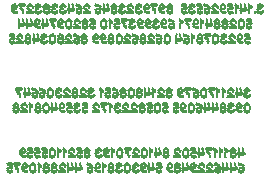
<source format=gbo>
G75*
%MOIN*%
%OFA0B0*%
%FSLAX25Y25*%
%IPPOS*%
%LPD*%
%AMOC8*
5,1,8,0,0,1.08239X$1,22.5*
%
%ADD10R,0.00748X0.00118*%
%ADD11R,0.00118X0.00118*%
%ADD12R,0.00236X0.00118*%
%ADD13R,0.01260X0.00118*%
%ADD14R,0.01378X0.00118*%
%ADD15R,0.00787X0.00118*%
%ADD16R,0.01732X0.00118*%
%ADD17R,0.00906X0.00118*%
%ADD18R,0.00276X0.00118*%
%ADD19R,0.00866X0.00118*%
%ADD20R,0.01772X0.00118*%
%ADD21R,0.00630X0.00118*%
%ADD22R,0.01024X0.00118*%
%ADD23R,0.02402X0.00118*%
%ADD24R,0.01417X0.00118*%
%ADD25R,0.00984X0.00118*%
%ADD26R,0.02283X0.00118*%
%ADD27R,0.02008X0.00118*%
%ADD28R,0.01654X0.00118*%
%ADD29R,0.01890X0.00118*%
%ADD30R,0.01614X0.00118*%
%ADD31R,0.01496X0.00118*%
%ADD32R,0.02520X0.00118*%
%ADD33R,0.02008X0.00157*%
%ADD34R,0.00984X0.00157*%
%ADD35R,0.00906X0.00157*%
%ADD36R,0.01890X0.00157*%
%ADD37R,0.01654X0.00157*%
%ADD38R,0.02047X0.00157*%
%ADD39R,0.02402X0.00157*%
%ADD40R,0.01772X0.00157*%
%ADD41R,0.00866X0.00157*%
%ADD42R,0.01614X0.00157*%
%ADD43R,0.02520X0.00157*%
%ADD44R,0.02126X0.00118*%
%ADD45R,0.01142X0.00118*%
%ADD46R,0.01102X0.00118*%
%ADD47R,0.02047X0.00118*%
%ADD48R,0.02165X0.00118*%
%ADD49R,0.02362X0.00118*%
%ADD50R,0.00748X0.00157*%
%ADD51R,0.00787X0.00157*%
%ADD52R,0.01142X0.00157*%
%ADD53R,0.00630X0.00157*%
%ADD54R,0.01024X0.00157*%
%ADD55R,0.00394X0.00118*%
%ADD56R,0.00472X0.00118*%
%ADD57R,0.00354X0.00118*%
%ADD58R,0.00512X0.00118*%
%ADD59R,0.01535X0.00118*%
%ADD60R,0.02244X0.00118*%
%ADD61R,0.01260X0.00157*%
%ADD62R,0.01417X0.00157*%
%ADD63R,0.02165X0.00157*%
%ADD64R,0.01102X0.00157*%
%ADD65R,0.01378X0.00157*%
%ADD66R,0.00157X0.00118*%
%ADD67R,0.01535X0.00157*%
%ADD68R,0.02283X0.00157*%
%ADD69R,0.02126X0.00157*%
%ADD70R,0.02638X0.00157*%
%ADD71R,0.02638X0.00118*%
%ADD72R,0.02362X0.00157*%
%ADD73R,0.01496X0.00157*%
%ADD74R,0.02677X0.00118*%
%ADD75R,0.02677X0.00157*%
%ADD76R,0.01732X0.00157*%
%ADD77R,0.02244X0.00157*%
D10*
X0129849Y0100366D03*
X0129849Y0100484D03*
X0129849Y0100878D03*
X0131345Y0102768D03*
X0133865Y0102374D03*
X0133865Y0102256D03*
X0133865Y0101744D03*
X0133865Y0101626D03*
X0134770Y0103634D03*
X0136660Y0103516D03*
X0136896Y0106114D03*
X0136778Y0107768D03*
X0134377Y0107768D03*
X0134495Y0106114D03*
X0131345Y0108634D03*
X0141188Y0108634D03*
X0142054Y0107256D03*
X0142054Y0107138D03*
X0142054Y0106862D03*
X0142054Y0106744D03*
X0142054Y0106626D03*
X0143196Y0106626D03*
X0143196Y0106744D03*
X0143196Y0106862D03*
X0143196Y0107138D03*
X0143196Y0106508D03*
X0143196Y0106232D03*
X0143196Y0106114D03*
X0143196Y0105996D03*
X0143196Y0105878D03*
X0143196Y0105602D03*
X0143196Y0105484D03*
X0143196Y0105366D03*
X0149259Y0103516D03*
X0149259Y0103398D03*
X0149259Y0103122D03*
X0149259Y0103004D03*
X0149259Y0102886D03*
X0149259Y0102768D03*
X0149259Y0102492D03*
X0149259Y0102374D03*
X0149259Y0102256D03*
X0149259Y0102138D03*
X0149259Y0101114D03*
X0149259Y0100996D03*
X0149259Y0100878D03*
X0149259Y0100602D03*
X0149259Y0100484D03*
X0145479Y0102138D03*
X0145479Y0102256D03*
X0145479Y0102374D03*
X0145479Y0102492D03*
X0143825Y0102492D03*
X0142684Y0101232D03*
X0140046Y0101232D03*
X0150518Y0103398D03*
X0150518Y0103516D03*
X0153038Y0101232D03*
X0156306Y0103634D03*
X0157054Y0102768D03*
X0157054Y0102492D03*
X0158196Y0102138D03*
X0158196Y0101862D03*
X0158196Y0101744D03*
X0158196Y0101626D03*
X0158196Y0101508D03*
X0158196Y0101232D03*
X0158196Y0101114D03*
X0158196Y0100996D03*
X0158196Y0100878D03*
X0158196Y0100602D03*
X0158196Y0100484D03*
X0158196Y0100366D03*
X0160085Y0102768D03*
X0161463Y0102768D03*
X0162605Y0101232D03*
X0163471Y0103634D03*
X0165361Y0102374D03*
X0165361Y0102256D03*
X0165361Y0101744D03*
X0165361Y0101626D03*
X0166266Y0103634D03*
X0164613Y0106626D03*
X0164613Y0106744D03*
X0164613Y0106862D03*
X0164613Y0107138D03*
X0164613Y0107256D03*
X0163747Y0108634D03*
X0169140Y0108634D03*
X0172684Y0107256D03*
X0172684Y0107138D03*
X0172684Y0106862D03*
X0172684Y0106744D03*
X0172684Y0106626D03*
X0173825Y0106626D03*
X0173825Y0106744D03*
X0173825Y0106862D03*
X0173825Y0107138D03*
X0173825Y0106508D03*
X0173825Y0106232D03*
X0173825Y0106114D03*
X0173825Y0105996D03*
X0173825Y0105878D03*
X0173825Y0105602D03*
X0173825Y0105484D03*
X0173825Y0105366D03*
X0173432Y0103516D03*
X0174692Y0103398D03*
X0177329Y0102768D03*
X0177329Y0101626D03*
X0180361Y0103634D03*
X0181109Y0102768D03*
X0181109Y0102492D03*
X0184888Y0102492D03*
X0184888Y0102374D03*
X0184888Y0102256D03*
X0184888Y0102138D03*
X0184888Y0102768D03*
X0184888Y0102886D03*
X0184888Y0103004D03*
X0184888Y0103122D03*
X0184888Y0103398D03*
X0184888Y0103516D03*
X0186148Y0103516D03*
X0186148Y0103398D03*
X0188314Y0103634D03*
X0188944Y0106114D03*
X0186542Y0106626D03*
X0186542Y0106744D03*
X0186542Y0106862D03*
X0186542Y0107138D03*
X0186542Y0107256D03*
X0182999Y0108634D03*
X0182133Y0107492D03*
X0179849Y0106232D03*
X0175715Y0108516D03*
X0173825Y0108398D03*
X0171660Y0103634D03*
X0170912Y0102768D03*
X0158196Y0103398D03*
X0159337Y0108634D03*
X0152762Y0108634D03*
X0147723Y0108634D03*
X0143196Y0108398D03*
X0158818Y0120366D03*
X0158818Y0120484D03*
X0158818Y0120602D03*
X0160314Y0120602D03*
X0160314Y0120484D03*
X0160314Y0120366D03*
X0160314Y0120878D03*
X0160314Y0120996D03*
X0160314Y0121114D03*
X0160314Y0121232D03*
X0160314Y0121508D03*
X0160314Y0121626D03*
X0160314Y0121744D03*
X0160314Y0121862D03*
X0160314Y0122138D03*
X0160314Y0123398D03*
X0162951Y0123634D03*
X0165747Y0123634D03*
X0168503Y0123634D03*
X0171140Y0123634D03*
X0172164Y0125484D03*
X0172164Y0125602D03*
X0172164Y0125878D03*
X0172164Y0125996D03*
X0172164Y0126114D03*
X0172164Y0127138D03*
X0172164Y0127256D03*
X0172164Y0127374D03*
X0172164Y0127492D03*
X0172164Y0127768D03*
X0172164Y0127886D03*
X0172164Y0128004D03*
X0172164Y0128122D03*
X0172164Y0128398D03*
X0172164Y0128516D03*
X0173424Y0128516D03*
X0173424Y0128398D03*
X0174802Y0128516D03*
X0180235Y0128634D03*
X0184014Y0128634D03*
X0186770Y0125878D03*
X0186770Y0125484D03*
X0186770Y0125366D03*
X0187518Y0123634D03*
X0185629Y0122768D03*
X0185629Y0122492D03*
X0184881Y0123634D03*
X0182991Y0122768D03*
X0182991Y0121626D03*
X0189408Y0121232D03*
X0194723Y0121114D03*
X0194723Y0120996D03*
X0194723Y0120878D03*
X0194723Y0120602D03*
X0194723Y0120484D03*
X0194723Y0122138D03*
X0194723Y0122256D03*
X0194723Y0122374D03*
X0194723Y0122492D03*
X0194723Y0122768D03*
X0194723Y0122886D03*
X0194723Y0123004D03*
X0194723Y0123122D03*
X0194723Y0123398D03*
X0194723Y0123516D03*
X0195983Y0123516D03*
X0195983Y0123398D03*
X0198109Y0123634D03*
X0199999Y0121232D03*
X0203542Y0123634D03*
X0202636Y0125484D03*
X0202636Y0125602D03*
X0202636Y0125878D03*
X0202636Y0125996D03*
X0202636Y0126114D03*
X0202636Y0127138D03*
X0202636Y0127256D03*
X0202636Y0127374D03*
X0202636Y0127492D03*
X0202636Y0127768D03*
X0202636Y0127886D03*
X0202636Y0128004D03*
X0202636Y0128122D03*
X0202636Y0128398D03*
X0202636Y0128516D03*
X0203896Y0128516D03*
X0203896Y0128398D03*
X0200747Y0128634D03*
X0199881Y0127492D03*
X0197991Y0128516D03*
X0191692Y0128634D03*
X0206180Y0123634D03*
X0204692Y0108398D03*
X0203432Y0108516D03*
X0201542Y0108634D03*
X0197133Y0108398D03*
X0197133Y0107138D03*
X0197133Y0106862D03*
X0197133Y0106744D03*
X0197133Y0106626D03*
X0197133Y0106508D03*
X0197133Y0106232D03*
X0197133Y0106114D03*
X0197133Y0105996D03*
X0197133Y0105878D03*
X0197133Y0105602D03*
X0197133Y0105484D03*
X0197133Y0105366D03*
X0198117Y0103516D03*
X0199377Y0103398D03*
X0200912Y0103398D03*
X0200912Y0103516D03*
X0202172Y0103516D03*
X0200912Y0100484D03*
X0204928Y0101114D03*
X0193707Y0103634D03*
X0193707Y0105366D03*
X0193707Y0105484D03*
X0193707Y0105878D03*
X0190951Y0103634D03*
X0184888Y0101114D03*
X0184888Y0100996D03*
X0184888Y0100878D03*
X0184888Y0100602D03*
X0184888Y0100484D03*
X0195243Y0108516D03*
X0175432Y0121626D03*
X0175432Y0121744D03*
X0175432Y0122256D03*
X0175432Y0122374D03*
X0168385Y0127492D03*
X0166731Y0127374D03*
X0166731Y0126508D03*
X0164841Y0128634D03*
X0162951Y0126114D03*
X0157282Y0128516D03*
X0153385Y0126232D03*
X0151495Y0128634D03*
X0149487Y0127768D03*
X0148109Y0127768D03*
X0146967Y0127374D03*
X0146967Y0127256D03*
X0146967Y0127138D03*
X0143306Y0128634D03*
X0141416Y0127256D03*
X0141416Y0127138D03*
X0141416Y0126862D03*
X0141416Y0126744D03*
X0141416Y0126626D03*
X0140550Y0128634D03*
X0137125Y0126232D03*
X0134605Y0126232D03*
X0133227Y0128398D03*
X0131967Y0128516D03*
X0130471Y0125878D03*
X0130471Y0125484D03*
X0130471Y0125366D03*
X0131967Y0123634D03*
X0132715Y0122492D03*
X0132715Y0122374D03*
X0132715Y0122256D03*
X0132715Y0122138D03*
X0131101Y0122492D03*
X0129959Y0121232D03*
X0136377Y0123634D03*
X0138266Y0122374D03*
X0138266Y0122256D03*
X0138266Y0121744D03*
X0138266Y0121626D03*
X0144448Y0123634D03*
X0145196Y0122768D03*
X0145196Y0122492D03*
X0147479Y0122768D03*
X0147597Y0121114D03*
X0149487Y0123634D03*
X0152636Y0122768D03*
X0152755Y0121114D03*
X0155038Y0122492D03*
X0155904Y0123634D03*
X0156652Y0122492D03*
X0156652Y0122374D03*
X0156652Y0122256D03*
X0156652Y0122138D03*
X0170274Y0128634D03*
X0187794Y0143484D03*
X0186652Y0144114D03*
X0187794Y0146516D03*
X0186759Y0148366D03*
X0186759Y0148484D03*
X0186759Y0148878D03*
X0189790Y0150768D03*
X0189042Y0151634D03*
X0186861Y0154232D03*
X0185719Y0154626D03*
X0185719Y0155768D03*
X0180325Y0156634D03*
X0177806Y0156634D03*
X0175522Y0153602D03*
X0175522Y0153484D03*
X0175522Y0153366D03*
X0173176Y0151634D03*
X0167861Y0151634D03*
X0168081Y0155138D03*
X0168081Y0155256D03*
X0168081Y0155374D03*
X0168081Y0155492D03*
X0167333Y0156634D03*
X0166467Y0155492D03*
X0169971Y0156634D03*
X0161782Y0156634D03*
X0159656Y0156516D03*
X0158396Y0156516D03*
X0158396Y0156398D03*
X0153593Y0155374D03*
X0153593Y0155256D03*
X0153593Y0155138D03*
X0152727Y0156634D03*
X0147924Y0156398D03*
X0146664Y0156516D03*
X0142018Y0156634D03*
X0136585Y0156634D03*
X0134696Y0155374D03*
X0134696Y0155256D03*
X0134696Y0155138D03*
X0135719Y0154232D03*
X0136247Y0151634D03*
X0136995Y0150768D03*
X0138136Y0151516D03*
X0134121Y0151516D03*
X0134121Y0151398D03*
X0132861Y0151398D03*
X0132861Y0151516D03*
X0132861Y0151122D03*
X0132861Y0151004D03*
X0132861Y0150886D03*
X0132861Y0150768D03*
X0132861Y0150492D03*
X0132861Y0150374D03*
X0132861Y0150256D03*
X0132861Y0150138D03*
X0132861Y0149114D03*
X0132861Y0148996D03*
X0132861Y0148878D03*
X0132861Y0148602D03*
X0132861Y0148484D03*
X0133109Y0146634D03*
X0134999Y0146516D03*
X0136259Y0146398D03*
X0137636Y0144232D03*
X0141298Y0146634D03*
X0141798Y0148366D03*
X0141798Y0148484D03*
X0141798Y0148602D03*
X0143294Y0150768D03*
X0145814Y0150374D03*
X0145814Y0149508D03*
X0147467Y0150492D03*
X0149475Y0151634D03*
X0152113Y0151634D03*
X0155759Y0154232D03*
X0158396Y0153484D03*
X0160302Y0151516D03*
X0157546Y0150374D03*
X0157546Y0149508D03*
X0160302Y0148484D03*
X0160077Y0145768D03*
X0158936Y0145768D03*
X0158936Y0145492D03*
X0158188Y0146634D03*
X0156416Y0145768D03*
X0155668Y0146634D03*
X0151888Y0146634D03*
X0149999Y0144114D03*
X0143936Y0146634D03*
X0130471Y0146634D03*
X0128672Y0156634D03*
X0133829Y0156634D03*
X0161455Y0145768D03*
X0163463Y0146634D03*
X0163451Y0149114D03*
X0163333Y0150768D03*
X0165617Y0148602D03*
X0165617Y0148484D03*
X0165617Y0148366D03*
X0167125Y0145374D03*
X0167125Y0145256D03*
X0167125Y0145138D03*
X0170786Y0145768D03*
X0172164Y0145768D03*
X0174172Y0146634D03*
X0176062Y0144232D03*
X0180223Y0149232D03*
X0177703Y0150768D03*
X0178451Y0151634D03*
X0192018Y0154232D03*
X0192703Y0151516D03*
X0193963Y0151398D03*
X0195459Y0150768D03*
X0196837Y0150768D03*
X0198727Y0151634D03*
X0201522Y0151634D03*
X0202373Y0153366D03*
X0202373Y0153484D03*
X0202373Y0153602D03*
X0202373Y0153878D03*
X0202373Y0153996D03*
X0202373Y0154114D03*
X0202373Y0154232D03*
X0202373Y0154508D03*
X0202373Y0154626D03*
X0202373Y0154744D03*
X0202373Y0154862D03*
X0202373Y0155138D03*
X0202373Y0156398D03*
X0201113Y0155768D03*
X0201231Y0154114D03*
X0198829Y0155492D03*
X0198829Y0155768D03*
X0198081Y0156634D03*
X0196310Y0155374D03*
X0196310Y0155256D03*
X0196310Y0155138D03*
X0195444Y0156634D03*
X0204262Y0156516D03*
X0206900Y0156398D03*
X0206900Y0155138D03*
X0206900Y0154862D03*
X0206900Y0154744D03*
X0206900Y0154626D03*
X0206900Y0154508D03*
X0206900Y0154232D03*
X0206900Y0154114D03*
X0206900Y0153996D03*
X0206900Y0153878D03*
X0206900Y0153602D03*
X0206900Y0153484D03*
X0206900Y0153366D03*
X0208672Y0153996D03*
X0210562Y0156634D03*
X0204278Y0151634D03*
X0203412Y0150374D03*
X0203412Y0150256D03*
X0203412Y0149744D03*
X0203412Y0149626D03*
X0203778Y0146634D03*
X0204526Y0145768D03*
X0204526Y0145492D03*
X0206810Y0145768D03*
X0206928Y0144114D03*
X0202007Y0145138D03*
X0202007Y0145256D03*
X0202007Y0145374D03*
X0201140Y0146634D03*
X0195589Y0146634D03*
X0191180Y0144232D03*
D11*
X0178530Y0149626D03*
X0183924Y0151634D03*
X0185680Y0154508D03*
X0190837Y0154508D03*
X0190853Y0151634D03*
X0177845Y0154626D03*
X0173215Y0149626D03*
X0161129Y0150138D03*
X0155223Y0149508D03*
X0155707Y0144626D03*
X0158227Y0144626D03*
X0144121Y0149626D03*
X0136325Y0149626D03*
X0128711Y0154626D03*
X0128385Y0144508D03*
X0157361Y0128634D03*
X0158109Y0127138D03*
X0160392Y0126508D03*
X0174881Y0128634D03*
X0175629Y0127138D03*
X0184054Y0126626D03*
X0184959Y0121626D03*
X0179408Y0121508D03*
X0174251Y0121508D03*
X0196928Y0127138D03*
X0198818Y0127138D03*
X0203581Y0121626D03*
X0198944Y0108634D03*
X0199692Y0107138D03*
X0197054Y0108634D03*
X0195282Y0108634D03*
X0188353Y0101626D03*
X0180440Y0101626D03*
X0177290Y0101508D03*
X0171739Y0101626D03*
X0161896Y0107138D03*
X0161148Y0108634D03*
X0159377Y0106626D03*
X0158117Y0103634D03*
X0150833Y0106508D03*
X0145794Y0107138D03*
X0139219Y0106508D03*
X0136699Y0103634D03*
X0132172Y0101626D03*
X0127644Y0101508D03*
X0131424Y0106626D03*
X0134566Y0122138D03*
X0173747Y0108634D03*
X0203857Y0144626D03*
X0202294Y0156634D03*
X0206822Y0156634D03*
D12*
X0205503Y0156634D03*
X0204243Y0156634D03*
X0192156Y0156634D03*
X0191014Y0154232D03*
X0192684Y0151634D03*
X0185857Y0154232D03*
X0185255Y0146634D03*
X0183877Y0146634D03*
X0182617Y0146634D03*
X0187774Y0146634D03*
X0176199Y0146634D03*
X0170636Y0149626D03*
X0168247Y0146634D03*
X0163471Y0149232D03*
X0160322Y0151634D03*
X0172747Y0154626D03*
X0149440Y0156634D03*
X0148062Y0156634D03*
X0146684Y0156634D03*
X0132841Y0151634D03*
X0131463Y0151634D03*
X0130203Y0151634D03*
X0133365Y0128634D03*
X0134743Y0128634D03*
X0137262Y0128634D03*
X0141042Y0123634D03*
X0142420Y0123634D03*
X0161081Y0122138D03*
X0183129Y0121232D03*
X0189546Y0123634D03*
X0192066Y0123634D03*
X0193325Y0123634D03*
X0194703Y0123634D03*
X0188404Y0128634D03*
X0202656Y0128634D03*
X0204034Y0128634D03*
X0203412Y0108634D03*
X0202152Y0103634D03*
X0200892Y0103634D03*
X0199514Y0103634D03*
X0198136Y0103634D03*
X0188924Y0106232D03*
X0186286Y0103634D03*
X0184908Y0103634D03*
X0177467Y0101232D03*
X0174829Y0103634D03*
X0175696Y0108634D03*
X0176955Y0108634D03*
X0190066Y0108634D03*
X0191325Y0108634D03*
X0149239Y0103634D03*
X0147861Y0103634D03*
X0146601Y0103634D03*
X0143963Y0107138D03*
X0134514Y0106232D03*
D13*
X0134751Y0103516D03*
X0136916Y0103004D03*
X0141168Y0105366D03*
X0143451Y0108004D03*
X0145223Y0108004D03*
X0147349Y0106744D03*
X0147743Y0108516D03*
X0152782Y0108516D03*
X0152782Y0105366D03*
X0150381Y0105366D03*
X0156286Y0103516D03*
X0156680Y0105366D03*
X0158451Y0103004D03*
X0159711Y0105484D03*
X0161325Y0108004D03*
X0163727Y0108516D03*
X0168766Y0106744D03*
X0169160Y0108516D03*
X0171798Y0108516D03*
X0174081Y0108004D03*
X0171798Y0105366D03*
X0166247Y0103516D03*
X0163727Y0105366D03*
X0163491Y0100366D03*
X0169042Y0100366D03*
X0172034Y0100484D03*
X0176837Y0100366D03*
X0180381Y0103516D03*
X0185656Y0105366D03*
X0190932Y0103516D03*
X0190459Y0101862D03*
X0190577Y0101744D03*
X0188688Y0100484D03*
X0193215Y0101862D03*
X0193333Y0101744D03*
X0193727Y0103516D03*
X0196601Y0102768D03*
X0201522Y0105366D03*
X0199121Y0108004D03*
X0197388Y0108004D03*
X0195499Y0108004D03*
X0201522Y0108516D03*
X0188176Y0108634D03*
X0185656Y0108516D03*
X0187538Y0120366D03*
X0190176Y0120366D03*
X0189782Y0123398D03*
X0189034Y0125366D03*
X0187538Y0123516D03*
X0184900Y0123516D03*
X0184388Y0125484D03*
X0189310Y0127768D03*
X0191672Y0128516D03*
X0196357Y0128004D03*
X0198247Y0128004D03*
X0191672Y0125366D03*
X0198129Y0123516D03*
X0198129Y0120366D03*
X0200885Y0120366D03*
X0203916Y0120484D03*
X0206160Y0123516D03*
X0206160Y0125366D03*
X0182499Y0120366D03*
X0178955Y0120366D03*
X0176318Y0123516D03*
X0180215Y0125366D03*
X0177184Y0126744D03*
X0177577Y0128516D03*
X0175058Y0128004D03*
X0180215Y0128516D03*
X0170255Y0128516D03*
X0164861Y0128516D03*
X0162577Y0127768D03*
X0164861Y0125366D03*
X0165727Y0123516D03*
X0165215Y0121862D03*
X0165373Y0121744D03*
X0168010Y0121862D03*
X0168129Y0121744D03*
X0168522Y0123516D03*
X0170255Y0125366D03*
X0171160Y0123516D03*
X0171160Y0120366D03*
X0173798Y0120366D03*
X0162971Y0120366D03*
X0160570Y0123004D03*
X0154270Y0125366D03*
X0151987Y0123634D03*
X0146829Y0123634D03*
X0144428Y0123516D03*
X0143325Y0125366D03*
X0140530Y0125366D03*
X0139152Y0123516D03*
X0137892Y0125366D03*
X0136396Y0123516D03*
X0135373Y0125366D03*
X0133995Y0123004D03*
X0136396Y0120366D03*
X0149467Y0120366D03*
X0151121Y0126744D03*
X0151003Y0126862D03*
X0151514Y0128516D03*
X0157538Y0128004D03*
X0140530Y0128516D03*
X0137499Y0128398D03*
X0134979Y0128398D03*
X0133089Y0143366D03*
X0130097Y0144744D03*
X0129940Y0144862D03*
X0130451Y0146516D03*
X0133089Y0146516D03*
X0136621Y0148484D03*
X0141278Y0146516D03*
X0143955Y0146516D03*
X0144455Y0148484D03*
X0146711Y0146516D03*
X0146318Y0144744D03*
X0143955Y0143366D03*
X0138522Y0143366D03*
X0127932Y0143366D03*
X0136266Y0151516D03*
X0136605Y0153366D03*
X0139243Y0153366D03*
X0141999Y0153366D03*
X0144794Y0153366D03*
X0149495Y0151516D03*
X0149101Y0149744D03*
X0152133Y0148366D03*
X0151869Y0146516D03*
X0149625Y0145768D03*
X0155648Y0146516D03*
X0158168Y0146516D03*
X0156042Y0143484D03*
X0151869Y0143366D03*
X0163483Y0143366D03*
X0168877Y0143366D03*
X0169152Y0145768D03*
X0167881Y0148366D03*
X0167605Y0150138D03*
X0171030Y0148484D03*
X0173550Y0148484D03*
X0175794Y0148366D03*
X0177066Y0145768D03*
X0179467Y0146516D03*
X0178825Y0148484D03*
X0180991Y0148366D03*
X0181227Y0150768D03*
X0184140Y0151004D03*
X0185227Y0153366D03*
X0187747Y0153366D03*
X0189022Y0151516D03*
X0191070Y0151004D03*
X0190385Y0153366D03*
X0192786Y0153366D03*
X0193022Y0155768D03*
X0198062Y0156516D03*
X0200463Y0156634D03*
X0202629Y0156004D03*
X0207156Y0156004D03*
X0210306Y0155138D03*
X0210542Y0153366D03*
X0204298Y0151516D03*
X0201503Y0151516D03*
X0200991Y0149862D03*
X0201148Y0149744D03*
X0198747Y0148366D03*
X0195609Y0146516D03*
X0198129Y0145138D03*
X0198365Y0143366D03*
X0195609Y0143366D03*
X0188050Y0146004D03*
X0189416Y0148484D03*
X0198747Y0151516D03*
X0206936Y0148366D03*
X0206160Y0146634D03*
X0203798Y0146516D03*
X0180306Y0153366D03*
X0178180Y0153484D03*
X0180306Y0156516D03*
X0173140Y0153484D03*
X0169991Y0153366D03*
X0169715Y0155138D03*
X0164558Y0153366D03*
X0162723Y0151634D03*
X0161802Y0153366D03*
X0160558Y0151004D03*
X0156487Y0153366D03*
X0156133Y0156398D03*
X0150345Y0155768D03*
X0150070Y0153366D03*
X0152133Y0151516D03*
X0161802Y0156516D03*
X0163483Y0146516D03*
X0176829Y0143366D03*
X0179467Y0143366D03*
X0139243Y0156516D03*
X0129046Y0153484D03*
X0131365Y0108516D03*
X0133766Y0108634D03*
X0136129Y0108634D03*
X0141168Y0108516D03*
X0154042Y0102768D03*
X0153766Y0100366D03*
X0132507Y0100484D03*
D14*
X0136975Y0102886D03*
X0139219Y0103516D03*
X0144259Y0101744D03*
X0144888Y0101232D03*
X0144652Y0103516D03*
X0147684Y0106508D03*
X0143510Y0107256D03*
X0143510Y0107886D03*
X0138589Y0108634D03*
X0132054Y0103516D03*
X0127014Y0103634D03*
X0150203Y0108634D03*
X0156227Y0107256D03*
X0156227Y0106862D03*
X0156621Y0108516D03*
X0159259Y0108516D03*
X0163432Y0103516D03*
X0163156Y0102138D03*
X0158510Y0102256D03*
X0158510Y0102886D03*
X0156739Y0100484D03*
X0153353Y0103398D03*
X0168589Y0102256D03*
X0168707Y0102138D03*
X0168589Y0101862D03*
X0171621Y0103516D03*
X0169101Y0106508D03*
X0174140Y0107256D03*
X0174140Y0107886D03*
X0176660Y0103634D03*
X0180794Y0100484D03*
X0182959Y0103516D03*
X0183196Y0106232D03*
X0182684Y0106626D03*
X0182566Y0106744D03*
X0182959Y0108516D03*
X0188235Y0103516D03*
X0190755Y0101626D03*
X0191266Y0101232D03*
X0194022Y0101232D03*
X0195912Y0103398D03*
X0197448Y0107256D03*
X0197448Y0107886D03*
X0195558Y0107886D03*
X0203865Y0103398D03*
X0185314Y0120484D03*
X0178778Y0123634D03*
X0177518Y0126508D03*
X0177400Y0126626D03*
X0175117Y0127886D03*
X0167558Y0128516D03*
X0161888Y0128398D03*
X0159762Y0128634D03*
X0157597Y0127886D03*
X0154211Y0128516D03*
X0151810Y0126232D03*
X0151298Y0126626D03*
X0148778Y0128516D03*
X0146140Y0128516D03*
X0145904Y0126626D03*
X0142991Y0126862D03*
X0142991Y0127138D03*
X0142873Y0127374D03*
X0143385Y0128516D03*
X0149054Y0122374D03*
X0149172Y0122138D03*
X0149172Y0121862D03*
X0144881Y0120484D03*
X0155471Y0121744D03*
X0155589Y0121626D03*
X0156101Y0121232D03*
X0160629Y0122256D03*
X0160629Y0122886D03*
X0162518Y0122374D03*
X0162636Y0122138D03*
X0162636Y0121862D03*
X0163030Y0123516D03*
X0165550Y0121626D03*
X0166062Y0121232D03*
X0168306Y0121626D03*
X0168818Y0121232D03*
X0173621Y0123634D03*
X0183936Y0128516D03*
X0198306Y0127886D03*
X0200314Y0126744D03*
X0200432Y0126626D03*
X0200944Y0126232D03*
X0200707Y0128516D03*
X0205747Y0127256D03*
X0205865Y0127138D03*
X0205747Y0126862D03*
X0206101Y0128516D03*
X0203463Y0123516D03*
X0200825Y0123516D03*
X0204211Y0143484D03*
X0201455Y0144232D03*
X0200944Y0144626D03*
X0200825Y0144744D03*
X0198424Y0146516D03*
X0201325Y0149626D03*
X0201837Y0149232D03*
X0198514Y0153484D03*
X0195759Y0154232D03*
X0195247Y0154626D03*
X0195129Y0154744D03*
X0195483Y0156516D03*
X0192333Y0156398D03*
X0190207Y0156634D03*
X0187688Y0156516D03*
X0185050Y0156634D03*
X0177727Y0156516D03*
X0172688Y0156516D03*
X0170050Y0156516D03*
X0169656Y0154862D03*
X0167530Y0154232D03*
X0167018Y0154626D03*
X0166900Y0154744D03*
X0164262Y0155138D03*
X0164499Y0156516D03*
X0167940Y0151516D03*
X0167546Y0149862D03*
X0170577Y0151516D03*
X0173097Y0151516D03*
X0175381Y0150256D03*
X0175499Y0150138D03*
X0175381Y0149862D03*
X0175735Y0151516D03*
X0180538Y0151398D03*
X0176377Y0146398D03*
X0174251Y0146516D03*
X0173857Y0144744D03*
X0173975Y0144626D03*
X0174487Y0144232D03*
X0171455Y0146516D03*
X0166298Y0146516D03*
X0166062Y0144626D03*
X0160747Y0146516D03*
X0158621Y0143484D03*
X0146652Y0144508D03*
X0146534Y0144626D03*
X0149278Y0149626D03*
X0146640Y0151516D03*
X0144003Y0151516D03*
X0144341Y0154862D03*
X0144459Y0155138D03*
X0144341Y0155256D03*
X0144735Y0156516D03*
X0141940Y0156516D03*
X0141703Y0155138D03*
X0136546Y0156516D03*
X0136270Y0155138D03*
X0134144Y0154232D03*
X0133633Y0154626D03*
X0133514Y0154744D03*
X0128593Y0156516D03*
X0127755Y0146634D03*
X0130274Y0144626D03*
X0130786Y0144232D03*
X0138463Y0146516D03*
X0152412Y0154744D03*
X0152530Y0154626D03*
X0153042Y0154232D03*
X0154593Y0151634D03*
X0158373Y0151516D03*
X0160617Y0150886D03*
X0160617Y0150256D03*
X0185589Y0146398D03*
X0188109Y0145886D03*
X0188109Y0145256D03*
X0190353Y0146516D03*
X0196168Y0151516D03*
X0202688Y0155256D03*
X0202688Y0155886D03*
X0207215Y0155886D03*
X0207215Y0155256D03*
X0210247Y0154862D03*
X0210601Y0156516D03*
X0132164Y0121232D03*
X0131652Y0121626D03*
X0131534Y0121744D03*
X0129133Y0123516D03*
D15*
X0139152Y0123634D03*
X0141042Y0123516D03*
X0142302Y0123398D03*
X0146081Y0128634D03*
X0154270Y0128634D03*
X0176318Y0123634D03*
X0183247Y0127768D03*
X0177577Y0128634D03*
X0188286Y0126232D03*
X0192066Y0123516D03*
X0192066Y0123398D03*
X0193325Y0123516D03*
X0192066Y0120484D03*
X0200885Y0123634D03*
X0202774Y0122768D03*
X0205294Y0122374D03*
X0205294Y0122256D03*
X0205294Y0121744D03*
X0205294Y0121626D03*
X0201514Y0127138D03*
X0201514Y0127256D03*
X0201514Y0127374D03*
X0201514Y0127492D03*
X0182617Y0143484D03*
X0182617Y0146398D03*
X0182617Y0146516D03*
X0183877Y0146516D03*
X0179467Y0146634D03*
X0175058Y0145374D03*
X0175058Y0145256D03*
X0175058Y0145138D03*
X0168129Y0144232D03*
X0166239Y0146634D03*
X0172408Y0150768D03*
X0177038Y0155768D03*
X0187747Y0156634D03*
X0190896Y0155768D03*
X0190896Y0154626D03*
X0198365Y0146634D03*
X0196475Y0145256D03*
X0196475Y0145138D03*
X0196475Y0144862D03*
X0196475Y0144744D03*
X0196475Y0144626D03*
X0159180Y0150492D03*
X0149322Y0154232D03*
X0144062Y0151634D03*
X0141133Y0154232D03*
X0139243Y0156634D03*
X0131463Y0151516D03*
X0130203Y0151516D03*
X0130203Y0151398D03*
X0130203Y0148484D03*
X0138522Y0146634D03*
X0140412Y0145374D03*
X0140412Y0145256D03*
X0140412Y0144744D03*
X0140412Y0144626D03*
X0146711Y0146634D03*
X0127904Y0155768D03*
X0161089Y0108516D03*
X0158570Y0107768D03*
X0166759Y0105602D03*
X0166759Y0105484D03*
X0166759Y0105366D03*
X0171798Y0108634D03*
X0183766Y0107492D03*
X0183766Y0107374D03*
X0183766Y0107256D03*
X0183766Y0107138D03*
X0185656Y0108634D03*
X0188806Y0107768D03*
X0190066Y0108398D03*
X0190066Y0108516D03*
X0191325Y0108516D03*
X0190066Y0105484D03*
X0187546Y0102768D03*
X0183766Y0101232D03*
X0196995Y0101114D03*
X0147861Y0103516D03*
X0146601Y0103516D03*
X0146601Y0103398D03*
X0144711Y0103634D03*
X0146601Y0100484D03*
X0132113Y0103634D03*
X0132113Y0107492D03*
X0132113Y0107768D03*
D16*
X0131483Y0105996D03*
X0134003Y0107256D03*
X0129593Y0103634D03*
X0150381Y0105602D03*
X0153530Y0103122D03*
X0156050Y0101744D03*
X0171798Y0100878D03*
X0180617Y0100878D03*
X0185656Y0105602D03*
X0188176Y0108516D03*
X0171798Y0105602D03*
X0173798Y0120602D03*
X0182617Y0122256D03*
X0185136Y0120878D03*
X0190176Y0120602D03*
X0200885Y0120484D03*
X0200885Y0123398D03*
X0188916Y0127886D03*
X0198365Y0143484D03*
X0204034Y0143878D03*
X0198365Y0146398D03*
X0207054Y0150256D03*
X0197825Y0154744D03*
X0192786Y0153602D03*
X0187747Y0153484D03*
X0187747Y0156398D03*
X0190266Y0156516D03*
X0188786Y0149744D03*
X0185766Y0146004D03*
X0181227Y0150138D03*
X0179467Y0143602D03*
X0168759Y0145886D03*
X0162959Y0150256D03*
X0156251Y0156122D03*
X0149951Y0155886D03*
X0139243Y0155138D03*
X0138522Y0146398D03*
X0138522Y0143484D03*
X0149231Y0145886D03*
X0175148Y0156634D03*
X0154270Y0128398D03*
X0154270Y0125484D03*
X0144192Y0121744D03*
X0137892Y0125602D03*
X0135373Y0125602D03*
D17*
X0136062Y0126114D03*
X0136062Y0126232D03*
X0136062Y0126508D03*
X0135944Y0127492D03*
X0137203Y0126508D03*
X0137203Y0126114D03*
X0138581Y0126114D03*
X0138581Y0126232D03*
X0138581Y0126508D03*
X0138463Y0127492D03*
X0139723Y0127492D03*
X0139723Y0127374D03*
X0139723Y0127256D03*
X0139723Y0127138D03*
X0139723Y0126862D03*
X0139723Y0126744D03*
X0139723Y0126626D03*
X0139723Y0126508D03*
X0139841Y0126232D03*
X0139841Y0127768D03*
X0144133Y0126232D03*
X0145392Y0127256D03*
X0145392Y0127768D03*
X0148030Y0126508D03*
X0148030Y0126232D03*
X0148030Y0126114D03*
X0152322Y0127256D03*
X0152322Y0127374D03*
X0152322Y0127492D03*
X0154959Y0127768D03*
X0157361Y0128398D03*
X0157361Y0127138D03*
X0157361Y0126862D03*
X0157361Y0126744D03*
X0157361Y0126626D03*
X0157361Y0126508D03*
X0157361Y0126232D03*
X0157361Y0126114D03*
X0157361Y0125996D03*
X0157361Y0125878D03*
X0157361Y0125602D03*
X0157361Y0125484D03*
X0163030Y0126232D03*
X0165668Y0126232D03*
X0165668Y0126508D03*
X0165550Y0127492D03*
X0165550Y0127768D03*
X0166810Y0127492D03*
X0166810Y0126232D03*
X0169448Y0126232D03*
X0169448Y0126508D03*
X0173739Y0127138D03*
X0178266Y0127768D03*
X0179526Y0127768D03*
X0179526Y0127492D03*
X0179526Y0126626D03*
X0179408Y0126508D03*
X0179408Y0126232D03*
X0183306Y0126626D03*
X0183188Y0127492D03*
X0183306Y0127886D03*
X0185825Y0127768D03*
X0184448Y0125366D03*
X0188345Y0126114D03*
X0188345Y0126508D03*
X0189605Y0127374D03*
X0190865Y0127374D03*
X0190865Y0127256D03*
X0190865Y0127138D03*
X0190865Y0126862D03*
X0190865Y0126744D03*
X0190865Y0126626D03*
X0190865Y0126508D03*
X0190865Y0127492D03*
X0193896Y0127374D03*
X0194526Y0126232D03*
X0194526Y0126114D03*
X0194644Y0125996D03*
X0194644Y0125878D03*
X0194644Y0125602D03*
X0194644Y0125484D03*
X0193266Y0123398D03*
X0193266Y0123122D03*
X0193385Y0123004D03*
X0193385Y0122886D03*
X0193385Y0122768D03*
X0192007Y0122768D03*
X0192007Y0122886D03*
X0192007Y0123004D03*
X0192007Y0123122D03*
X0192007Y0122492D03*
X0192007Y0122374D03*
X0192007Y0122256D03*
X0192007Y0122138D03*
X0192007Y0121114D03*
X0192007Y0120996D03*
X0192007Y0120878D03*
X0192007Y0120602D03*
X0190865Y0121114D03*
X0190865Y0121232D03*
X0190865Y0121508D03*
X0190747Y0122492D03*
X0189487Y0121508D03*
X0189487Y0121114D03*
X0188345Y0121232D03*
X0188227Y0121114D03*
X0188345Y0121508D03*
X0188345Y0121626D03*
X0188345Y0121744D03*
X0188345Y0121862D03*
X0188345Y0122138D03*
X0188345Y0122256D03*
X0188345Y0122374D03*
X0188345Y0122492D03*
X0188227Y0122768D03*
X0179408Y0122768D03*
X0178266Y0121626D03*
X0178148Y0121508D03*
X0178148Y0121232D03*
X0178266Y0121114D03*
X0177007Y0121232D03*
X0177007Y0122768D03*
X0173109Y0121626D03*
X0173109Y0121114D03*
X0171967Y0121232D03*
X0171967Y0121508D03*
X0171849Y0122492D03*
X0171849Y0122768D03*
X0169329Y0122492D03*
X0169329Y0122374D03*
X0169329Y0122256D03*
X0164920Y0122256D03*
X0164920Y0122374D03*
X0164920Y0122492D03*
X0163660Y0122768D03*
X0163778Y0121232D03*
X0158739Y0121114D03*
X0158739Y0120996D03*
X0158739Y0120878D03*
X0157991Y0122492D03*
X0148660Y0121508D03*
X0148660Y0121232D03*
X0142361Y0122886D03*
X0142361Y0123004D03*
X0142361Y0123122D03*
X0141101Y0123122D03*
X0141101Y0123004D03*
X0141101Y0122886D03*
X0141101Y0122768D03*
X0141101Y0122492D03*
X0141101Y0122374D03*
X0141101Y0122256D03*
X0141101Y0122138D03*
X0141101Y0121114D03*
X0141101Y0120996D03*
X0141101Y0120878D03*
X0141101Y0120602D03*
X0141101Y0120484D03*
X0139841Y0121232D03*
X0139841Y0122768D03*
X0141101Y0123398D03*
X0137203Y0121508D03*
X0137203Y0121232D03*
X0129762Y0122492D03*
X0129762Y0122886D03*
X0129133Y0123634D03*
X0128503Y0122768D03*
X0128503Y0122492D03*
X0128385Y0121508D03*
X0128385Y0121232D03*
X0128385Y0121114D03*
X0130392Y0125996D03*
X0130392Y0126114D03*
X0130392Y0126232D03*
X0129644Y0127492D03*
X0133424Y0127492D03*
X0133424Y0127374D03*
X0133542Y0127256D03*
X0133542Y0127138D03*
X0133424Y0127768D03*
X0134684Y0126508D03*
X0134684Y0126114D03*
X0156219Y0143366D03*
X0154959Y0144626D03*
X0154959Y0145492D03*
X0154959Y0145768D03*
X0157479Y0145768D03*
X0157479Y0145492D03*
X0157479Y0144626D03*
X0158739Y0143366D03*
X0159999Y0144114D03*
X0159999Y0144232D03*
X0159999Y0144508D03*
X0164290Y0144508D03*
X0164290Y0144626D03*
X0164290Y0144744D03*
X0164290Y0144862D03*
X0164290Y0145138D03*
X0164290Y0145256D03*
X0164290Y0145374D03*
X0164290Y0145492D03*
X0164290Y0144232D03*
X0165550Y0145256D03*
X0165550Y0145768D03*
X0168188Y0144508D03*
X0168188Y0144114D03*
X0169448Y0145374D03*
X0170707Y0144508D03*
X0170707Y0144232D03*
X0170707Y0144114D03*
X0174999Y0145492D03*
X0177518Y0144508D03*
X0177518Y0144232D03*
X0177518Y0144114D03*
X0178778Y0144114D03*
X0180156Y0144114D03*
X0180156Y0145768D03*
X0178778Y0145768D03*
X0182558Y0145768D03*
X0182558Y0145886D03*
X0182558Y0146004D03*
X0182558Y0146122D03*
X0182558Y0145492D03*
X0182558Y0145374D03*
X0182558Y0145256D03*
X0182558Y0145138D03*
X0182558Y0144114D03*
X0182558Y0143996D03*
X0182558Y0143878D03*
X0182558Y0143602D03*
X0185196Y0144114D03*
X0185196Y0144232D03*
X0186455Y0145492D03*
X0183936Y0145768D03*
X0183936Y0145886D03*
X0183936Y0146004D03*
X0183818Y0146122D03*
X0183818Y0146398D03*
X0186837Y0148602D03*
X0189605Y0144508D03*
X0189605Y0144232D03*
X0189605Y0144114D03*
X0193266Y0143996D03*
X0193266Y0143878D03*
X0193266Y0143602D03*
X0193266Y0143484D03*
X0196416Y0144232D03*
X0196416Y0144508D03*
X0196416Y0145374D03*
X0196416Y0145492D03*
X0197676Y0145492D03*
X0197676Y0145768D03*
X0199054Y0145768D03*
X0200314Y0145492D03*
X0200314Y0145374D03*
X0196916Y0149114D03*
X0196916Y0149232D03*
X0196916Y0149508D03*
X0199554Y0149508D03*
X0199554Y0149232D03*
X0199436Y0150492D03*
X0199436Y0150768D03*
X0200696Y0150492D03*
X0200696Y0150374D03*
X0200696Y0150256D03*
X0203333Y0150138D03*
X0203333Y0149862D03*
X0205105Y0149862D03*
X0205105Y0149744D03*
X0205105Y0149626D03*
X0205105Y0149508D03*
X0205105Y0150138D03*
X0205105Y0150256D03*
X0205105Y0150374D03*
X0205105Y0150492D03*
X0204184Y0153484D03*
X0204184Y0153602D03*
X0204184Y0153878D03*
X0204184Y0153996D03*
X0204184Y0154114D03*
X0204184Y0155138D03*
X0204184Y0155256D03*
X0204184Y0155374D03*
X0204184Y0155492D03*
X0204184Y0155768D03*
X0204184Y0155886D03*
X0204184Y0156004D03*
X0204184Y0156122D03*
X0204184Y0156398D03*
X0205444Y0156398D03*
X0205444Y0156122D03*
X0205444Y0156004D03*
X0209853Y0155768D03*
X0209853Y0155492D03*
X0209735Y0154508D03*
X0209735Y0154232D03*
X0194735Y0155256D03*
X0194617Y0155374D03*
X0194617Y0155492D03*
X0194735Y0155768D03*
X0193357Y0155374D03*
X0193475Y0154508D03*
X0193475Y0154232D03*
X0193475Y0154114D03*
X0192097Y0154114D03*
X0192097Y0154508D03*
X0189696Y0154508D03*
X0189696Y0154626D03*
X0189696Y0154232D03*
X0189696Y0154114D03*
X0188436Y0155768D03*
X0184538Y0154626D03*
X0184538Y0154508D03*
X0184538Y0154232D03*
X0184538Y0154114D03*
X0179617Y0154114D03*
X0179499Y0154232D03*
X0179617Y0154508D03*
X0179617Y0154626D03*
X0179617Y0155768D03*
X0177097Y0155886D03*
X0176979Y0155492D03*
X0177097Y0154626D03*
X0178239Y0153366D03*
X0175207Y0154626D03*
X0174577Y0155768D03*
X0173318Y0155886D03*
X0172688Y0156634D03*
X0172058Y0155886D03*
X0171940Y0155768D03*
X0171940Y0155492D03*
X0172058Y0154626D03*
X0172058Y0154508D03*
X0170798Y0154232D03*
X0170798Y0154114D03*
X0170680Y0155768D03*
X0173199Y0153366D03*
X0170577Y0151634D03*
X0169948Y0150886D03*
X0169829Y0150768D03*
X0169829Y0150492D03*
X0169948Y0149626D03*
X0169948Y0149508D03*
X0168688Y0149232D03*
X0168688Y0149114D03*
X0168570Y0150768D03*
X0171207Y0150886D03*
X0172349Y0150492D03*
X0172467Y0150886D03*
X0172467Y0149626D03*
X0173609Y0148366D03*
X0174869Y0149232D03*
X0174987Y0149114D03*
X0174987Y0150492D03*
X0174987Y0150768D03*
X0171089Y0148366D03*
X0165538Y0148878D03*
X0165538Y0148996D03*
X0165538Y0149114D03*
X0164790Y0150492D03*
X0160381Y0150138D03*
X0160381Y0149862D03*
X0160381Y0149744D03*
X0160381Y0149626D03*
X0160381Y0149508D03*
X0160381Y0149232D03*
X0160381Y0149114D03*
X0160381Y0148996D03*
X0160381Y0148878D03*
X0160381Y0148602D03*
X0159121Y0149232D03*
X0159239Y0149508D03*
X0159239Y0149626D03*
X0159239Y0149744D03*
X0159239Y0149862D03*
X0159239Y0150138D03*
X0159239Y0150256D03*
X0159239Y0150374D03*
X0160381Y0151398D03*
X0162609Y0154232D03*
X0162609Y0154508D03*
X0162491Y0154626D03*
X0162491Y0155492D03*
X0162491Y0155768D03*
X0163751Y0155768D03*
X0163751Y0155492D03*
X0164499Y0156634D03*
X0163751Y0154114D03*
X0152822Y0150768D03*
X0152822Y0150492D03*
X0152822Y0149626D03*
X0152940Y0149508D03*
X0152940Y0149232D03*
X0150302Y0150256D03*
X0150302Y0150374D03*
X0150302Y0150492D03*
X0149381Y0154114D03*
X0149381Y0154508D03*
X0150640Y0155374D03*
X0151900Y0155374D03*
X0151900Y0155492D03*
X0148121Y0155492D03*
X0148121Y0155374D03*
X0148121Y0155768D03*
X0148003Y0155886D03*
X0148003Y0156004D03*
X0148003Y0156122D03*
X0146743Y0156122D03*
X0146743Y0156004D03*
X0146743Y0155886D03*
X0146743Y0155768D03*
X0146743Y0155492D03*
X0146743Y0155374D03*
X0146743Y0155256D03*
X0146743Y0155138D03*
X0146743Y0154114D03*
X0146743Y0153996D03*
X0146743Y0153878D03*
X0146743Y0153602D03*
X0146743Y0153484D03*
X0145601Y0154232D03*
X0145483Y0155768D03*
X0146743Y0156398D03*
X0141192Y0155768D03*
X0141192Y0154508D03*
X0141192Y0154114D03*
X0139932Y0155492D03*
X0139932Y0155768D03*
X0138554Y0155768D03*
X0138554Y0154626D03*
X0138554Y0154508D03*
X0138554Y0154114D03*
X0137412Y0154232D03*
X0137294Y0155768D03*
X0133003Y0155492D03*
X0133003Y0155374D03*
X0131113Y0154744D03*
X0130483Y0155768D03*
X0127963Y0155886D03*
X0127845Y0155492D03*
X0127963Y0154626D03*
X0129105Y0153366D03*
X0130144Y0151122D03*
X0130144Y0151004D03*
X0130144Y0150886D03*
X0130144Y0150768D03*
X0130144Y0150492D03*
X0130144Y0150374D03*
X0130144Y0150256D03*
X0130144Y0150138D03*
X0130144Y0149114D03*
X0130144Y0148996D03*
X0130144Y0148878D03*
X0130144Y0148602D03*
X0131522Y0150768D03*
X0131522Y0150886D03*
X0131522Y0151004D03*
X0131404Y0151122D03*
X0131404Y0151398D03*
X0128385Y0145768D03*
X0129644Y0145492D03*
X0129644Y0145374D03*
X0129644Y0145256D03*
X0127243Y0144626D03*
X0127125Y0144508D03*
X0127125Y0144232D03*
X0127243Y0144114D03*
X0132282Y0144232D03*
X0136573Y0145138D03*
X0136573Y0145256D03*
X0139211Y0145768D03*
X0140471Y0145492D03*
X0140353Y0145138D03*
X0140353Y0144862D03*
X0140471Y0144508D03*
X0140471Y0144232D03*
X0144762Y0144232D03*
X0144762Y0144508D03*
X0147400Y0145768D03*
X0148542Y0144232D03*
X0148542Y0144114D03*
X0149920Y0145374D03*
X0151180Y0145768D03*
X0151180Y0144626D03*
X0151180Y0144508D03*
X0151062Y0144232D03*
X0151180Y0144114D03*
X0145892Y0149232D03*
X0145892Y0150492D03*
X0144751Y0150492D03*
X0144751Y0150768D03*
X0143373Y0150886D03*
X0143373Y0149626D03*
X0141483Y0149626D03*
X0140971Y0150492D03*
X0140853Y0150768D03*
X0139593Y0150374D03*
X0139593Y0150256D03*
X0139593Y0150138D03*
X0201455Y0127768D03*
X0203975Y0127768D03*
X0203975Y0127886D03*
X0203975Y0128004D03*
X0203975Y0128122D03*
X0204093Y0127492D03*
X0204093Y0127374D03*
X0204093Y0127256D03*
X0205353Y0127492D03*
X0205353Y0127768D03*
X0205235Y0126232D03*
X0205353Y0126114D03*
X0202833Y0122886D03*
X0202715Y0122492D03*
X0202833Y0121626D03*
X0201573Y0122768D03*
X0198936Y0121508D03*
X0198936Y0121232D03*
X0203975Y0120366D03*
X0205353Y0121232D03*
X0205353Y0121508D03*
X0205235Y0121862D03*
X0205235Y0122138D03*
X0205353Y0122492D03*
X0198944Y0108398D03*
X0198944Y0107138D03*
X0198944Y0106862D03*
X0198944Y0106744D03*
X0198944Y0106626D03*
X0198944Y0106508D03*
X0198944Y0106232D03*
X0198944Y0106114D03*
X0198944Y0105996D03*
X0198944Y0105878D03*
X0198944Y0105602D03*
X0198944Y0105484D03*
X0200715Y0106232D03*
X0200833Y0106114D03*
X0200833Y0106508D03*
X0200833Y0106626D03*
X0200833Y0107768D03*
X0202093Y0103398D03*
X0202093Y0103122D03*
X0200833Y0103122D03*
X0200833Y0103004D03*
X0200833Y0102886D03*
X0200833Y0102768D03*
X0200833Y0102492D03*
X0200833Y0102374D03*
X0200833Y0102256D03*
X0200833Y0102138D03*
X0200833Y0101114D03*
X0200833Y0100996D03*
X0200833Y0100878D03*
X0200833Y0100602D03*
X0199573Y0102374D03*
X0199573Y0102492D03*
X0199573Y0102768D03*
X0199455Y0102886D03*
X0199455Y0103004D03*
X0199455Y0103122D03*
X0198196Y0103122D03*
X0198196Y0103004D03*
X0198196Y0102886D03*
X0198196Y0102768D03*
X0198196Y0102492D03*
X0198196Y0102374D03*
X0198196Y0102256D03*
X0198196Y0102138D03*
X0198196Y0101114D03*
X0198196Y0100996D03*
X0198196Y0100878D03*
X0198196Y0100602D03*
X0198196Y0100484D03*
X0197054Y0101232D03*
X0196936Y0102374D03*
X0198196Y0103398D03*
X0194534Y0102492D03*
X0194534Y0102374D03*
X0194534Y0102256D03*
X0190125Y0102256D03*
X0190125Y0102374D03*
X0190125Y0102492D03*
X0188747Y0100366D03*
X0187605Y0101626D03*
X0187487Y0102492D03*
X0187605Y0102886D03*
X0186345Y0102492D03*
X0186345Y0102374D03*
X0186345Y0102256D03*
X0186227Y0102768D03*
X0186227Y0102886D03*
X0186227Y0103004D03*
X0186227Y0103122D03*
X0183707Y0102768D03*
X0183707Y0101508D03*
X0183707Y0101114D03*
X0176148Y0101114D03*
X0176148Y0101232D03*
X0176148Y0101508D03*
X0176148Y0101626D03*
X0175007Y0102138D03*
X0175007Y0102256D03*
X0174888Y0102374D03*
X0174888Y0102492D03*
X0174888Y0102768D03*
X0172369Y0102768D03*
X0172369Y0102492D03*
X0169849Y0101232D03*
X0168077Y0101232D03*
X0165440Y0101232D03*
X0165440Y0101508D03*
X0165440Y0102492D03*
X0164180Y0102768D03*
X0164298Y0101232D03*
X0163038Y0106232D03*
X0162920Y0106508D03*
X0162920Y0106626D03*
X0162920Y0106744D03*
X0162920Y0106862D03*
X0162920Y0107138D03*
X0162920Y0107256D03*
X0162920Y0107374D03*
X0162920Y0107492D03*
X0163038Y0107768D03*
X0161148Y0108398D03*
X0161148Y0107138D03*
X0161148Y0106862D03*
X0161148Y0106744D03*
X0161148Y0106626D03*
X0161148Y0106508D03*
X0161148Y0106232D03*
X0161148Y0106114D03*
X0161148Y0105996D03*
X0161148Y0105878D03*
X0161148Y0105602D03*
X0161148Y0105484D03*
X0159770Y0105366D03*
X0158629Y0106626D03*
X0158510Y0107492D03*
X0158629Y0107886D03*
X0157369Y0107768D03*
X0156621Y0108634D03*
X0153471Y0107768D03*
X0153471Y0107492D03*
X0153471Y0106626D03*
X0153589Y0106508D03*
X0153589Y0106232D03*
X0149692Y0106114D03*
X0149692Y0106626D03*
X0148550Y0107256D03*
X0148550Y0107374D03*
X0148550Y0107492D03*
X0148432Y0107768D03*
X0147802Y0103398D03*
X0147802Y0103122D03*
X0147920Y0103004D03*
X0147920Y0102886D03*
X0147920Y0102768D03*
X0146542Y0102768D03*
X0146542Y0102886D03*
X0146542Y0103004D03*
X0146542Y0103122D03*
X0146542Y0102492D03*
X0146542Y0102374D03*
X0146542Y0102256D03*
X0146542Y0102138D03*
X0146542Y0101114D03*
X0146542Y0100996D03*
X0146542Y0100878D03*
X0146542Y0100602D03*
X0145400Y0102768D03*
X0140361Y0106508D03*
X0140361Y0106626D03*
X0140361Y0106744D03*
X0140361Y0106862D03*
X0140361Y0107138D03*
X0140361Y0107256D03*
X0140361Y0107374D03*
X0140361Y0107492D03*
X0138471Y0101508D03*
X0138471Y0101232D03*
X0138471Y0101114D03*
X0133944Y0101232D03*
X0133944Y0101508D03*
X0133944Y0102492D03*
X0132802Y0102492D03*
X0132802Y0102768D03*
X0131424Y0102886D03*
X0131424Y0101626D03*
X0129022Y0102492D03*
X0128904Y0102768D03*
X0127644Y0102768D03*
X0126385Y0101508D03*
X0126385Y0101232D03*
X0130794Y0106508D03*
X0132054Y0107886D03*
X0166699Y0106114D03*
X0166699Y0105996D03*
X0166699Y0105878D03*
X0169967Y0107256D03*
X0169967Y0107374D03*
X0169967Y0107492D03*
X0169849Y0107768D03*
X0171109Y0107768D03*
X0171109Y0106232D03*
X0175636Y0106114D03*
X0175636Y0105996D03*
X0175636Y0105878D03*
X0175636Y0105602D03*
X0175636Y0105484D03*
X0175636Y0107138D03*
X0175636Y0107256D03*
X0175636Y0107374D03*
X0175636Y0107492D03*
X0175636Y0107768D03*
X0175636Y0107886D03*
X0175636Y0108004D03*
X0175636Y0108122D03*
X0175636Y0108398D03*
X0176896Y0108398D03*
X0176896Y0108122D03*
X0176896Y0108004D03*
X0183707Y0107768D03*
X0184967Y0107768D03*
X0184967Y0106232D03*
X0187605Y0106232D03*
X0187605Y0106508D03*
X0190007Y0106114D03*
X0190007Y0105996D03*
X0190007Y0105878D03*
X0190007Y0105602D03*
X0190007Y0107138D03*
X0190007Y0107256D03*
X0190007Y0107374D03*
X0190007Y0107492D03*
X0190007Y0107768D03*
X0190007Y0107886D03*
X0190007Y0108004D03*
X0190007Y0108122D03*
X0191266Y0108122D03*
X0191385Y0108004D03*
X0191385Y0107886D03*
X0191385Y0107768D03*
X0191266Y0108398D03*
X0193786Y0105602D03*
D18*
X0197881Y0107138D03*
X0203550Y0103634D03*
X0204810Y0108634D03*
X0196101Y0123634D03*
X0173542Y0128634D03*
X0172164Y0128634D03*
X0152755Y0121232D03*
X0147597Y0121232D03*
X0131967Y0128634D03*
X0134999Y0146634D03*
X0136377Y0146634D03*
X0138136Y0151634D03*
X0139396Y0151634D03*
X0134239Y0151634D03*
X0155877Y0156634D03*
X0158396Y0156634D03*
X0159656Y0156634D03*
X0180341Y0151634D03*
X0194081Y0151634D03*
X0201231Y0154232D03*
X0203121Y0155138D03*
X0207648Y0155138D03*
X0206928Y0144232D03*
X0174573Y0107138D03*
X0173432Y0103634D03*
X0158944Y0102138D03*
X0153156Y0103634D03*
X0150636Y0103634D03*
X0136896Y0106232D03*
D19*
X0137979Y0106232D03*
X0137979Y0106508D03*
X0139239Y0107768D03*
X0140499Y0107768D03*
X0141995Y0107492D03*
X0141995Y0107374D03*
X0141995Y0106508D03*
X0141995Y0106232D03*
X0140499Y0106232D03*
X0139239Y0103634D03*
X0139869Y0102886D03*
X0139987Y0102768D03*
X0139869Y0102492D03*
X0139987Y0101508D03*
X0139987Y0101114D03*
X0141129Y0101114D03*
X0141129Y0101232D03*
X0141129Y0101508D03*
X0141247Y0102492D03*
X0141247Y0102768D03*
X0141877Y0103634D03*
X0142507Y0102886D03*
X0142625Y0102768D03*
X0142507Y0102492D03*
X0142625Y0101508D03*
X0142625Y0101114D03*
X0143885Y0102256D03*
X0143885Y0102374D03*
X0143885Y0102768D03*
X0148058Y0102492D03*
X0148058Y0102374D03*
X0148058Y0102256D03*
X0148058Y0102138D03*
X0150577Y0102768D03*
X0150577Y0102886D03*
X0150577Y0103004D03*
X0150577Y0103122D03*
X0150696Y0102492D03*
X0150696Y0102374D03*
X0150696Y0102256D03*
X0150814Y0102138D03*
X0153097Y0101508D03*
X0153097Y0101114D03*
X0154475Y0101114D03*
X0154475Y0101232D03*
X0154475Y0101508D03*
X0154357Y0102374D03*
X0155617Y0102492D03*
X0155617Y0102768D03*
X0155617Y0101626D03*
X0155735Y0101508D03*
X0156877Y0100366D03*
X0156995Y0102886D03*
X0160144Y0102492D03*
X0160026Y0101508D03*
X0160026Y0101232D03*
X0160026Y0101114D03*
X0161522Y0101114D03*
X0161522Y0101232D03*
X0161522Y0101508D03*
X0161404Y0102492D03*
X0161404Y0102886D03*
X0160774Y0103634D03*
X0162664Y0102768D03*
X0162664Y0101508D03*
X0162664Y0101114D03*
X0165302Y0101862D03*
X0165302Y0102138D03*
X0166955Y0102768D03*
X0167073Y0102492D03*
X0167073Y0102374D03*
X0167073Y0102256D03*
X0167073Y0102138D03*
X0167073Y0101862D03*
X0167073Y0101744D03*
X0167073Y0101626D03*
X0167073Y0101508D03*
X0166955Y0101232D03*
X0168215Y0101114D03*
X0168215Y0102492D03*
X0168215Y0102768D03*
X0168963Y0103634D03*
X0169711Y0102768D03*
X0170853Y0102492D03*
X0170971Y0102886D03*
X0170971Y0101626D03*
X0172113Y0100366D03*
X0173491Y0100484D03*
X0173491Y0100602D03*
X0173491Y0100878D03*
X0173491Y0100996D03*
X0173491Y0101114D03*
X0173491Y0102138D03*
X0173491Y0102256D03*
X0173491Y0102374D03*
X0173491Y0102492D03*
X0173491Y0102768D03*
X0173491Y0102886D03*
X0173491Y0103004D03*
X0173491Y0103122D03*
X0173491Y0103398D03*
X0174751Y0103122D03*
X0174751Y0103004D03*
X0174751Y0102886D03*
X0179672Y0102768D03*
X0179672Y0102492D03*
X0179672Y0101626D03*
X0179790Y0101508D03*
X0180932Y0100366D03*
X0182192Y0101114D03*
X0182192Y0101232D03*
X0182192Y0101508D03*
X0182310Y0102492D03*
X0182310Y0102768D03*
X0182940Y0103634D03*
X0183570Y0102886D03*
X0183570Y0102492D03*
X0181050Y0102886D03*
X0186483Y0102138D03*
X0189003Y0102492D03*
X0189003Y0102768D03*
X0191759Y0102492D03*
X0191759Y0102374D03*
X0191759Y0102256D03*
X0192900Y0102256D03*
X0192900Y0102374D03*
X0192900Y0102492D03*
X0195538Y0101232D03*
X0195538Y0101114D03*
X0199711Y0102138D03*
X0199711Y0102256D03*
X0202231Y0102768D03*
X0202231Y0102886D03*
X0202231Y0103004D03*
X0202349Y0102492D03*
X0202349Y0102374D03*
X0202349Y0102256D03*
X0202349Y0102138D03*
X0203491Y0101232D03*
X0203491Y0101114D03*
X0204987Y0101232D03*
X0204869Y0102374D03*
X0204751Y0102492D03*
X0203491Y0105484D03*
X0203491Y0105602D03*
X0203491Y0105878D03*
X0203491Y0105996D03*
X0203491Y0106114D03*
X0203491Y0107138D03*
X0203491Y0107256D03*
X0203491Y0107374D03*
X0203491Y0107492D03*
X0203491Y0107768D03*
X0203491Y0107886D03*
X0203491Y0108004D03*
X0203491Y0108122D03*
X0203491Y0108398D03*
X0204751Y0108122D03*
X0204751Y0108004D03*
X0204751Y0107886D03*
X0204869Y0107768D03*
X0204869Y0107492D03*
X0204869Y0107374D03*
X0204987Y0107256D03*
X0204987Y0107138D03*
X0202349Y0106508D03*
X0202349Y0106232D03*
X0202231Y0107492D03*
X0202231Y0107768D03*
X0195302Y0108398D03*
X0195302Y0107138D03*
X0195302Y0106862D03*
X0195302Y0106744D03*
X0195302Y0106626D03*
X0195302Y0106508D03*
X0195302Y0106232D03*
X0195302Y0106114D03*
X0195302Y0105996D03*
X0195302Y0105878D03*
X0195302Y0105602D03*
X0195302Y0105484D03*
X0193648Y0105996D03*
X0193648Y0106114D03*
X0193648Y0106232D03*
X0192900Y0107492D03*
X0192782Y0107768D03*
X0191522Y0107492D03*
X0191522Y0107374D03*
X0191522Y0107256D03*
X0191522Y0107138D03*
X0186483Y0107374D03*
X0186483Y0107492D03*
X0186483Y0106508D03*
X0186483Y0106232D03*
X0184829Y0106508D03*
X0184829Y0106626D03*
X0184829Y0106744D03*
X0184829Y0106862D03*
X0184829Y0107138D03*
X0184829Y0107256D03*
X0184829Y0107374D03*
X0184829Y0107492D03*
X0182192Y0107374D03*
X0182192Y0107256D03*
X0182192Y0107768D03*
X0179790Y0107768D03*
X0179672Y0107886D03*
X0179672Y0107492D03*
X0179790Y0106508D03*
X0179790Y0106114D03*
X0178294Y0106114D03*
X0178294Y0106232D03*
X0178294Y0106508D03*
X0178412Y0107492D03*
X0178412Y0107768D03*
X0179042Y0108634D03*
X0177034Y0107886D03*
X0177034Y0107768D03*
X0177034Y0107492D03*
X0177152Y0107374D03*
X0177152Y0107256D03*
X0177152Y0107138D03*
X0172625Y0107374D03*
X0172625Y0107492D03*
X0172625Y0106508D03*
X0172625Y0106232D03*
X0170971Y0106508D03*
X0170971Y0106626D03*
X0170971Y0106744D03*
X0170971Y0106862D03*
X0170971Y0107138D03*
X0170971Y0107256D03*
X0170971Y0107374D03*
X0170971Y0107492D03*
X0168333Y0107492D03*
X0168333Y0107374D03*
X0168333Y0107256D03*
X0166444Y0106626D03*
X0165932Y0107492D03*
X0165814Y0107768D03*
X0164554Y0107492D03*
X0164554Y0107374D03*
X0164554Y0106508D03*
X0164554Y0106232D03*
X0160026Y0107492D03*
X0160026Y0107768D03*
X0157507Y0106232D03*
X0155853Y0106114D03*
X0155735Y0106232D03*
X0155853Y0107492D03*
X0155853Y0107768D03*
X0152073Y0107768D03*
X0152073Y0107492D03*
X0152073Y0106626D03*
X0151955Y0106508D03*
X0151955Y0106232D03*
X0150814Y0107768D03*
X0149554Y0106508D03*
X0149554Y0106232D03*
X0146916Y0107256D03*
X0146916Y0107374D03*
X0146916Y0107492D03*
X0145026Y0107138D03*
X0145026Y0106862D03*
X0145026Y0106744D03*
X0145026Y0106626D03*
X0145026Y0106508D03*
X0145026Y0106232D03*
X0145026Y0106114D03*
X0145026Y0105996D03*
X0145026Y0105878D03*
X0145026Y0105602D03*
X0145026Y0105484D03*
X0145026Y0108398D03*
X0135577Y0106508D03*
X0135577Y0106232D03*
X0133176Y0106232D03*
X0133176Y0106508D03*
X0131916Y0105366D03*
X0130656Y0106626D03*
X0130656Y0107492D03*
X0130656Y0107768D03*
X0136719Y0103398D03*
X0136719Y0102138D03*
X0136719Y0101862D03*
X0136719Y0101744D03*
X0136719Y0101626D03*
X0136719Y0101508D03*
X0136719Y0101232D03*
X0136719Y0101114D03*
X0136719Y0100996D03*
X0136719Y0100878D03*
X0136719Y0100602D03*
X0136719Y0100484D03*
X0135459Y0101232D03*
X0135577Y0101508D03*
X0135577Y0101626D03*
X0135577Y0101744D03*
X0135577Y0101862D03*
X0135577Y0102138D03*
X0135577Y0102256D03*
X0135577Y0102374D03*
X0135577Y0102492D03*
X0135459Y0102768D03*
X0133806Y0102138D03*
X0133806Y0101862D03*
X0132546Y0100366D03*
X0131286Y0102492D03*
X0129790Y0101232D03*
X0129790Y0101114D03*
X0129790Y0100996D03*
X0129908Y0100602D03*
X0138609Y0102492D03*
X0138609Y0102768D03*
X0133798Y0120484D03*
X0133798Y0120602D03*
X0133798Y0120878D03*
X0133798Y0120996D03*
X0133798Y0121114D03*
X0133798Y0121232D03*
X0133798Y0121508D03*
X0133798Y0121626D03*
X0133798Y0121744D03*
X0133798Y0121862D03*
X0133798Y0122138D03*
X0133798Y0123398D03*
X0132656Y0122768D03*
X0131160Y0122768D03*
X0131160Y0122374D03*
X0131160Y0122256D03*
X0129900Y0122768D03*
X0129900Y0121508D03*
X0129900Y0121114D03*
X0135570Y0121232D03*
X0135688Y0121114D03*
X0135688Y0121508D03*
X0135688Y0121626D03*
X0135688Y0122768D03*
X0137066Y0122768D03*
X0137066Y0122492D03*
X0138207Y0122138D03*
X0138207Y0121862D03*
X0138325Y0121508D03*
X0138325Y0121232D03*
X0138325Y0122492D03*
X0139979Y0122492D03*
X0139979Y0122374D03*
X0139979Y0122256D03*
X0139979Y0122138D03*
X0139979Y0121862D03*
X0139979Y0121744D03*
X0139979Y0121626D03*
X0139979Y0121508D03*
X0142499Y0122374D03*
X0142499Y0122492D03*
X0142617Y0122256D03*
X0142617Y0122138D03*
X0142499Y0122768D03*
X0143759Y0122768D03*
X0143759Y0122492D03*
X0143759Y0121626D03*
X0143877Y0121508D03*
X0145018Y0120366D03*
X0146278Y0121232D03*
X0146278Y0121508D03*
X0145136Y0122886D03*
X0148798Y0122492D03*
X0150176Y0122768D03*
X0150294Y0121232D03*
X0151436Y0121232D03*
X0151436Y0121508D03*
X0155097Y0122256D03*
X0155097Y0122374D03*
X0155097Y0122768D03*
X0156593Y0122768D03*
X0157853Y0122768D03*
X0158483Y0121626D03*
X0162144Y0121508D03*
X0162144Y0121232D03*
X0162262Y0122492D03*
X0166554Y0122492D03*
X0166554Y0122374D03*
X0166554Y0122256D03*
X0167696Y0122256D03*
X0167696Y0122374D03*
X0167696Y0122492D03*
X0170451Y0122768D03*
X0170451Y0121626D03*
X0170451Y0121508D03*
X0170333Y0121232D03*
X0170451Y0121114D03*
X0172971Y0121232D03*
X0172971Y0121508D03*
X0174231Y0122768D03*
X0175491Y0122492D03*
X0175373Y0122138D03*
X0175373Y0121862D03*
X0175491Y0121508D03*
X0175491Y0121232D03*
X0177144Y0121508D03*
X0177144Y0121626D03*
X0177144Y0121744D03*
X0177144Y0121862D03*
X0177144Y0122138D03*
X0177144Y0122256D03*
X0177144Y0122374D03*
X0177144Y0122492D03*
X0174861Y0125484D03*
X0174861Y0125602D03*
X0174861Y0125878D03*
X0174861Y0125996D03*
X0174861Y0126114D03*
X0174861Y0126232D03*
X0174861Y0126508D03*
X0174861Y0126626D03*
X0174861Y0126744D03*
X0174861Y0126862D03*
X0174861Y0127138D03*
X0174861Y0128398D03*
X0173483Y0128122D03*
X0173483Y0128004D03*
X0173483Y0127886D03*
X0173483Y0127768D03*
X0173601Y0127492D03*
X0173601Y0127374D03*
X0173601Y0127256D03*
X0171081Y0126508D03*
X0170963Y0126626D03*
X0171081Y0126232D03*
X0170963Y0127492D03*
X0170963Y0127768D03*
X0169585Y0127768D03*
X0169585Y0127492D03*
X0169585Y0126626D03*
X0168444Y0126626D03*
X0168444Y0126744D03*
X0168444Y0126862D03*
X0168444Y0127138D03*
X0168444Y0127256D03*
X0168444Y0127374D03*
X0168444Y0126508D03*
X0168325Y0126232D03*
X0166672Y0126626D03*
X0166672Y0126744D03*
X0166672Y0126862D03*
X0166672Y0127138D03*
X0166672Y0127256D03*
X0164152Y0127768D03*
X0164152Y0126626D03*
X0164152Y0126508D03*
X0164034Y0126232D03*
X0164152Y0126114D03*
X0162892Y0127374D03*
X0161514Y0126232D03*
X0161514Y0126114D03*
X0160373Y0127768D03*
X0159113Y0126508D03*
X0159113Y0126232D03*
X0155097Y0126232D03*
X0153444Y0126114D03*
X0153444Y0126508D03*
X0153444Y0127768D03*
X0150688Y0127492D03*
X0150688Y0127374D03*
X0150688Y0127256D03*
X0149428Y0127492D03*
X0149428Y0127886D03*
X0148798Y0128634D03*
X0148168Y0127492D03*
X0146908Y0127492D03*
X0145255Y0127492D03*
X0145255Y0127374D03*
X0143995Y0127768D03*
X0142617Y0127492D03*
X0142499Y0126508D03*
X0142499Y0126232D03*
X0141357Y0126232D03*
X0141357Y0126508D03*
X0141357Y0127374D03*
X0141357Y0127492D03*
X0133286Y0127886D03*
X0133286Y0128004D03*
X0133286Y0128122D03*
X0132026Y0128122D03*
X0132026Y0128004D03*
X0132026Y0127886D03*
X0132026Y0127768D03*
X0132026Y0127492D03*
X0132026Y0127374D03*
X0132026Y0127256D03*
X0132026Y0127138D03*
X0132026Y0126114D03*
X0132026Y0125996D03*
X0132026Y0125878D03*
X0132026Y0125602D03*
X0132026Y0125484D03*
X0130530Y0125602D03*
X0129507Y0127768D03*
X0132026Y0128398D03*
X0149546Y0126508D03*
X0149546Y0126232D03*
X0149546Y0126114D03*
X0176751Y0127256D03*
X0176751Y0127374D03*
X0176751Y0127492D03*
X0178404Y0127492D03*
X0178404Y0127374D03*
X0178404Y0127256D03*
X0180924Y0127492D03*
X0180924Y0127768D03*
X0180924Y0126626D03*
X0181042Y0126508D03*
X0181042Y0126232D03*
X0184703Y0127492D03*
X0184703Y0127768D03*
X0185963Y0127492D03*
X0186711Y0126232D03*
X0186711Y0126114D03*
X0186711Y0125996D03*
X0186829Y0125602D03*
X0186829Y0122768D03*
X0186711Y0122492D03*
X0186711Y0122374D03*
X0186711Y0122256D03*
X0186711Y0122138D03*
X0186711Y0121862D03*
X0186711Y0121744D03*
X0186711Y0121626D03*
X0186711Y0121508D03*
X0186829Y0121114D03*
X0185451Y0120366D03*
X0184310Y0121508D03*
X0184192Y0121626D03*
X0184192Y0122492D03*
X0184192Y0122768D03*
X0185570Y0122886D03*
X0181790Y0121626D03*
X0181790Y0121508D03*
X0181790Y0121232D03*
X0181790Y0121114D03*
X0189743Y0126114D03*
X0189743Y0126232D03*
X0189743Y0126508D03*
X0191003Y0126114D03*
X0192381Y0126114D03*
X0192499Y0126232D03*
X0192499Y0126508D03*
X0192499Y0126626D03*
X0192499Y0126744D03*
X0192499Y0126862D03*
X0192499Y0127138D03*
X0192499Y0127256D03*
X0192499Y0127374D03*
X0192499Y0127492D03*
X0192381Y0127768D03*
X0193640Y0127768D03*
X0194270Y0126744D03*
X0194388Y0126508D03*
X0196160Y0126508D03*
X0196160Y0126626D03*
X0196160Y0126744D03*
X0196160Y0126862D03*
X0196160Y0127138D03*
X0196160Y0126232D03*
X0196160Y0126114D03*
X0196160Y0125996D03*
X0196160Y0125878D03*
X0196160Y0125602D03*
X0196160Y0125484D03*
X0198050Y0125484D03*
X0198050Y0125602D03*
X0198050Y0125878D03*
X0198050Y0125996D03*
X0198050Y0126114D03*
X0198050Y0126232D03*
X0198050Y0126508D03*
X0198050Y0126626D03*
X0198050Y0126744D03*
X0198050Y0126862D03*
X0198050Y0127138D03*
X0198050Y0128398D03*
X0196160Y0128398D03*
X0199940Y0127768D03*
X0199940Y0127374D03*
X0199940Y0127256D03*
X0204231Y0127138D03*
X0206121Y0128634D03*
X0206869Y0127768D03*
X0206987Y0126232D03*
X0206869Y0122768D03*
X0206987Y0122492D03*
X0206987Y0122374D03*
X0206987Y0122256D03*
X0206987Y0122138D03*
X0206987Y0121862D03*
X0206987Y0121744D03*
X0206987Y0121626D03*
X0206987Y0121508D03*
X0206869Y0121232D03*
X0204231Y0122492D03*
X0204231Y0122768D03*
X0201711Y0121232D03*
X0200058Y0121114D03*
X0200058Y0121508D03*
X0200058Y0122768D03*
X0198798Y0122768D03*
X0198798Y0122492D03*
X0197420Y0122768D03*
X0197420Y0121626D03*
X0197420Y0121508D03*
X0197302Y0121232D03*
X0197420Y0121114D03*
X0196278Y0122138D03*
X0196160Y0122256D03*
X0196160Y0122374D03*
X0196160Y0122492D03*
X0196042Y0122768D03*
X0196042Y0122886D03*
X0196042Y0123004D03*
X0196042Y0123122D03*
X0193522Y0122492D03*
X0193522Y0122374D03*
X0193522Y0122256D03*
X0193522Y0122138D03*
X0191003Y0127768D03*
X0187853Y0143602D03*
X0187853Y0143878D03*
X0187853Y0143996D03*
X0187853Y0144114D03*
X0187853Y0144232D03*
X0187853Y0144508D03*
X0187853Y0144626D03*
X0187853Y0144744D03*
X0187853Y0144862D03*
X0187853Y0145138D03*
X0187853Y0146398D03*
X0186593Y0145374D03*
X0186711Y0144232D03*
X0184073Y0145138D03*
X0184073Y0145256D03*
X0184073Y0145374D03*
X0184073Y0145492D03*
X0180294Y0145492D03*
X0180294Y0145374D03*
X0180294Y0145256D03*
X0180294Y0145138D03*
X0180294Y0144862D03*
X0180294Y0144744D03*
X0180294Y0144626D03*
X0180294Y0144508D03*
X0180294Y0144232D03*
X0178640Y0144508D03*
X0178640Y0144626D03*
X0178640Y0144744D03*
X0178640Y0144862D03*
X0178640Y0145138D03*
X0178640Y0145256D03*
X0178640Y0145374D03*
X0178640Y0145492D03*
X0177381Y0145374D03*
X0176121Y0144508D03*
X0176121Y0144114D03*
X0173483Y0145256D03*
X0173365Y0145374D03*
X0173365Y0145492D03*
X0173483Y0145768D03*
X0172105Y0145886D03*
X0172105Y0145492D03*
X0172223Y0144508D03*
X0172223Y0144232D03*
X0172223Y0144114D03*
X0170845Y0145492D03*
X0171475Y0146634D03*
X0169585Y0144508D03*
X0169585Y0144232D03*
X0169585Y0144114D03*
X0167066Y0145492D03*
X0165412Y0145492D03*
X0165412Y0145374D03*
X0164152Y0145768D03*
X0162774Y0145768D03*
X0162656Y0145492D03*
X0162656Y0145374D03*
X0162656Y0145256D03*
X0162656Y0145138D03*
X0162656Y0144862D03*
X0162656Y0144744D03*
X0162656Y0144626D03*
X0162656Y0144508D03*
X0162774Y0144114D03*
X0161514Y0144114D03*
X0161514Y0144232D03*
X0161514Y0144508D03*
X0161396Y0145492D03*
X0161396Y0145886D03*
X0160766Y0146634D03*
X0160136Y0145492D03*
X0158877Y0145886D03*
X0157617Y0144508D03*
X0156357Y0145492D03*
X0156357Y0145886D03*
X0155097Y0144508D03*
X0152696Y0144508D03*
X0152696Y0144232D03*
X0152577Y0145492D03*
X0152577Y0145768D03*
X0150058Y0144232D03*
X0147538Y0145256D03*
X0147538Y0145374D03*
X0147538Y0145492D03*
X0145885Y0145492D03*
X0145885Y0145374D03*
X0145885Y0145256D03*
X0144625Y0145492D03*
X0144625Y0145768D03*
X0143247Y0145768D03*
X0143247Y0144626D03*
X0143247Y0144508D03*
X0143129Y0144232D03*
X0143247Y0144114D03*
X0142105Y0144508D03*
X0142105Y0144626D03*
X0142105Y0144744D03*
X0142105Y0144862D03*
X0142105Y0145138D03*
X0142105Y0145256D03*
X0142105Y0145374D03*
X0142105Y0145492D03*
X0141987Y0145768D03*
X0141987Y0144232D03*
X0139349Y0144232D03*
X0137696Y0144114D03*
X0137696Y0144508D03*
X0137696Y0145768D03*
X0136436Y0145768D03*
X0136318Y0145886D03*
X0136318Y0146004D03*
X0136318Y0146122D03*
X0136436Y0145492D03*
X0136436Y0145374D03*
X0135058Y0145374D03*
X0135058Y0145256D03*
X0135058Y0145138D03*
X0135058Y0145492D03*
X0135058Y0145768D03*
X0135058Y0145886D03*
X0135058Y0146004D03*
X0135058Y0146122D03*
X0135058Y0146398D03*
X0133798Y0145768D03*
X0133798Y0145492D03*
X0133916Y0144508D03*
X0133916Y0144232D03*
X0135058Y0144114D03*
X0135058Y0143996D03*
X0135058Y0143878D03*
X0135058Y0143602D03*
X0135058Y0143484D03*
X0132420Y0144114D03*
X0132420Y0144508D03*
X0132420Y0144626D03*
X0132420Y0145768D03*
X0131278Y0145492D03*
X0131278Y0145374D03*
X0131278Y0145256D03*
X0136818Y0148366D03*
X0138077Y0148484D03*
X0138077Y0148602D03*
X0138077Y0148878D03*
X0138077Y0148996D03*
X0138077Y0149114D03*
X0138077Y0150138D03*
X0138077Y0150256D03*
X0138077Y0150374D03*
X0138077Y0150492D03*
X0138077Y0150768D03*
X0138077Y0150886D03*
X0138077Y0151004D03*
X0138077Y0151122D03*
X0138077Y0151398D03*
X0136936Y0150886D03*
X0136936Y0150492D03*
X0135558Y0150492D03*
X0135558Y0150768D03*
X0135558Y0149626D03*
X0135676Y0149508D03*
X0134416Y0150138D03*
X0134298Y0150256D03*
X0134298Y0150374D03*
X0134298Y0150492D03*
X0134180Y0150768D03*
X0134180Y0150886D03*
X0134180Y0151004D03*
X0134180Y0151122D03*
X0131660Y0150492D03*
X0131660Y0150374D03*
X0131660Y0150256D03*
X0131660Y0150138D03*
X0131487Y0153484D03*
X0131487Y0153602D03*
X0131487Y0153878D03*
X0131487Y0153996D03*
X0131369Y0154114D03*
X0131369Y0154232D03*
X0131251Y0154508D03*
X0130739Y0155374D03*
X0129361Y0155492D03*
X0129361Y0155768D03*
X0133140Y0155768D03*
X0133140Y0155256D03*
X0134636Y0155492D03*
X0135778Y0155768D03*
X0135778Y0154508D03*
X0135778Y0154114D03*
X0138416Y0154232D03*
X0140070Y0154232D03*
X0140070Y0154508D03*
X0142825Y0154232D03*
X0143849Y0154232D03*
X0143967Y0154114D03*
X0143967Y0155492D03*
X0143967Y0155768D03*
X0144715Y0156634D03*
X0142707Y0155768D03*
X0148259Y0155256D03*
X0148259Y0155138D03*
X0150778Y0154508D03*
X0150778Y0154232D03*
X0150778Y0154114D03*
X0152038Y0155256D03*
X0152038Y0155768D03*
X0153534Y0155492D03*
X0155818Y0154508D03*
X0155818Y0154114D03*
X0157196Y0154114D03*
X0157196Y0154232D03*
X0157196Y0154508D03*
X0157077Y0155492D03*
X0158337Y0155492D03*
X0158337Y0155374D03*
X0158337Y0155256D03*
X0158337Y0155138D03*
X0158337Y0155768D03*
X0158337Y0155886D03*
X0158337Y0156004D03*
X0158337Y0156122D03*
X0159597Y0156122D03*
X0159715Y0156004D03*
X0159715Y0155886D03*
X0159715Y0155768D03*
X0159833Y0155492D03*
X0159833Y0155374D03*
X0159833Y0155256D03*
X0159833Y0155138D03*
X0159597Y0156398D03*
X0161093Y0155768D03*
X0161093Y0155492D03*
X0161093Y0154626D03*
X0160975Y0154508D03*
X0160975Y0154232D03*
X0163613Y0154232D03*
X0165385Y0154232D03*
X0166526Y0155256D03*
X0166526Y0155374D03*
X0166526Y0155768D03*
X0165266Y0155768D03*
X0168022Y0155768D03*
X0169282Y0155768D03*
X0169282Y0155492D03*
X0169164Y0154508D03*
X0169164Y0154232D03*
X0173455Y0155492D03*
X0173455Y0155768D03*
X0174715Y0155492D03*
X0175463Y0154114D03*
X0175463Y0153996D03*
X0175463Y0153878D03*
X0175755Y0151634D03*
X0176503Y0150768D03*
X0177644Y0150492D03*
X0177762Y0150886D03*
X0177762Y0149626D03*
X0176621Y0149232D03*
X0178904Y0148366D03*
X0180282Y0149114D03*
X0180282Y0149508D03*
X0181660Y0149508D03*
X0181660Y0149232D03*
X0181660Y0149114D03*
X0181542Y0150374D03*
X0179140Y0150492D03*
X0179140Y0150768D03*
X0183944Y0151398D03*
X0183944Y0150138D03*
X0183944Y0149862D03*
X0183944Y0149744D03*
X0183944Y0149626D03*
X0183944Y0149508D03*
X0183944Y0149232D03*
X0183944Y0149114D03*
X0183944Y0148996D03*
X0183944Y0148878D03*
X0183944Y0148602D03*
X0183944Y0148484D03*
X0186699Y0148996D03*
X0186699Y0149114D03*
X0186699Y0149232D03*
X0185951Y0150492D03*
X0185833Y0150768D03*
X0188353Y0150768D03*
X0188353Y0150492D03*
X0188353Y0149626D03*
X0188471Y0149508D03*
X0189731Y0150492D03*
X0189731Y0150886D03*
X0190873Y0151398D03*
X0190873Y0150138D03*
X0190873Y0149862D03*
X0190873Y0149744D03*
X0190873Y0149626D03*
X0190873Y0149508D03*
X0190873Y0149232D03*
X0190873Y0149114D03*
X0190873Y0148996D03*
X0190873Y0148878D03*
X0190873Y0148602D03*
X0190873Y0148484D03*
X0189613Y0148366D03*
X0190373Y0146634D03*
X0191003Y0145886D03*
X0191121Y0145768D03*
X0191003Y0145492D03*
X0191121Y0144508D03*
X0191121Y0144114D03*
X0189743Y0145492D03*
X0189743Y0145768D03*
X0193129Y0144232D03*
X0194782Y0144508D03*
X0194782Y0144626D03*
X0194782Y0144744D03*
X0194782Y0144862D03*
X0194782Y0145138D03*
X0194782Y0145256D03*
X0194782Y0145374D03*
X0194782Y0145492D03*
X0194900Y0145768D03*
X0194900Y0144232D03*
X0197538Y0144232D03*
X0197538Y0144508D03*
X0199192Y0144232D03*
X0199192Y0144114D03*
X0200451Y0145256D03*
X0200451Y0145768D03*
X0201948Y0145492D03*
X0203089Y0145492D03*
X0203089Y0145768D03*
X0203089Y0144626D03*
X0203207Y0144508D03*
X0204349Y0143366D03*
X0205609Y0144232D03*
X0205609Y0144508D03*
X0204467Y0145886D03*
X0206227Y0149114D03*
X0206109Y0149232D03*
X0206109Y0149508D03*
X0206227Y0149626D03*
X0204967Y0149232D03*
X0203471Y0149232D03*
X0203471Y0149508D03*
X0203471Y0150492D03*
X0202329Y0150492D03*
X0202329Y0150374D03*
X0202329Y0150256D03*
X0204967Y0150768D03*
X0207369Y0150768D03*
X0208731Y0153484D03*
X0208731Y0153602D03*
X0208731Y0153878D03*
X0211369Y0154114D03*
X0211369Y0154232D03*
X0211251Y0155768D03*
X0205699Y0155374D03*
X0205699Y0155256D03*
X0205699Y0155138D03*
X0205581Y0155492D03*
X0205581Y0155768D03*
X0205581Y0155886D03*
X0199912Y0154508D03*
X0199912Y0154232D03*
X0198652Y0153366D03*
X0197510Y0154508D03*
X0197392Y0154626D03*
X0197392Y0155492D03*
X0197392Y0155768D03*
X0196251Y0155492D03*
X0198770Y0155886D03*
X0196148Y0151634D03*
X0196778Y0150886D03*
X0196778Y0150492D03*
X0195518Y0150492D03*
X0195400Y0149508D03*
X0195400Y0149232D03*
X0195400Y0149114D03*
X0194259Y0150138D03*
X0194259Y0150256D03*
X0194140Y0150374D03*
X0194140Y0150492D03*
X0194140Y0150768D03*
X0194022Y0150886D03*
X0194022Y0151004D03*
X0194022Y0151122D03*
X0192762Y0151122D03*
X0192762Y0151004D03*
X0192762Y0150886D03*
X0192762Y0150768D03*
X0192762Y0150492D03*
X0192762Y0150374D03*
X0192762Y0150256D03*
X0192762Y0150138D03*
X0192762Y0149114D03*
X0192762Y0148996D03*
X0192762Y0148878D03*
X0192762Y0148602D03*
X0192762Y0148484D03*
X0197920Y0149232D03*
X0198038Y0149114D03*
X0198038Y0149508D03*
X0198038Y0149626D03*
X0198038Y0150768D03*
X0192762Y0151398D03*
X0188573Y0154232D03*
X0186920Y0154114D03*
X0186920Y0154508D03*
X0186920Y0155768D03*
X0181014Y0155768D03*
X0181014Y0155492D03*
X0181133Y0154508D03*
X0181133Y0154232D03*
X0178495Y0155492D03*
X0178495Y0155768D03*
X0173865Y0150768D03*
X0173865Y0150492D03*
X0171345Y0150492D03*
X0171345Y0150768D03*
X0167172Y0150768D03*
X0167172Y0150492D03*
X0167054Y0149508D03*
X0167054Y0149232D03*
X0165282Y0149626D03*
X0164652Y0150768D03*
X0162133Y0149508D03*
X0162133Y0149232D03*
X0157605Y0149232D03*
X0157487Y0149626D03*
X0157487Y0149744D03*
X0157487Y0149862D03*
X0157487Y0150138D03*
X0157487Y0150256D03*
X0157605Y0150492D03*
X0155203Y0150768D03*
X0153944Y0149508D03*
X0153944Y0149232D03*
X0151424Y0149626D03*
X0151306Y0149508D03*
X0151306Y0149232D03*
X0151424Y0150492D03*
X0151424Y0150768D03*
X0150164Y0150768D03*
X0148668Y0150492D03*
X0148668Y0150374D03*
X0148668Y0150256D03*
X0147526Y0150256D03*
X0147526Y0150374D03*
X0147526Y0150138D03*
X0147526Y0149862D03*
X0147526Y0149744D03*
X0147526Y0149626D03*
X0147526Y0149508D03*
X0147408Y0149232D03*
X0145755Y0149626D03*
X0145755Y0149744D03*
X0145755Y0149862D03*
X0145755Y0150138D03*
X0145755Y0150256D03*
X0144495Y0148366D03*
X0143235Y0150492D03*
X0141739Y0149114D03*
X0141739Y0148996D03*
X0141739Y0148878D03*
X0139455Y0150492D03*
X0139455Y0150768D03*
X0139455Y0150886D03*
X0139337Y0151004D03*
X0139337Y0151122D03*
X0139337Y0151398D03*
X0158337Y0153602D03*
X0158337Y0153878D03*
X0158337Y0153996D03*
X0158337Y0154114D03*
X0164152Y0144114D03*
D20*
X0163463Y0143602D03*
X0168896Y0143602D03*
X0169133Y0145138D03*
X0168621Y0146122D03*
X0167861Y0148484D03*
X0170774Y0148878D03*
X0173294Y0148878D03*
X0176573Y0146122D03*
X0176692Y0145886D03*
X0177085Y0145138D03*
X0176810Y0143602D03*
X0178570Y0148878D03*
X0180971Y0148602D03*
X0180853Y0150886D03*
X0180735Y0151122D03*
X0177924Y0153878D03*
X0180325Y0155138D03*
X0185089Y0156516D03*
X0185365Y0155256D03*
X0190522Y0155256D03*
X0192530Y0156122D03*
X0192648Y0155886D03*
X0193042Y0155138D03*
X0198199Y0153996D03*
X0198318Y0153878D03*
X0200719Y0155256D03*
X0200483Y0156516D03*
X0210562Y0156398D03*
X0210562Y0153484D03*
X0206916Y0148602D03*
X0206180Y0146516D03*
X0206416Y0145256D03*
X0203896Y0143996D03*
X0203542Y0144744D03*
X0195589Y0143602D03*
X0192951Y0146634D03*
X0189160Y0148878D03*
X0189160Y0148996D03*
X0185904Y0145886D03*
X0186140Y0145138D03*
X0185904Y0143602D03*
X0198727Y0150138D03*
X0186522Y0151634D03*
X0172885Y0153878D03*
X0169971Y0153484D03*
X0167861Y0151398D03*
X0165223Y0151634D03*
X0162703Y0151516D03*
X0161782Y0153602D03*
X0161782Y0155138D03*
X0156743Y0155138D03*
X0156388Y0156004D03*
X0156507Y0153602D03*
X0154514Y0151516D03*
X0152113Y0150138D03*
X0152113Y0148602D03*
X0149093Y0146004D03*
X0151888Y0145138D03*
X0155392Y0144744D03*
X0155786Y0143996D03*
X0155786Y0143878D03*
X0157912Y0144744D03*
X0158306Y0143996D03*
X0158424Y0143878D03*
X0143936Y0145138D03*
X0144199Y0148878D03*
X0141404Y0151634D03*
X0142018Y0153484D03*
X0136585Y0153484D03*
X0136585Y0156398D03*
X0142018Y0156398D03*
X0149814Y0156122D03*
X0150325Y0155138D03*
X0150089Y0153602D03*
X0136365Y0148996D03*
X0136365Y0148878D03*
X0136010Y0149744D03*
X0128790Y0153878D03*
X0131192Y0156634D03*
X0133109Y0145138D03*
X0128070Y0145256D03*
X0127951Y0143602D03*
X0130196Y0128634D03*
X0135117Y0128122D03*
X0135235Y0128004D03*
X0135629Y0127138D03*
X0137636Y0128122D03*
X0137755Y0128004D03*
X0138148Y0127138D03*
X0140550Y0125602D03*
X0143306Y0125484D03*
X0146849Y0123516D03*
X0147085Y0122256D03*
X0149487Y0123398D03*
X0152007Y0123516D03*
X0152243Y0122256D03*
X0149487Y0120484D03*
X0144684Y0120878D03*
X0144566Y0120996D03*
X0136377Y0122138D03*
X0143306Y0128398D03*
X0158424Y0123634D03*
X0162951Y0123398D03*
X0162951Y0120484D03*
X0171140Y0122138D03*
X0173936Y0122256D03*
X0179093Y0122256D03*
X0178975Y0120602D03*
X0182361Y0123516D03*
X0184644Y0121744D03*
X0184999Y0120996D03*
X0187518Y0120602D03*
X0190432Y0122138D03*
X0190038Y0123004D03*
X0189920Y0123122D03*
X0189054Y0125602D03*
X0189290Y0127138D03*
X0188778Y0128122D03*
X0186534Y0128634D03*
X0184133Y0125878D03*
X0180235Y0125602D03*
X0180235Y0127138D03*
X0170274Y0127138D03*
X0170274Y0125602D03*
X0164841Y0127138D03*
X0162203Y0127886D03*
X0162085Y0128004D03*
X0159684Y0128516D03*
X0191692Y0125602D03*
X0194329Y0128634D03*
X0198109Y0122138D03*
X0203660Y0120878D03*
X0193471Y0108634D03*
X0188432Y0107256D03*
X0196109Y0103004D03*
X0196227Y0102886D03*
X0204062Y0103004D03*
X0204180Y0102886D03*
X0204416Y0102138D03*
X0204180Y0100602D03*
X0201542Y0107138D03*
X0188432Y0100878D03*
X0180479Y0100996D03*
X0180125Y0101744D03*
X0176975Y0102256D03*
X0176699Y0103516D03*
X0166385Y0108634D03*
X0163747Y0105602D03*
X0163471Y0103398D03*
X0163471Y0100484D03*
X0156542Y0100878D03*
X0156424Y0100996D03*
X0154022Y0102138D03*
X0153668Y0102886D03*
X0153786Y0100602D03*
X0152762Y0105602D03*
X0152762Y0107138D03*
X0150518Y0107256D03*
X0159455Y0105878D03*
X0141188Y0105602D03*
X0136385Y0107256D03*
X0136148Y0108516D03*
X0133747Y0108516D03*
X0131109Y0106744D03*
X0131621Y0105878D03*
X0126936Y0103516D03*
X0132251Y0100878D03*
X0138550Y0108516D03*
X0169971Y0156398D03*
D21*
X0165385Y0154508D03*
X0158337Y0153366D03*
X0158353Y0151634D03*
X0155203Y0149626D03*
X0155322Y0149114D03*
X0150282Y0150138D03*
X0146660Y0151634D03*
X0146723Y0153366D03*
X0145621Y0154508D03*
X0142825Y0154508D03*
X0147983Y0156516D03*
X0139337Y0151516D03*
X0138077Y0148366D03*
X0136318Y0146516D03*
X0139349Y0144508D03*
X0135058Y0143366D03*
X0131278Y0145138D03*
X0128522Y0144114D03*
X0128365Y0144626D03*
X0130125Y0148366D03*
X0131487Y0153366D03*
X0137432Y0154508D03*
X0147538Y0145138D03*
X0160361Y0148366D03*
X0163392Y0149626D03*
X0176621Y0149508D03*
X0183944Y0148366D03*
X0183944Y0151516D03*
X0185778Y0154114D03*
X0188573Y0154508D03*
X0190975Y0154114D03*
X0190873Y0151516D03*
X0194022Y0151516D03*
X0192762Y0148366D03*
X0190873Y0148366D03*
X0193247Y0143366D03*
X0187853Y0143366D03*
X0182538Y0143366D03*
X0202329Y0150138D03*
X0207369Y0149626D03*
X0207487Y0149114D03*
X0206869Y0144626D03*
X0208731Y0153366D03*
X0206841Y0156516D03*
X0205463Y0156516D03*
X0202314Y0156516D03*
X0201172Y0154626D03*
X0204203Y0153366D03*
X0196160Y0128516D03*
X0196160Y0125366D03*
X0194664Y0125366D03*
X0198050Y0125366D03*
X0201711Y0121508D03*
X0206987Y0126508D03*
X0191987Y0120366D03*
X0183050Y0121114D03*
X0179546Y0121114D03*
X0179388Y0121626D03*
X0174349Y0121114D03*
X0174231Y0121626D03*
X0174861Y0125366D03*
X0178404Y0127138D03*
X0169310Y0122138D03*
X0166554Y0122138D03*
X0163798Y0121508D03*
X0160255Y0123516D03*
X0157341Y0125366D03*
X0155097Y0126508D03*
X0152302Y0127138D03*
X0144113Y0126508D03*
X0142381Y0123516D03*
X0141121Y0120366D03*
X0147538Y0121626D03*
X0150294Y0121508D03*
X0152696Y0121626D03*
X0160491Y0126114D03*
X0160373Y0126626D03*
X0167577Y0128634D03*
X0133798Y0123516D03*
X0132026Y0125366D03*
X0133286Y0128516D03*
X0133798Y0120366D03*
X0143136Y0108516D03*
X0145026Y0108516D03*
X0148570Y0107138D03*
X0150814Y0106626D03*
X0150932Y0106114D03*
X0145026Y0105366D03*
X0139357Y0106114D03*
X0139239Y0106626D03*
X0136837Y0106626D03*
X0134436Y0106626D03*
X0127625Y0101626D03*
X0127782Y0101114D03*
X0136719Y0100366D03*
X0146522Y0100366D03*
X0158136Y0103516D03*
X0157507Y0106508D03*
X0161168Y0105366D03*
X0164318Y0101508D03*
X0169829Y0101508D03*
X0173491Y0100366D03*
X0174751Y0103516D03*
X0175656Y0105366D03*
X0176916Y0108516D03*
X0173766Y0108516D03*
X0169987Y0107138D03*
X0177388Y0101114D03*
X0189987Y0105366D03*
X0188885Y0106626D03*
X0195302Y0105366D03*
X0198963Y0105366D03*
X0199436Y0103516D03*
X0203491Y0105366D03*
X0204751Y0108516D03*
X0198963Y0108516D03*
X0197073Y0108516D03*
X0194554Y0102138D03*
X0191759Y0102138D03*
X0198176Y0100366D03*
X0200853Y0100366D03*
D22*
X0126444Y0101114D03*
X0126444Y0101626D03*
X0129081Y0102374D03*
X0129475Y0101862D03*
X0129475Y0101744D03*
X0129593Y0101626D03*
X0129593Y0101508D03*
X0131483Y0101508D03*
X0132743Y0102374D03*
X0132743Y0102886D03*
X0134003Y0102768D03*
X0134003Y0101114D03*
X0135381Y0101114D03*
X0138530Y0101626D03*
X0143963Y0102138D03*
X0152152Y0107886D03*
X0153412Y0107886D03*
X0153530Y0106114D03*
X0155932Y0106626D03*
X0157428Y0106114D03*
X0158688Y0106508D03*
X0159948Y0107374D03*
X0159948Y0107886D03*
X0163097Y0106114D03*
X0166010Y0107374D03*
X0166129Y0107256D03*
X0166129Y0107138D03*
X0166247Y0106862D03*
X0166640Y0106232D03*
X0165499Y0102768D03*
X0165499Y0101114D03*
X0164239Y0101114D03*
X0166877Y0101114D03*
X0168136Y0101508D03*
X0169790Y0101114D03*
X0171050Y0101508D03*
X0172310Y0102374D03*
X0172310Y0102886D03*
X0172546Y0106114D03*
X0171168Y0106114D03*
X0172546Y0107768D03*
X0179987Y0101232D03*
X0182388Y0102886D03*
X0183648Y0101626D03*
X0187664Y0101508D03*
X0188924Y0102374D03*
X0188924Y0102886D03*
X0190184Y0102768D03*
X0190184Y0102138D03*
X0194475Y0102768D03*
X0195617Y0101508D03*
X0196995Y0101508D03*
X0196877Y0102492D03*
X0193333Y0106744D03*
X0193333Y0106862D03*
X0193097Y0107138D03*
X0193097Y0107256D03*
X0187664Y0106626D03*
X0187664Y0106114D03*
X0186404Y0106114D03*
X0185026Y0106114D03*
X0186404Y0107768D03*
X0200892Y0107886D03*
X0200892Y0107492D03*
X0202152Y0107886D03*
X0201633Y0121114D03*
X0202892Y0121508D03*
X0204152Y0122374D03*
X0204152Y0122886D03*
X0205412Y0122768D03*
X0205412Y0121114D03*
X0200136Y0121626D03*
X0200136Y0122492D03*
X0198877Y0121626D03*
X0198877Y0121114D03*
X0194073Y0127138D03*
X0193955Y0127256D03*
X0193837Y0127492D03*
X0190924Y0126232D03*
X0189546Y0127492D03*
X0186514Y0126626D03*
X0186514Y0126508D03*
X0186396Y0126744D03*
X0186396Y0126862D03*
X0184625Y0127374D03*
X0184625Y0127886D03*
X0183365Y0126508D03*
X0180845Y0127886D03*
X0179585Y0127886D03*
X0179467Y0126114D03*
X0176829Y0127138D03*
X0176829Y0127768D03*
X0175570Y0122768D03*
X0175570Y0121114D03*
X0176948Y0121114D03*
X0171908Y0121114D03*
X0171908Y0121626D03*
X0171790Y0122886D03*
X0170530Y0122886D03*
X0170530Y0122492D03*
X0169270Y0122768D03*
X0164979Y0122768D03*
X0164979Y0122138D03*
X0163719Y0121114D03*
X0158680Y0121232D03*
X0158562Y0121508D03*
X0158168Y0122138D03*
X0158168Y0122256D03*
X0158050Y0122374D03*
X0159192Y0126114D03*
X0159192Y0126626D03*
X0162971Y0126508D03*
X0164231Y0127492D03*
X0164231Y0127886D03*
X0165491Y0127886D03*
X0165609Y0126626D03*
X0165609Y0126114D03*
X0166869Y0126114D03*
X0168247Y0126114D03*
X0169507Y0126114D03*
X0168247Y0127768D03*
X0166869Y0127768D03*
X0155018Y0126114D03*
X0153522Y0126626D03*
X0153522Y0127492D03*
X0152262Y0127768D03*
X0148089Y0126626D03*
X0146829Y0127768D03*
X0145451Y0127138D03*
X0144073Y0126114D03*
X0139900Y0126114D03*
X0138522Y0127374D03*
X0137381Y0128516D03*
X0136003Y0127374D03*
X0134861Y0128516D03*
X0130215Y0126626D03*
X0130215Y0126508D03*
X0129822Y0127138D03*
X0129822Y0127256D03*
X0129703Y0127374D03*
X0128562Y0122886D03*
X0128444Y0121626D03*
X0129822Y0121626D03*
X0137144Y0121626D03*
X0137144Y0121114D03*
X0138404Y0121114D03*
X0139782Y0121114D03*
X0138404Y0122768D03*
X0144073Y0121232D03*
X0148719Y0121114D03*
X0148719Y0122768D03*
X0133255Y0106626D03*
X0133255Y0106114D03*
X0131995Y0107374D03*
X0130735Y0107374D03*
X0130735Y0107886D03*
X0130971Y0106232D03*
X0154278Y0102492D03*
X0155932Y0101232D03*
X0184507Y0121232D03*
X0189664Y0123516D03*
X0190806Y0122374D03*
X0205294Y0126508D03*
X0205412Y0126626D03*
X0203404Y0144232D03*
X0197617Y0144114D03*
X0196357Y0144114D03*
X0196357Y0145768D03*
X0193207Y0144114D03*
X0192814Y0144862D03*
X0192696Y0145138D03*
X0192577Y0145256D03*
X0192577Y0145374D03*
X0189664Y0144626D03*
X0185255Y0144508D03*
X0178719Y0144232D03*
X0176318Y0146516D03*
X0174940Y0145768D03*
X0170766Y0144626D03*
X0169388Y0145492D03*
X0166987Y0145768D03*
X0165609Y0145138D03*
X0160058Y0144626D03*
X0158798Y0145374D03*
X0157538Y0145374D03*
X0157538Y0145886D03*
X0156278Y0145374D03*
X0155018Y0145374D03*
X0155018Y0145886D03*
X0152499Y0145886D03*
X0151239Y0145886D03*
X0151239Y0145492D03*
X0149861Y0145492D03*
X0149979Y0144508D03*
X0148601Y0144508D03*
X0145963Y0145138D03*
X0145963Y0145768D03*
X0144703Y0144626D03*
X0144703Y0144114D03*
X0140530Y0144114D03*
X0139270Y0144114D03*
X0137774Y0144626D03*
X0137774Y0145492D03*
X0140530Y0145768D03*
X0145951Y0149114D03*
X0147329Y0149114D03*
X0147329Y0150768D03*
X0145951Y0150768D03*
X0144692Y0150886D03*
X0144692Y0150374D03*
X0143432Y0149508D03*
X0141660Y0149232D03*
X0141542Y0149508D03*
X0141424Y0149744D03*
X0141030Y0150374D03*
X0139991Y0154114D03*
X0139991Y0154626D03*
X0141251Y0154626D03*
X0141251Y0155492D03*
X0139873Y0155886D03*
X0138613Y0155886D03*
X0138613Y0155492D03*
X0137353Y0154114D03*
X0131172Y0154626D03*
X0131054Y0154862D03*
X0130936Y0155138D03*
X0129282Y0155374D03*
X0129282Y0155886D03*
X0128022Y0154508D03*
X0129703Y0145768D03*
X0129703Y0145138D03*
X0145542Y0154114D03*
X0150581Y0155492D03*
X0151503Y0150886D03*
X0152762Y0150886D03*
X0152881Y0149114D03*
X0154022Y0149114D03*
X0154022Y0149626D03*
X0159062Y0149114D03*
X0159062Y0150768D03*
X0162211Y0149626D03*
X0162211Y0149114D03*
X0164849Y0150374D03*
X0164967Y0150256D03*
X0164967Y0150138D03*
X0165361Y0149508D03*
X0165479Y0149232D03*
X0162550Y0154114D03*
X0163692Y0154508D03*
X0163810Y0154626D03*
X0162432Y0155886D03*
X0161172Y0155886D03*
X0171266Y0150374D03*
X0172526Y0149508D03*
X0173786Y0150374D03*
X0173786Y0150886D03*
X0175046Y0149626D03*
X0174928Y0149508D03*
X0180479Y0151516D03*
X0179676Y0155492D03*
X0179676Y0155886D03*
X0180936Y0155886D03*
X0178416Y0155886D03*
X0178416Y0155374D03*
X0177156Y0154508D03*
X0175266Y0154508D03*
X0175148Y0154744D03*
X0175030Y0154862D03*
X0173377Y0155374D03*
X0186999Y0155492D03*
X0186999Y0154626D03*
X0188495Y0154114D03*
X0193298Y0155492D03*
X0192274Y0156516D03*
X0194794Y0155138D03*
X0197707Y0154232D03*
X0198117Y0150886D03*
X0198117Y0150492D03*
X0199377Y0150886D03*
X0199495Y0149626D03*
X0199495Y0149114D03*
X0200755Y0150138D03*
X0200755Y0150768D03*
X0196857Y0149626D03*
X0195597Y0150886D03*
X0186385Y0149862D03*
X0186385Y0149744D03*
X0186148Y0150138D03*
X0186148Y0150256D03*
X0209794Y0154114D03*
D23*
X0210601Y0153878D03*
X0201444Y0148996D03*
X0201444Y0148366D03*
X0196168Y0148996D03*
X0198424Y0143878D03*
X0201062Y0143366D03*
X0190353Y0143996D03*
X0186444Y0151004D03*
X0186444Y0151122D03*
X0186444Y0151398D03*
X0186444Y0151516D03*
X0187688Y0153878D03*
X0187688Y0153996D03*
X0187688Y0155886D03*
X0195483Y0155886D03*
X0195365Y0153366D03*
X0175735Y0150886D03*
X0175735Y0148996D03*
X0175735Y0148878D03*
X0174251Y0145886D03*
X0171455Y0143996D03*
X0166180Y0143366D03*
X0160747Y0143996D03*
X0166298Y0145886D03*
X0167940Y0148878D03*
X0165302Y0151004D03*
X0165302Y0151122D03*
X0165302Y0151398D03*
X0165302Y0151516D03*
X0164499Y0153878D03*
X0164499Y0153996D03*
X0164499Y0155886D03*
X0167136Y0153366D03*
X0170050Y0153878D03*
X0175207Y0156004D03*
X0175207Y0156122D03*
X0175207Y0156398D03*
X0175207Y0156516D03*
X0152648Y0153366D03*
X0147491Y0154862D03*
X0144735Y0153996D03*
X0144735Y0153878D03*
X0144735Y0155886D03*
X0141940Y0155886D03*
X0141940Y0153996D03*
X0141940Y0153878D03*
X0141483Y0151516D03*
X0141483Y0151398D03*
X0141483Y0151122D03*
X0141483Y0151004D03*
X0136546Y0153878D03*
X0136546Y0153996D03*
X0136546Y0155886D03*
X0133751Y0153366D03*
X0131113Y0156004D03*
X0138463Y0145886D03*
X0138463Y0143996D03*
X0138463Y0143878D03*
X0135825Y0144862D03*
X0130392Y0143996D03*
X0130392Y0143366D03*
X0130156Y0128516D03*
X0130156Y0128398D03*
X0130156Y0128122D03*
X0130156Y0128004D03*
X0132794Y0126862D03*
X0135432Y0126626D03*
X0137951Y0126626D03*
X0141849Y0121862D03*
X0146022Y0125366D03*
X0148778Y0125996D03*
X0146140Y0127886D03*
X0154211Y0127886D03*
X0154211Y0125996D03*
X0154211Y0125878D03*
X0158503Y0123516D03*
X0158503Y0123398D03*
X0158503Y0123122D03*
X0158503Y0123004D03*
X0155707Y0120366D03*
X0165668Y0120366D03*
X0165668Y0120996D03*
X0172991Y0126508D03*
X0172991Y0126626D03*
X0172991Y0126744D03*
X0172991Y0126862D03*
X0186455Y0128004D03*
X0186455Y0128122D03*
X0186455Y0128398D03*
X0186455Y0128516D03*
X0190235Y0121626D03*
X0200825Y0120996D03*
X0200825Y0120878D03*
X0200825Y0122886D03*
X0203463Y0126508D03*
X0203463Y0126626D03*
X0203463Y0126744D03*
X0203463Y0126862D03*
X0206101Y0125996D03*
X0206101Y0125878D03*
X0206101Y0127886D03*
X0200707Y0127886D03*
X0193392Y0108516D03*
X0193392Y0108398D03*
X0193392Y0108122D03*
X0193392Y0108004D03*
X0198944Y0101862D03*
X0193668Y0100996D03*
X0193668Y0100366D03*
X0190873Y0100366D03*
X0190873Y0100996D03*
X0185715Y0101508D03*
X0185715Y0101626D03*
X0185715Y0101744D03*
X0185715Y0101862D03*
X0182959Y0100996D03*
X0174259Y0101862D03*
X0182959Y0107886D03*
X0163432Y0102886D03*
X0163432Y0100996D03*
X0163432Y0100878D03*
X0156621Y0105878D03*
X0156621Y0105996D03*
X0156621Y0107886D03*
X0144652Y0102886D03*
X0144534Y0100366D03*
X0139219Y0100996D03*
X0129534Y0103004D03*
X0129534Y0103122D03*
X0129534Y0103398D03*
X0129534Y0103516D03*
X0131770Y0120366D03*
X0129133Y0120996D03*
D24*
X0131908Y0123516D03*
X0145766Y0126744D03*
X0146396Y0126232D03*
X0149546Y0123516D03*
X0155845Y0123516D03*
X0153955Y0127138D03*
X0182302Y0123634D03*
X0188601Y0128398D03*
X0200570Y0122138D03*
X0179042Y0108516D03*
X0168963Y0106626D03*
X0168963Y0103516D03*
X0160774Y0103516D03*
X0161404Y0107886D03*
X0156365Y0107138D03*
X0147546Y0106626D03*
X0141877Y0103516D03*
X0144396Y0101626D03*
X0131798Y0105484D03*
X0193530Y0101626D03*
X0198050Y0144862D03*
X0201199Y0146516D03*
X0206739Y0151634D03*
X0187432Y0155138D03*
X0178392Y0151516D03*
X0168444Y0146398D03*
X0166554Y0144232D03*
X0165924Y0144744D03*
X0148916Y0146398D03*
X0149416Y0149508D03*
X0138207Y0145138D03*
X0133888Y0156516D03*
X0149636Y0156398D03*
X0152786Y0156516D03*
X0164125Y0155256D03*
X0164125Y0154862D03*
X0167274Y0156516D03*
D25*
X0166585Y0155138D03*
X0165325Y0154114D03*
X0169223Y0154114D03*
X0172255Y0154232D03*
X0174774Y0155374D03*
X0174892Y0155256D03*
X0174892Y0155138D03*
X0175404Y0154232D03*
X0179081Y0150886D03*
X0179081Y0150374D03*
X0177822Y0149508D03*
X0176562Y0149114D03*
X0170904Y0145886D03*
X0172164Y0144626D03*
X0173542Y0145138D03*
X0168385Y0146516D03*
X0167113Y0149114D03*
X0165223Y0149744D03*
X0165105Y0149862D03*
X0170144Y0149232D03*
X0161034Y0154114D03*
X0157136Y0155374D03*
X0155995Y0156516D03*
X0153475Y0155768D03*
X0152097Y0155138D03*
X0149577Y0156516D03*
X0144026Y0154626D03*
X0143908Y0154508D03*
X0142766Y0154114D03*
X0141168Y0150256D03*
X0141168Y0150138D03*
X0141286Y0149862D03*
X0136877Y0150374D03*
X0135617Y0150374D03*
X0135617Y0150886D03*
X0133739Y0145886D03*
X0132479Y0145886D03*
X0132479Y0145492D03*
X0131219Y0145768D03*
X0133857Y0144626D03*
X0133857Y0144114D03*
X0141928Y0144114D03*
X0143306Y0145492D03*
X0143306Y0145886D03*
X0144566Y0145886D03*
X0148727Y0150138D03*
X0148727Y0150768D03*
X0151365Y0149114D03*
X0152636Y0144626D03*
X0152636Y0144114D03*
X0157794Y0144232D03*
X0160196Y0145886D03*
X0161455Y0144626D03*
X0162715Y0144232D03*
X0157664Y0149114D03*
X0157664Y0150768D03*
X0177322Y0145492D03*
X0186652Y0144508D03*
X0189802Y0145886D03*
X0191062Y0144626D03*
X0192440Y0145492D03*
X0192322Y0145768D03*
X0192951Y0144744D03*
X0192951Y0144626D03*
X0193070Y0144508D03*
X0194959Y0144114D03*
X0200510Y0145138D03*
X0201888Y0145768D03*
X0203148Y0145886D03*
X0203148Y0145374D03*
X0204408Y0145374D03*
X0205668Y0144626D03*
X0205668Y0144114D03*
X0204908Y0149114D03*
X0203530Y0149114D03*
X0203530Y0150768D03*
X0202270Y0150768D03*
X0199971Y0154114D03*
X0199971Y0154626D03*
X0198711Y0155374D03*
X0197451Y0155374D03*
X0197451Y0155886D03*
X0196192Y0155768D03*
X0195459Y0149626D03*
X0189672Y0150374D03*
X0188412Y0150374D03*
X0188412Y0150886D03*
X0186522Y0149626D03*
X0186522Y0149508D03*
X0186010Y0150374D03*
X0181483Y0150492D03*
X0181073Y0154114D03*
X0181073Y0154626D03*
X0135837Y0154626D03*
X0135837Y0155492D03*
X0134577Y0155768D03*
X0133199Y0155138D03*
X0130798Y0155256D03*
X0130680Y0155492D03*
X0148227Y0127886D03*
X0149487Y0126626D03*
X0150747Y0127138D03*
X0150747Y0127768D03*
X0142558Y0127768D03*
X0141298Y0127768D03*
X0141298Y0126114D03*
X0142558Y0126114D03*
X0143818Y0122886D03*
X0143818Y0122374D03*
X0145077Y0122374D03*
X0146337Y0121626D03*
X0146337Y0121114D03*
X0150235Y0121114D03*
X0151495Y0121114D03*
X0151495Y0121626D03*
X0155156Y0122138D03*
X0158306Y0121862D03*
X0158424Y0121744D03*
X0162203Y0121114D03*
X0162203Y0122768D03*
X0166495Y0122768D03*
X0167755Y0122768D03*
X0167755Y0122138D03*
X0171022Y0126114D03*
X0170904Y0127886D03*
X0169644Y0127886D03*
X0162833Y0127492D03*
X0161573Y0126508D03*
X0180983Y0126114D03*
X0186022Y0127374D03*
X0186140Y0127256D03*
X0186140Y0127138D03*
X0188542Y0128516D03*
X0194211Y0126862D03*
X0194329Y0126626D03*
X0197479Y0122886D03*
X0197479Y0122492D03*
X0198739Y0122886D03*
X0199999Y0127138D03*
X0206928Y0126114D03*
X0206810Y0121114D03*
X0186770Y0121232D03*
X0185510Y0122374D03*
X0184251Y0122374D03*
X0184251Y0122886D03*
X0182251Y0107138D03*
X0179731Y0106626D03*
X0178353Y0106626D03*
X0178471Y0107886D03*
X0179731Y0102886D03*
X0179731Y0102374D03*
X0180991Y0102374D03*
X0182251Y0101626D03*
X0191699Y0102768D03*
X0192959Y0102768D03*
X0192959Y0102138D03*
X0193471Y0106508D03*
X0193471Y0106626D03*
X0192959Y0107374D03*
X0202290Y0106626D03*
X0202290Y0106114D03*
X0203550Y0101508D03*
X0204928Y0101508D03*
X0168274Y0101626D03*
X0166503Y0106508D03*
X0166385Y0106744D03*
X0164495Y0106114D03*
X0164495Y0107768D03*
X0168392Y0107768D03*
X0168392Y0107138D03*
X0162723Y0102492D03*
X0162723Y0101626D03*
X0161463Y0101626D03*
X0160085Y0101626D03*
X0160203Y0102886D03*
X0156936Y0102374D03*
X0155676Y0102374D03*
X0155676Y0102886D03*
X0153274Y0103516D03*
X0152014Y0106114D03*
X0155794Y0106508D03*
X0146975Y0107138D03*
X0146975Y0107768D03*
X0141936Y0107768D03*
X0141936Y0106114D03*
X0140558Y0106114D03*
X0138038Y0106114D03*
X0138038Y0106626D03*
X0135636Y0106626D03*
X0135636Y0106114D03*
X0138668Y0102886D03*
X0139928Y0101626D03*
X0141188Y0101626D03*
X0141306Y0102886D03*
X0142566Y0101626D03*
X0129219Y0102138D03*
X0129219Y0102256D03*
X0131219Y0122138D03*
X0135747Y0122492D03*
X0135747Y0122886D03*
X0137007Y0122886D03*
X0130077Y0126744D03*
X0130077Y0126862D03*
D26*
X0135373Y0125996D03*
X0137892Y0125996D03*
X0140530Y0125996D03*
X0139152Y0122886D03*
X0139152Y0120996D03*
X0129192Y0120878D03*
X0129192Y0121744D03*
X0140530Y0127886D03*
X0162341Y0126744D03*
X0162341Y0126626D03*
X0164861Y0126744D03*
X0164861Y0125996D03*
X0164861Y0125878D03*
X0165727Y0123004D03*
X0165727Y0122886D03*
X0162971Y0122886D03*
X0162971Y0123004D03*
X0162971Y0120878D03*
X0171160Y0120878D03*
X0171160Y0120996D03*
X0171160Y0121744D03*
X0176318Y0120996D03*
X0176318Y0122886D03*
X0177459Y0125366D03*
X0180215Y0125878D03*
X0180215Y0125996D03*
X0180215Y0126744D03*
X0177577Y0127886D03*
X0177577Y0128004D03*
X0183877Y0127256D03*
X0183877Y0127138D03*
X0186396Y0127886D03*
X0189034Y0126626D03*
X0189034Y0125996D03*
X0187538Y0122886D03*
X0187538Y0120996D03*
X0190176Y0120996D03*
X0203404Y0122138D03*
X0203404Y0122256D03*
X0201522Y0106744D03*
X0201522Y0105996D03*
X0201522Y0105878D03*
X0196365Y0101744D03*
X0196365Y0101626D03*
X0193727Y0102886D03*
X0193727Y0103004D03*
X0188176Y0102256D03*
X0188176Y0102138D03*
X0185656Y0105996D03*
X0185656Y0107886D03*
X0193333Y0107886D03*
X0183018Y0101744D03*
X0183018Y0100878D03*
X0171798Y0105996D03*
X0171798Y0107886D03*
X0169160Y0107886D03*
X0169160Y0108004D03*
X0163727Y0107886D03*
X0163727Y0105996D03*
X0166247Y0102886D03*
X0166247Y0100996D03*
X0159199Y0107138D03*
X0159199Y0107256D03*
X0152782Y0106744D03*
X0152782Y0105996D03*
X0152782Y0105878D03*
X0147743Y0107886D03*
X0147743Y0108004D03*
X0134751Y0102886D03*
X0134751Y0100996D03*
X0131995Y0102138D03*
X0131995Y0102256D03*
X0129475Y0102886D03*
X0131365Y0107256D03*
X0167617Y0127886D03*
X0146593Y0143366D03*
X0149349Y0144626D03*
X0149349Y0144744D03*
X0151869Y0144744D03*
X0151869Y0143996D03*
X0151869Y0143878D03*
X0155648Y0145256D03*
X0158168Y0145256D03*
X0152133Y0148878D03*
X0152133Y0148996D03*
X0152133Y0149744D03*
X0146699Y0150886D03*
X0143944Y0150256D03*
X0143944Y0150138D03*
X0141424Y0150886D03*
X0139243Y0153878D03*
X0139243Y0153996D03*
X0139243Y0154744D03*
X0131172Y0155886D03*
X0131172Y0156516D03*
X0128534Y0155256D03*
X0128534Y0155138D03*
X0130451Y0146004D03*
X0130451Y0145886D03*
X0146711Y0145886D03*
X0146711Y0146004D03*
X0158432Y0150886D03*
X0161802Y0153878D03*
X0161802Y0153996D03*
X0161802Y0154744D03*
X0167881Y0151004D03*
X0167881Y0150886D03*
X0170518Y0150256D03*
X0170518Y0150138D03*
X0173038Y0150138D03*
X0173038Y0150256D03*
X0179467Y0145886D03*
X0179467Y0143996D03*
X0176829Y0143996D03*
X0176829Y0144626D03*
X0168877Y0144626D03*
X0168877Y0143996D03*
X0180306Y0153878D03*
X0180306Y0153996D03*
X0180306Y0154744D03*
X0177668Y0155138D03*
X0177668Y0155256D03*
X0175148Y0155886D03*
X0172629Y0155256D03*
X0172629Y0155138D03*
X0169991Y0155886D03*
X0169991Y0156004D03*
X0186385Y0150886D03*
X0192786Y0153996D03*
X0192786Y0154626D03*
X0201503Y0151004D03*
X0201503Y0150886D03*
X0198747Y0149744D03*
X0198747Y0148996D03*
X0198747Y0148878D03*
X0198365Y0146004D03*
X0198365Y0145886D03*
X0185885Y0143996D03*
X0210542Y0155886D03*
X0210542Y0156004D03*
X0150070Y0154626D03*
X0150070Y0153996D03*
D27*
X0149475Y0151122D03*
X0152113Y0151122D03*
X0152113Y0150374D03*
X0152113Y0150256D03*
X0152113Y0149862D03*
X0154633Y0149744D03*
X0154633Y0151004D03*
X0158412Y0151122D03*
X0162703Y0151122D03*
X0162703Y0151398D03*
X0162822Y0149862D03*
X0163463Y0146122D03*
X0167861Y0148602D03*
X0170381Y0149862D03*
X0170656Y0151122D03*
X0173176Y0151122D03*
X0169971Y0153602D03*
X0172491Y0154862D03*
X0172766Y0156122D03*
X0177806Y0156122D03*
X0180325Y0156122D03*
X0180325Y0155256D03*
X0178451Y0151122D03*
X0175814Y0148602D03*
X0164577Y0153602D03*
X0161782Y0154862D03*
X0161782Y0155256D03*
X0161782Y0155374D03*
X0161782Y0156122D03*
X0146719Y0151122D03*
X0144774Y0153602D03*
X0142018Y0153602D03*
X0136585Y0153602D03*
X0136247Y0151122D03*
X0128672Y0156122D03*
X0130471Y0146122D03*
X0133109Y0146122D03*
X0133109Y0145256D03*
X0141298Y0146122D03*
X0143936Y0146122D03*
X0143936Y0145256D03*
X0151888Y0145256D03*
X0151888Y0146122D03*
X0155668Y0146122D03*
X0158188Y0146122D03*
X0185089Y0156004D03*
X0185089Y0156122D03*
X0190404Y0154862D03*
X0189042Y0151122D03*
X0198081Y0156122D03*
X0200483Y0156122D03*
X0200483Y0156398D03*
X0200601Y0154862D03*
X0201522Y0151122D03*
X0204278Y0151122D03*
X0206798Y0151122D03*
X0206798Y0151004D03*
X0210562Y0153602D03*
X0198727Y0151122D03*
X0198727Y0150256D03*
X0195589Y0146122D03*
X0190432Y0146122D03*
X0190432Y0145256D03*
X0203778Y0146122D03*
X0206180Y0146122D03*
X0206180Y0146398D03*
X0206298Y0144862D03*
X0191692Y0128122D03*
X0187518Y0123122D03*
X0184881Y0123122D03*
X0182361Y0123122D03*
X0182361Y0123004D03*
X0182479Y0121862D03*
X0180235Y0126862D03*
X0180235Y0127256D03*
X0180235Y0127374D03*
X0180235Y0128122D03*
X0184014Y0128122D03*
X0173660Y0123122D03*
X0173660Y0123004D03*
X0171140Y0123122D03*
X0171140Y0122256D03*
X0168503Y0123122D03*
X0165747Y0123122D03*
X0162951Y0123122D03*
X0162951Y0120602D03*
X0152125Y0121862D03*
X0152007Y0123122D03*
X0152007Y0123398D03*
X0149487Y0123122D03*
X0146849Y0123122D03*
X0146849Y0123398D03*
X0146967Y0121862D03*
X0144448Y0123122D03*
X0143306Y0125602D03*
X0143306Y0128122D03*
X0140550Y0128122D03*
X0136377Y0123122D03*
X0136377Y0122256D03*
X0129211Y0122256D03*
X0129211Y0123122D03*
X0149487Y0120602D03*
X0159802Y0126744D03*
X0159802Y0128004D03*
X0164841Y0128122D03*
X0164841Y0127256D03*
X0167636Y0128122D03*
X0170274Y0128122D03*
X0170274Y0127374D03*
X0170274Y0127256D03*
X0170274Y0126862D03*
X0151495Y0128122D03*
X0136148Y0108398D03*
X0136148Y0108122D03*
X0136266Y0106862D03*
X0133865Y0106862D03*
X0133747Y0108122D03*
X0133747Y0108398D03*
X0131345Y0108122D03*
X0134770Y0103122D03*
X0139298Y0103122D03*
X0139298Y0102256D03*
X0141936Y0102256D03*
X0141936Y0103122D03*
X0138668Y0106744D03*
X0138668Y0108004D03*
X0141188Y0108122D03*
X0147723Y0108122D03*
X0150243Y0108122D03*
X0150243Y0108004D03*
X0152762Y0108122D03*
X0152762Y0107374D03*
X0152762Y0107256D03*
X0152762Y0106862D03*
X0156306Y0103122D03*
X0159337Y0108122D03*
X0163747Y0108122D03*
X0169140Y0108122D03*
X0171660Y0103122D03*
X0176699Y0103122D03*
X0176699Y0103004D03*
X0180361Y0103122D03*
X0182999Y0103122D03*
X0182999Y0102256D03*
X0188314Y0103122D03*
X0190951Y0103122D03*
X0193707Y0103122D03*
X0188314Y0106862D03*
X0179101Y0107256D03*
X0179101Y0108122D03*
X0169022Y0100602D03*
X0163471Y0100602D03*
X0166266Y0103122D03*
X0201542Y0107256D03*
X0201542Y0108122D03*
X0198109Y0122256D03*
X0198109Y0123122D03*
X0203542Y0123122D03*
X0206180Y0123122D03*
X0206180Y0125602D03*
D28*
X0206121Y0125484D03*
X0206121Y0123398D03*
X0203207Y0121744D03*
X0198168Y0120484D03*
X0198168Y0123398D03*
X0200688Y0128398D03*
X0206121Y0128398D03*
X0191751Y0128398D03*
X0183680Y0126744D03*
X0184940Y0123398D03*
X0184822Y0121114D03*
X0175255Y0127374D03*
X0175255Y0127492D03*
X0168562Y0123398D03*
X0165806Y0123398D03*
X0162262Y0125484D03*
X0157735Y0127374D03*
X0157735Y0127492D03*
X0162026Y0128122D03*
X0155845Y0123398D03*
X0152184Y0120484D03*
X0147026Y0120484D03*
X0144388Y0121114D03*
X0144507Y0123398D03*
X0148798Y0125484D03*
X0148798Y0128398D03*
X0151554Y0128398D03*
X0140609Y0128398D03*
X0136436Y0123398D03*
X0136436Y0120484D03*
X0131908Y0123398D03*
X0141247Y0108398D03*
X0143648Y0107492D03*
X0147664Y0108398D03*
X0141877Y0103398D03*
X0139239Y0103398D03*
X0138727Y0105484D03*
X0138845Y0107256D03*
X0136325Y0105484D03*
X0131286Y0106114D03*
X0131798Y0101744D03*
X0127270Y0102256D03*
X0139239Y0100484D03*
X0141877Y0100484D03*
X0156247Y0101114D03*
X0156365Y0103398D03*
X0159003Y0106744D03*
X0161522Y0107374D03*
X0161522Y0107492D03*
X0163806Y0108398D03*
X0169081Y0108398D03*
X0168963Y0103398D03*
X0171601Y0103398D03*
X0171365Y0101744D03*
X0168963Y0100484D03*
X0160774Y0100484D03*
X0160774Y0103398D03*
X0179042Y0105484D03*
X0180420Y0103398D03*
X0182940Y0103398D03*
X0182940Y0100484D03*
X0180302Y0101114D03*
X0187979Y0101744D03*
X0191010Y0103398D03*
X0188373Y0105484D03*
X0182940Y0108398D03*
X0179042Y0108398D03*
X0196050Y0103122D03*
X0201601Y0105484D03*
X0199318Y0107374D03*
X0199318Y0107492D03*
X0199318Y0107768D03*
X0201601Y0108398D03*
X0160766Y0122492D03*
X0160766Y0143484D03*
X0160766Y0146398D03*
X0158247Y0146398D03*
X0158353Y0148484D03*
X0160755Y0150492D03*
X0158353Y0151398D03*
X0155727Y0146398D03*
X0151948Y0146398D03*
X0149034Y0146122D03*
X0143995Y0146398D03*
X0141239Y0146398D03*
X0136188Y0149114D03*
X0133168Y0146398D03*
X0130530Y0146398D03*
X0133168Y0143484D03*
X0143995Y0143484D03*
X0151948Y0143484D03*
X0143747Y0149744D03*
X0149416Y0151398D03*
X0144715Y0153484D03*
X0144715Y0156398D03*
X0152786Y0156398D03*
X0136306Y0151398D03*
X0133888Y0156398D03*
X0128337Y0154744D03*
X0163522Y0146398D03*
X0170322Y0149744D03*
X0172841Y0149744D03*
X0175755Y0148484D03*
X0174231Y0146398D03*
X0171475Y0146398D03*
X0171475Y0143484D03*
X0175755Y0151398D03*
X0178392Y0151398D03*
X0180385Y0153484D03*
X0177471Y0154744D03*
X0180385Y0156398D03*
X0172432Y0154744D03*
X0167274Y0156398D03*
X0189101Y0151398D03*
X0190463Y0153484D03*
X0195503Y0156398D03*
X0198140Y0156398D03*
X0198022Y0154114D03*
X0200660Y0153484D03*
X0201581Y0151398D03*
X0204219Y0151398D03*
X0196148Y0151398D03*
X0196148Y0148484D03*
X0195648Y0146398D03*
X0201199Y0146398D03*
X0203837Y0146398D03*
X0203719Y0144114D03*
X0206357Y0143484D03*
X0190373Y0143484D03*
X0190373Y0146398D03*
X0188983Y0149114D03*
D29*
X0188865Y0149862D03*
X0190463Y0153602D03*
X0190463Y0155138D03*
X0190345Y0155886D03*
X0190188Y0156398D03*
X0192589Y0156004D03*
X0197904Y0154862D03*
X0200660Y0155138D03*
X0200542Y0155886D03*
X0200542Y0156004D03*
X0200660Y0153602D03*
X0196148Y0150256D03*
X0196148Y0150138D03*
X0196148Y0148602D03*
X0198786Y0148602D03*
X0204219Y0148602D03*
X0206975Y0150138D03*
X0206857Y0150886D03*
X0206739Y0151398D03*
X0206739Y0151516D03*
X0206239Y0146004D03*
X0206239Y0145886D03*
X0206357Y0145138D03*
X0206357Y0143602D03*
X0203601Y0144862D03*
X0190373Y0145138D03*
X0190373Y0143602D03*
X0178510Y0148996D03*
X0178274Y0149862D03*
X0180794Y0151004D03*
X0180385Y0153602D03*
X0177865Y0153996D03*
X0177589Y0154862D03*
X0172825Y0153996D03*
X0172959Y0149862D03*
X0173235Y0148996D03*
X0170715Y0148996D03*
X0168680Y0146004D03*
X0171475Y0145256D03*
X0171475Y0145138D03*
X0171475Y0143602D03*
X0176633Y0146004D03*
X0185306Y0153602D03*
X0185306Y0155138D03*
X0185148Y0155886D03*
X0185030Y0156398D03*
X0162762Y0151004D03*
X0162762Y0150886D03*
X0162881Y0150138D03*
X0162881Y0148602D03*
X0158353Y0148602D03*
X0154692Y0148602D03*
X0154692Y0150138D03*
X0154692Y0150886D03*
X0154573Y0151122D03*
X0154573Y0151398D03*
X0156448Y0155886D03*
X0149873Y0156004D03*
X0143865Y0149862D03*
X0144140Y0148996D03*
X0146660Y0148602D03*
X0149546Y0145138D03*
X0149310Y0143602D03*
X0151948Y0143602D03*
X0155451Y0144862D03*
X0157971Y0144862D03*
X0160766Y0145138D03*
X0160766Y0145256D03*
X0160766Y0143602D03*
X0143995Y0143602D03*
X0141239Y0143602D03*
X0133168Y0143602D03*
X0128010Y0145138D03*
X0127892Y0145886D03*
X0127735Y0146398D03*
X0127735Y0146516D03*
X0136070Y0149862D03*
X0139322Y0153602D03*
X0128731Y0153996D03*
X0128455Y0154862D03*
X0135294Y0127886D03*
X0137814Y0127886D03*
X0146908Y0123004D03*
X0146908Y0122886D03*
X0147026Y0122138D03*
X0147026Y0120602D03*
X0144270Y0121862D03*
X0139073Y0120602D03*
X0136436Y0120602D03*
X0129152Y0120602D03*
X0129152Y0122138D03*
X0148798Y0125602D03*
X0148798Y0127138D03*
X0148798Y0127256D03*
X0152066Y0123004D03*
X0152066Y0122886D03*
X0152184Y0122138D03*
X0152184Y0120602D03*
X0159861Y0125602D03*
X0159861Y0127138D03*
X0159861Y0127886D03*
X0159743Y0128122D03*
X0159743Y0128398D03*
X0162538Y0127138D03*
X0162262Y0125602D03*
X0164900Y0125602D03*
X0167577Y0125602D03*
X0173601Y0123516D03*
X0173601Y0123398D03*
X0173719Y0122886D03*
X0173877Y0122138D03*
X0176239Y0120602D03*
X0179034Y0122138D03*
X0178916Y0122886D03*
X0178759Y0123398D03*
X0178759Y0123516D03*
X0182302Y0123398D03*
X0182420Y0122886D03*
X0182538Y0122138D03*
X0182538Y0120602D03*
X0184703Y0121862D03*
X0190097Y0122886D03*
X0184073Y0125996D03*
X0183798Y0126862D03*
X0188837Y0128004D03*
X0203325Y0121862D03*
X0203601Y0120996D03*
X0206121Y0120602D03*
X0198168Y0120602D03*
X0188255Y0108004D03*
X0188255Y0107886D03*
X0188373Y0107138D03*
X0188373Y0105602D03*
X0188097Y0101862D03*
X0188373Y0100996D03*
X0182940Y0100602D03*
X0182940Y0102138D03*
X0180184Y0101862D03*
X0176916Y0102138D03*
X0176759Y0102886D03*
X0176640Y0103398D03*
X0179042Y0105602D03*
X0179042Y0107138D03*
X0171483Y0101862D03*
X0171719Y0100996D03*
X0176916Y0100602D03*
X0166207Y0100602D03*
X0160774Y0100602D03*
X0160774Y0102138D03*
X0160774Y0102256D03*
X0159396Y0105996D03*
X0159121Y0106862D03*
X0153609Y0103004D03*
X0156129Y0101862D03*
X0150459Y0107138D03*
X0150302Y0107886D03*
X0150184Y0108398D03*
X0150184Y0108516D03*
X0141877Y0102138D03*
X0141877Y0100602D03*
X0139239Y0100602D03*
X0139239Y0102138D03*
X0138727Y0105602D03*
X0138727Y0107138D03*
X0138727Y0107886D03*
X0138609Y0108122D03*
X0138609Y0108398D03*
X0136207Y0108004D03*
X0136207Y0107886D03*
X0136325Y0107138D03*
X0136325Y0105602D03*
X0133924Y0105602D03*
X0133924Y0107138D03*
X0133806Y0107886D03*
X0133806Y0108004D03*
X0131168Y0106862D03*
X0126995Y0103398D03*
X0126995Y0103122D03*
X0127152Y0102886D03*
X0127152Y0102138D03*
X0127152Y0100602D03*
X0131916Y0101862D03*
X0132192Y0100996D03*
X0134711Y0100602D03*
X0171199Y0120602D03*
X0201601Y0105602D03*
X0196562Y0102138D03*
X0196286Y0100602D03*
D30*
X0196306Y0100484D03*
X0193786Y0103398D03*
X0188235Y0103398D03*
X0195676Y0107374D03*
X0195676Y0107492D03*
X0197566Y0107492D03*
X0203983Y0103122D03*
X0185715Y0108398D03*
X0174259Y0107492D03*
X0171857Y0108398D03*
X0166188Y0103398D03*
X0158629Y0102492D03*
X0156621Y0105484D03*
X0156621Y0108398D03*
X0159259Y0108398D03*
X0145400Y0107768D03*
X0145400Y0107492D03*
X0145400Y0107374D03*
X0144652Y0103398D03*
X0137093Y0102492D03*
X0137093Y0102374D03*
X0134692Y0103398D03*
X0133944Y0105484D03*
X0132054Y0103398D03*
X0127133Y0100484D03*
X0131424Y0108398D03*
X0129133Y0120484D03*
X0134172Y0122374D03*
X0134172Y0122492D03*
X0134172Y0122768D03*
X0129133Y0123398D03*
X0139093Y0123398D03*
X0146140Y0128398D03*
X0159881Y0125484D03*
X0159999Y0127256D03*
X0164920Y0128398D03*
X0167558Y0128398D03*
X0167558Y0125484D03*
X0164920Y0125484D03*
X0171219Y0123398D03*
X0176259Y0123398D03*
X0171219Y0120484D03*
X0182558Y0120484D03*
X0187597Y0123398D03*
X0183936Y0128398D03*
X0177518Y0128398D03*
X0196534Y0127768D03*
X0196534Y0127492D03*
X0196534Y0127374D03*
X0198424Y0127374D03*
X0198424Y0127492D03*
X0203463Y0123398D03*
X0188227Y0145492D03*
X0185707Y0146122D03*
X0184318Y0150374D03*
X0184318Y0150492D03*
X0184318Y0150768D03*
X0185286Y0153484D03*
X0191247Y0150768D03*
X0191247Y0150492D03*
X0191247Y0150374D03*
X0198806Y0151398D03*
X0198806Y0148484D03*
X0202806Y0155492D03*
X0207333Y0155492D03*
X0179526Y0146398D03*
X0178136Y0149744D03*
X0173097Y0151398D03*
X0170577Y0151398D03*
X0164499Y0153484D03*
X0164499Y0156398D03*
X0172688Y0156398D03*
X0177727Y0156398D03*
X0162900Y0148484D03*
X0166298Y0146398D03*
X0158109Y0144114D03*
X0155589Y0144114D03*
X0154711Y0148484D03*
X0154829Y0150256D03*
X0146640Y0151398D03*
X0144003Y0151398D03*
X0139302Y0153484D03*
X0139302Y0156398D03*
X0128593Y0156398D03*
X0146640Y0148484D03*
X0146652Y0146398D03*
X0149290Y0143484D03*
X0176896Y0100484D03*
D31*
X0180735Y0100602D03*
X0171916Y0100602D03*
X0168530Y0101744D03*
X0168530Y0102374D03*
X0166247Y0100484D03*
X0163097Y0101862D03*
X0162979Y0101744D03*
X0163097Y0102256D03*
X0162979Y0102374D03*
X0158570Y0102374D03*
X0158570Y0102768D03*
X0156680Y0100602D03*
X0154160Y0102256D03*
X0152782Y0105484D03*
X0150381Y0105484D03*
X0150499Y0107374D03*
X0152782Y0108398D03*
X0156168Y0107374D03*
X0156168Y0106744D03*
X0159199Y0106114D03*
X0163727Y0105484D03*
X0169396Y0106232D03*
X0171798Y0105484D03*
X0174199Y0107374D03*
X0174199Y0107768D03*
X0185656Y0105484D03*
X0193727Y0101508D03*
X0188176Y0101114D03*
X0195617Y0107256D03*
X0195617Y0107768D03*
X0197507Y0107768D03*
X0197507Y0107374D03*
X0204554Y0102256D03*
X0190176Y0120484D03*
X0187538Y0120484D03*
X0185255Y0120602D03*
X0182735Y0122374D03*
X0178955Y0120484D03*
X0176318Y0120484D03*
X0173798Y0120484D03*
X0173916Y0122374D03*
X0180215Y0125484D03*
X0183877Y0126114D03*
X0180215Y0128398D03*
X0175176Y0127768D03*
X0175176Y0127256D03*
X0165727Y0121508D03*
X0162577Y0121744D03*
X0162577Y0122256D03*
X0160688Y0122374D03*
X0160688Y0122768D03*
X0160058Y0127374D03*
X0162577Y0127256D03*
X0153759Y0127374D03*
X0153759Y0126744D03*
X0146081Y0126508D03*
X0142932Y0126744D03*
X0142932Y0127256D03*
X0140530Y0125484D03*
X0137892Y0125484D03*
X0135373Y0125484D03*
X0134113Y0122886D03*
X0134113Y0122256D03*
X0139152Y0120484D03*
X0144822Y0120602D03*
X0147223Y0122374D03*
X0149113Y0122256D03*
X0149113Y0121744D03*
X0152381Y0122374D03*
X0145341Y0107886D03*
X0145341Y0107256D03*
X0143570Y0107374D03*
X0143570Y0107768D03*
X0147979Y0106232D03*
X0144593Y0101508D03*
X0137034Y0102256D03*
X0137034Y0102768D03*
X0134751Y0100484D03*
X0131995Y0101114D03*
X0134121Y0107374D03*
X0136522Y0107374D03*
X0138924Y0107374D03*
X0189034Y0125484D03*
X0189428Y0127256D03*
X0196475Y0127256D03*
X0196475Y0127886D03*
X0198365Y0127768D03*
X0198365Y0127256D03*
X0200373Y0122374D03*
X0200373Y0121744D03*
X0203404Y0121114D03*
X0204152Y0143602D03*
X0206554Y0145374D03*
X0206936Y0148484D03*
X0207054Y0150374D03*
X0201503Y0149508D03*
X0198455Y0153602D03*
X0200857Y0155374D03*
X0202747Y0155374D03*
X0202747Y0155768D03*
X0207274Y0155768D03*
X0207274Y0155374D03*
X0195424Y0154508D03*
X0192786Y0153484D03*
X0191188Y0150886D03*
X0191188Y0150256D03*
X0189416Y0148602D03*
X0188168Y0145768D03*
X0188168Y0145374D03*
X0186278Y0145256D03*
X0185885Y0143484D03*
X0179467Y0143484D03*
X0176829Y0143484D03*
X0169270Y0145256D03*
X0168877Y0143484D03*
X0166239Y0144508D03*
X0170518Y0149114D03*
X0173038Y0149114D03*
X0167487Y0149744D03*
X0167487Y0150256D03*
X0167487Y0150374D03*
X0163077Y0150374D03*
X0161802Y0153484D03*
X0156881Y0155256D03*
X0161802Y0156398D03*
X0169597Y0155374D03*
X0169597Y0155256D03*
X0169597Y0154744D03*
X0172629Y0154114D03*
X0177668Y0154114D03*
X0181345Y0150256D03*
X0184259Y0150256D03*
X0184259Y0150886D03*
X0178707Y0148602D03*
X0187235Y0154744D03*
X0187235Y0155374D03*
X0158562Y0143602D03*
X0156042Y0143602D03*
X0152133Y0148484D03*
X0149731Y0149232D03*
X0152133Y0151398D03*
X0150070Y0153484D03*
X0150463Y0155256D03*
X0144282Y0155374D03*
X0144282Y0154744D03*
X0141644Y0154862D03*
X0141644Y0155256D03*
X0136211Y0155256D03*
X0136093Y0155374D03*
X0136211Y0154862D03*
X0136093Y0154744D03*
X0128534Y0154114D03*
X0136621Y0148602D03*
X0138010Y0145374D03*
X0138010Y0144744D03*
X0143944Y0149114D03*
X0154888Y0150374D03*
X0130451Y0144508D03*
X0127932Y0143484D03*
D32*
X0130333Y0143484D03*
X0135885Y0144508D03*
X0135885Y0144626D03*
X0135885Y0144744D03*
X0138904Y0149508D03*
X0138904Y0149626D03*
X0138904Y0149744D03*
X0138904Y0149862D03*
X0133810Y0153484D03*
X0133810Y0153878D03*
X0133810Y0153996D03*
X0131172Y0156122D03*
X0131172Y0156398D03*
X0130951Y0149862D03*
X0130951Y0149744D03*
X0130951Y0149626D03*
X0130951Y0149508D03*
X0146593Y0143996D03*
X0146593Y0143484D03*
X0149337Y0148484D03*
X0149337Y0148996D03*
X0152707Y0153484D03*
X0152707Y0153878D03*
X0152707Y0153996D03*
X0147550Y0154508D03*
X0147550Y0154626D03*
X0147550Y0154744D03*
X0159164Y0154744D03*
X0159164Y0154626D03*
X0159164Y0154508D03*
X0159164Y0154862D03*
X0167196Y0153996D03*
X0167196Y0153878D03*
X0167196Y0153602D03*
X0167196Y0153484D03*
X0169991Y0153996D03*
X0167881Y0148996D03*
X0166239Y0143996D03*
X0166239Y0143878D03*
X0166239Y0143484D03*
X0174192Y0143484D03*
X0174192Y0143878D03*
X0174192Y0143996D03*
X0183365Y0144508D03*
X0183365Y0144626D03*
X0183365Y0144744D03*
X0183365Y0144862D03*
X0192932Y0146122D03*
X0192932Y0146398D03*
X0193589Y0149508D03*
X0193589Y0149626D03*
X0193589Y0149744D03*
X0195424Y0153484D03*
X0195424Y0153878D03*
X0195424Y0153996D03*
X0204991Y0154508D03*
X0204991Y0154626D03*
X0204991Y0154744D03*
X0204991Y0154862D03*
X0210542Y0153996D03*
X0201385Y0148484D03*
X0201121Y0143996D03*
X0201121Y0143878D03*
X0201121Y0143484D03*
X0198365Y0143996D03*
X0194349Y0128398D03*
X0194349Y0128122D03*
X0200648Y0125996D03*
X0200648Y0125878D03*
X0200648Y0125602D03*
X0200648Y0125484D03*
X0192814Y0121862D03*
X0192814Y0121744D03*
X0192814Y0121626D03*
X0192814Y0121508D03*
X0177459Y0125484D03*
X0177459Y0125996D03*
X0168365Y0120484D03*
X0165609Y0120484D03*
X0162971Y0120996D03*
X0155766Y0120996D03*
X0155766Y0120878D03*
X0155766Y0120602D03*
X0155766Y0120484D03*
X0149467Y0120996D03*
X0151357Y0125484D03*
X0146081Y0125484D03*
X0146081Y0125878D03*
X0146081Y0125996D03*
X0143325Y0125996D03*
X0141908Y0121744D03*
X0141908Y0121626D03*
X0141908Y0121508D03*
X0131829Y0120996D03*
X0131829Y0120878D03*
X0131829Y0120602D03*
X0131829Y0120484D03*
X0132853Y0126508D03*
X0132853Y0126626D03*
X0132853Y0126744D03*
X0147625Y0105996D03*
X0147625Y0105484D03*
X0147349Y0101862D03*
X0147349Y0101744D03*
X0147349Y0101626D03*
X0147349Y0101508D03*
X0144593Y0100996D03*
X0144593Y0100878D03*
X0144593Y0100602D03*
X0144593Y0100484D03*
X0169042Y0105484D03*
X0169042Y0105996D03*
X0174318Y0101744D03*
X0174318Y0101626D03*
X0174318Y0101508D03*
X0176444Y0106508D03*
X0176444Y0106626D03*
X0176444Y0106744D03*
X0176444Y0106862D03*
X0182900Y0105996D03*
X0182900Y0105878D03*
X0182900Y0105602D03*
X0182900Y0105484D03*
X0190814Y0106508D03*
X0190814Y0106626D03*
X0190814Y0106744D03*
X0190814Y0106862D03*
X0199003Y0101744D03*
X0199003Y0101626D03*
X0199003Y0101508D03*
X0201640Y0101508D03*
X0201640Y0101626D03*
X0201640Y0101744D03*
X0201640Y0101862D03*
X0204318Y0106508D03*
X0204318Y0106626D03*
X0204318Y0106744D03*
X0193609Y0100484D03*
X0190814Y0100484D03*
D33*
X0196227Y0100740D03*
X0196503Y0102000D03*
X0204180Y0100740D03*
X0204416Y0102000D03*
X0188314Y0107000D03*
X0180243Y0102000D03*
X0176699Y0103260D03*
X0166266Y0100740D03*
X0163747Y0105740D03*
X0156188Y0102000D03*
X0153904Y0102000D03*
X0153786Y0100740D03*
X0152762Y0105740D03*
X0152762Y0107000D03*
X0141188Y0105740D03*
X0138786Y0105740D03*
X0138786Y0107000D03*
X0136266Y0107000D03*
X0136148Y0108260D03*
X0133747Y0108260D03*
X0133865Y0107000D03*
X0131227Y0107000D03*
X0127211Y0102000D03*
X0127211Y0100740D03*
X0134770Y0100740D03*
X0144329Y0122000D03*
X0146967Y0122000D03*
X0146849Y0123260D03*
X0149487Y0123260D03*
X0152007Y0123260D03*
X0152125Y0122000D03*
X0162203Y0125740D03*
X0162951Y0123260D03*
X0170274Y0125740D03*
X0170274Y0127000D03*
X0180235Y0127000D03*
X0180235Y0125740D03*
X0182361Y0123260D03*
X0182479Y0122000D03*
X0182479Y0120740D03*
X0184762Y0122000D03*
X0187518Y0120740D03*
X0190314Y0122000D03*
X0189054Y0125740D03*
X0189172Y0127000D03*
X0191692Y0125740D03*
X0178975Y0122000D03*
X0178975Y0120740D03*
X0206180Y0120740D03*
X0195589Y0143740D03*
X0203660Y0145000D03*
X0206298Y0145000D03*
X0206180Y0146260D03*
X0206916Y0148740D03*
X0206916Y0150000D03*
X0204278Y0148740D03*
X0200601Y0155000D03*
X0200483Y0156260D03*
X0197963Y0155000D03*
X0192924Y0155000D03*
X0190404Y0155000D03*
X0190404Y0153740D03*
X0188924Y0150000D03*
X0181089Y0150000D03*
X0180971Y0148740D03*
X0186140Y0145000D03*
X0185904Y0143740D03*
X0176810Y0143740D03*
X0169014Y0145000D03*
X0168896Y0143740D03*
X0163463Y0143740D03*
X0162822Y0150000D03*
X0162703Y0151260D03*
X0161782Y0153740D03*
X0161782Y0155000D03*
X0156625Y0155000D03*
X0156507Y0153740D03*
X0152113Y0150000D03*
X0152113Y0148740D03*
X0149487Y0145000D03*
X0141298Y0143740D03*
X0136129Y0150000D03*
X0127951Y0145000D03*
X0127951Y0143740D03*
X0150089Y0153740D03*
X0150207Y0155000D03*
X0167861Y0151260D03*
X0169971Y0156260D03*
X0185089Y0156260D03*
X0210562Y0156260D03*
X0143306Y0128260D03*
X0140550Y0125740D03*
X0138030Y0127000D03*
X0135510Y0127000D03*
D34*
X0129959Y0127000D03*
X0133857Y0123260D03*
X0143936Y0121370D03*
X0150865Y0127000D03*
X0158306Y0122000D03*
X0162715Y0127630D03*
X0167873Y0122000D03*
X0173944Y0108260D03*
X0190322Y0102000D03*
X0196739Y0102630D03*
X0197251Y0108260D03*
X0195361Y0108260D03*
X0192841Y0107630D03*
X0158314Y0103260D03*
X0155794Y0101370D03*
X0145085Y0108260D03*
X0136778Y0103260D03*
X0129337Y0102000D03*
X0196219Y0128260D03*
X0198109Y0128260D03*
X0187912Y0146260D03*
X0188530Y0149370D03*
X0185892Y0150630D03*
X0184003Y0151260D03*
X0190932Y0151260D03*
X0197570Y0154370D03*
X0202491Y0156260D03*
X0207018Y0156260D03*
X0165105Y0150000D03*
X0157676Y0144370D03*
X0155156Y0144370D03*
X0148845Y0150000D03*
X0141286Y0150000D03*
X0131310Y0154370D03*
D35*
X0131404Y0151260D03*
X0131522Y0150630D03*
X0130144Y0150630D03*
X0130144Y0151260D03*
X0134042Y0151260D03*
X0137412Y0154370D03*
X0138554Y0155630D03*
X0139932Y0155630D03*
X0141192Y0155630D03*
X0141073Y0154370D03*
X0145601Y0154370D03*
X0146743Y0153740D03*
X0146743Y0155630D03*
X0146743Y0156260D03*
X0148003Y0156260D03*
X0148121Y0155630D03*
X0150302Y0150630D03*
X0152822Y0150630D03*
X0152940Y0149370D03*
X0151180Y0145630D03*
X0151062Y0144370D03*
X0148542Y0144370D03*
X0144762Y0144370D03*
X0140471Y0144370D03*
X0140353Y0145000D03*
X0140471Y0145630D03*
X0141601Y0149370D03*
X0140853Y0150630D03*
X0143491Y0149370D03*
X0144751Y0150630D03*
X0145892Y0150630D03*
X0145892Y0149370D03*
X0154959Y0145630D03*
X0157479Y0145630D03*
X0159999Y0144370D03*
X0164290Y0144370D03*
X0164290Y0145000D03*
X0164290Y0145630D03*
X0165550Y0145630D03*
X0160381Y0148740D03*
X0160381Y0149370D03*
X0160381Y0150000D03*
X0159239Y0150000D03*
X0159121Y0149370D03*
X0159121Y0150630D03*
X0162609Y0154370D03*
X0162491Y0155630D03*
X0163751Y0155630D03*
X0171940Y0155630D03*
X0174577Y0155630D03*
X0176979Y0155630D03*
X0179617Y0155630D03*
X0179499Y0154370D03*
X0174987Y0150630D03*
X0174869Y0149370D03*
X0172349Y0150630D03*
X0169829Y0150630D03*
X0165420Y0149370D03*
X0170707Y0144370D03*
X0174999Y0145630D03*
X0177518Y0144370D03*
X0182558Y0143740D03*
X0185196Y0144370D03*
X0183936Y0145630D03*
X0183818Y0146260D03*
X0182558Y0146260D03*
X0182558Y0145630D03*
X0186837Y0148740D03*
X0189605Y0144370D03*
X0192755Y0145000D03*
X0193266Y0143740D03*
X0196416Y0144370D03*
X0196534Y0145000D03*
X0196416Y0145630D03*
X0196916Y0149370D03*
X0196916Y0150630D03*
X0199436Y0150630D03*
X0200696Y0150630D03*
X0199554Y0149370D03*
X0203333Y0150000D03*
X0205105Y0150000D03*
X0205105Y0149370D03*
X0204184Y0153740D03*
X0204184Y0155630D03*
X0204184Y0156260D03*
X0205444Y0156260D03*
X0209735Y0154370D03*
X0194735Y0155630D03*
X0193475Y0154370D03*
X0190865Y0127630D03*
X0190865Y0127000D03*
X0190865Y0126370D03*
X0194644Y0125740D03*
X0195904Y0123260D03*
X0193385Y0122630D03*
X0193266Y0123260D03*
X0192007Y0123260D03*
X0192007Y0122630D03*
X0190865Y0121370D03*
X0192007Y0120740D03*
X0189487Y0121370D03*
X0188345Y0121370D03*
X0188345Y0122000D03*
X0188345Y0122630D03*
X0183188Y0127630D03*
X0179526Y0127630D03*
X0179408Y0126370D03*
X0179408Y0122630D03*
X0178148Y0121370D03*
X0177007Y0122630D03*
X0171849Y0122630D03*
X0171967Y0121370D03*
X0169329Y0122630D03*
X0164920Y0122630D03*
X0165668Y0126370D03*
X0166810Y0126370D03*
X0166810Y0127630D03*
X0165550Y0127630D03*
X0163030Y0126370D03*
X0157361Y0126370D03*
X0157361Y0125740D03*
X0157361Y0127000D03*
X0152322Y0127630D03*
X0148030Y0126370D03*
X0145392Y0127630D03*
X0139841Y0127630D03*
X0139723Y0127000D03*
X0139723Y0126370D03*
X0138581Y0126370D03*
X0137203Y0126370D03*
X0136062Y0126370D03*
X0134684Y0126370D03*
X0133424Y0127630D03*
X0130274Y0126370D03*
X0128503Y0122630D03*
X0128385Y0121370D03*
X0137203Y0121370D03*
X0139841Y0122630D03*
X0141101Y0122630D03*
X0141101Y0123260D03*
X0142361Y0123260D03*
X0141101Y0120740D03*
X0148660Y0121370D03*
X0148660Y0122630D03*
X0158621Y0121370D03*
X0169448Y0126370D03*
X0198936Y0121370D03*
X0202715Y0122630D03*
X0205235Y0122000D03*
X0205353Y0121370D03*
X0205353Y0122630D03*
X0205235Y0126370D03*
X0205353Y0127630D03*
X0204093Y0127630D03*
X0201455Y0127630D03*
X0200833Y0107630D03*
X0200715Y0106370D03*
X0198944Y0106370D03*
X0198944Y0105740D03*
X0198944Y0107000D03*
X0199455Y0103260D03*
X0199573Y0102630D03*
X0200833Y0102630D03*
X0200833Y0103260D03*
X0202093Y0103260D03*
X0198196Y0103260D03*
X0198196Y0102630D03*
X0197054Y0101370D03*
X0198196Y0100740D03*
X0200833Y0100740D03*
X0194534Y0102630D03*
X0190125Y0102630D03*
X0187487Y0102630D03*
X0186345Y0102630D03*
X0183707Y0102630D03*
X0187605Y0106370D03*
X0188865Y0107630D03*
X0190007Y0107630D03*
X0190007Y0108260D03*
X0191266Y0108260D03*
X0191385Y0107630D03*
X0190007Y0105740D03*
X0193786Y0105740D03*
X0184967Y0107630D03*
X0183707Y0107630D03*
X0176896Y0108260D03*
X0175636Y0108260D03*
X0175636Y0107630D03*
X0175636Y0105740D03*
X0171109Y0107630D03*
X0169967Y0107630D03*
X0163038Y0107630D03*
X0162920Y0107000D03*
X0162920Y0106370D03*
X0161148Y0106370D03*
X0161148Y0105740D03*
X0161148Y0107000D03*
X0158510Y0107630D03*
X0153471Y0107630D03*
X0153589Y0106370D03*
X0150440Y0103260D03*
X0147920Y0102630D03*
X0147802Y0103260D03*
X0146542Y0103260D03*
X0146542Y0102630D03*
X0145400Y0102630D03*
X0146542Y0100740D03*
X0138471Y0101370D03*
X0133944Y0101370D03*
X0133944Y0102630D03*
X0132802Y0102630D03*
X0131542Y0101370D03*
X0129652Y0101370D03*
X0127644Y0102630D03*
X0126385Y0101370D03*
X0140361Y0106370D03*
X0140361Y0107000D03*
X0142133Y0107000D03*
X0148550Y0107630D03*
X0164298Y0101370D03*
X0165440Y0101370D03*
X0165440Y0102630D03*
X0168077Y0101370D03*
X0169849Y0101370D03*
X0171109Y0101370D03*
X0172369Y0102630D03*
X0174888Y0102630D03*
X0132282Y0144370D03*
X0129644Y0145630D03*
X0128385Y0145630D03*
X0127125Y0144370D03*
X0130144Y0148740D03*
X0127845Y0155630D03*
D36*
X0128613Y0156260D03*
X0133888Y0156260D03*
X0136526Y0156260D03*
X0139322Y0156260D03*
X0139322Y0155000D03*
X0141959Y0156260D03*
X0144715Y0156260D03*
X0152786Y0156260D03*
X0154573Y0151260D03*
X0158353Y0151260D03*
X0158353Y0148740D03*
X0158247Y0146260D03*
X0160766Y0146260D03*
X0160766Y0145000D03*
X0166318Y0146260D03*
X0171475Y0146260D03*
X0171475Y0145000D03*
X0174231Y0146260D03*
X0173117Y0151260D03*
X0170597Y0151260D03*
X0175755Y0151260D03*
X0178392Y0151260D03*
X0180385Y0155000D03*
X0180385Y0156260D03*
X0177747Y0156260D03*
X0172707Y0156260D03*
X0167274Y0156260D03*
X0164518Y0156260D03*
X0149416Y0151260D03*
X0146660Y0151260D03*
X0143983Y0151260D03*
X0146660Y0148740D03*
X0146633Y0146260D03*
X0143995Y0146260D03*
X0143995Y0145000D03*
X0141239Y0146260D03*
X0138444Y0146260D03*
X0133168Y0146260D03*
X0133168Y0145000D03*
X0130530Y0146260D03*
X0127735Y0146260D03*
X0136306Y0151260D03*
X0151948Y0146260D03*
X0151948Y0145000D03*
X0155727Y0146260D03*
X0187668Y0156260D03*
X0189101Y0151260D03*
X0196148Y0151260D03*
X0196148Y0150000D03*
X0198786Y0150000D03*
X0198786Y0151260D03*
X0201581Y0151260D03*
X0204219Y0151260D03*
X0206739Y0151260D03*
X0203837Y0146260D03*
X0201199Y0146260D03*
X0195648Y0146260D03*
X0190373Y0146260D03*
X0190373Y0145000D03*
X0195503Y0156260D03*
X0198140Y0156260D03*
X0200688Y0128260D03*
X0206121Y0128260D03*
X0206121Y0123260D03*
X0203483Y0123260D03*
X0200806Y0123260D03*
X0198168Y0123260D03*
X0198168Y0122000D03*
X0184940Y0123260D03*
X0178759Y0123260D03*
X0176239Y0123260D03*
X0173601Y0123260D03*
X0171199Y0123260D03*
X0171199Y0122000D03*
X0168562Y0123260D03*
X0167577Y0125740D03*
X0164900Y0127000D03*
X0164900Y0128260D03*
X0167577Y0128260D03*
X0165806Y0123260D03*
X0159743Y0128260D03*
X0154192Y0128260D03*
X0151554Y0128260D03*
X0148798Y0128260D03*
X0148798Y0127000D03*
X0146160Y0128260D03*
X0140609Y0128260D03*
X0139073Y0123260D03*
X0136436Y0123260D03*
X0136436Y0122000D03*
X0131908Y0123260D03*
X0129152Y0123260D03*
X0129152Y0122000D03*
X0144507Y0123260D03*
X0155845Y0123260D03*
X0177499Y0128260D03*
X0183955Y0128260D03*
X0182940Y0108260D03*
X0185735Y0108260D03*
X0188255Y0103260D03*
X0191010Y0103260D03*
X0193766Y0103260D03*
X0201601Y0107000D03*
X0201601Y0108260D03*
X0182940Y0103260D03*
X0182940Y0102000D03*
X0180420Y0103260D03*
X0179042Y0107000D03*
X0179042Y0108260D03*
X0171877Y0108260D03*
X0169081Y0108260D03*
X0163806Y0108260D03*
X0159278Y0108260D03*
X0156601Y0108260D03*
X0156365Y0103260D03*
X0160774Y0103260D03*
X0160774Y0102000D03*
X0163412Y0103260D03*
X0166207Y0103260D03*
X0168963Y0103260D03*
X0171601Y0103260D03*
X0150184Y0108260D03*
X0147664Y0108260D03*
X0144633Y0103260D03*
X0141877Y0103260D03*
X0141877Y0102000D03*
X0139239Y0102000D03*
X0139239Y0103260D03*
X0134711Y0103260D03*
X0132034Y0103260D03*
X0126995Y0103260D03*
X0131404Y0108260D03*
X0138609Y0108260D03*
X0141247Y0108260D03*
D37*
X0143648Y0107630D03*
X0131680Y0105740D03*
X0132310Y0100740D03*
X0159514Y0105740D03*
X0161522Y0107630D03*
X0188491Y0100740D03*
X0199318Y0107630D03*
X0203719Y0120740D03*
X0189861Y0123260D03*
X0184192Y0125740D03*
X0188719Y0128260D03*
X0175255Y0127630D03*
X0160766Y0122630D03*
X0157735Y0127630D03*
X0137577Y0128260D03*
X0135058Y0128260D03*
X0158483Y0143740D03*
X0168562Y0146260D03*
X0170833Y0148740D03*
X0173353Y0148740D03*
X0176514Y0146260D03*
X0177983Y0153740D03*
X0172944Y0153740D03*
X0160755Y0150630D03*
X0149755Y0156260D03*
X0144259Y0148740D03*
X0128849Y0153740D03*
X0192471Y0156260D03*
D38*
X0190266Y0156260D03*
X0185227Y0155000D03*
X0185227Y0153740D03*
X0192786Y0153740D03*
X0198365Y0146260D03*
X0179467Y0143740D03*
X0176948Y0145000D03*
X0158050Y0145000D03*
X0155530Y0145000D03*
X0154770Y0148740D03*
X0154770Y0150000D03*
X0149231Y0143740D03*
X0159940Y0127000D03*
X0159940Y0125740D03*
X0162459Y0127000D03*
X0173798Y0122000D03*
X0173798Y0120740D03*
X0176318Y0120740D03*
X0190176Y0120740D03*
X0188176Y0108260D03*
X0185656Y0105740D03*
X0176837Y0102000D03*
X0176837Y0100740D03*
X0171798Y0105740D03*
X0150381Y0105740D03*
X0150381Y0107000D03*
X0139152Y0120740D03*
X0137892Y0125740D03*
X0135373Y0125740D03*
D39*
X0132794Y0126370D03*
X0132794Y0127000D03*
X0130156Y0128260D03*
X0141849Y0122000D03*
X0141849Y0121370D03*
X0158503Y0123260D03*
X0172991Y0126370D03*
X0172991Y0127000D03*
X0186455Y0128260D03*
X0203463Y0127000D03*
X0203463Y0126370D03*
X0193392Y0108260D03*
X0198944Y0102000D03*
X0198944Y0101370D03*
X0185715Y0101370D03*
X0185715Y0102000D03*
X0176385Y0106370D03*
X0176385Y0107000D03*
X0174259Y0102000D03*
X0174259Y0101370D03*
X0129534Y0103260D03*
X0135825Y0144370D03*
X0135825Y0145000D03*
X0138845Y0149370D03*
X0138845Y0150000D03*
X0141483Y0151260D03*
X0147491Y0154370D03*
X0147491Y0155000D03*
X0165302Y0151260D03*
X0175207Y0156260D03*
X0186444Y0151260D03*
X0204932Y0154370D03*
X0204932Y0155000D03*
D40*
X0189278Y0148740D03*
X0163463Y0146260D03*
X0155904Y0143740D03*
X0152113Y0151260D03*
X0161782Y0156260D03*
X0170274Y0128260D03*
X0180235Y0128260D03*
X0187518Y0123260D03*
X0191692Y0128260D03*
X0152762Y0108260D03*
D41*
X0152073Y0107630D03*
X0150814Y0107630D03*
X0151955Y0106370D03*
X0149554Y0106370D03*
X0146916Y0107630D03*
X0145026Y0107000D03*
X0145026Y0106370D03*
X0145026Y0105740D03*
X0141995Y0106370D03*
X0141995Y0107630D03*
X0140499Y0107630D03*
X0139239Y0107630D03*
X0137979Y0106370D03*
X0136837Y0107630D03*
X0135577Y0106370D03*
X0134436Y0107630D03*
X0133176Y0106370D03*
X0130656Y0107630D03*
X0131286Y0102630D03*
X0129908Y0100740D03*
X0133806Y0102000D03*
X0135459Y0102630D03*
X0135577Y0102000D03*
X0135577Y0101370D03*
X0136719Y0101370D03*
X0136719Y0100740D03*
X0136719Y0102000D03*
X0138609Y0102630D03*
X0139987Y0102630D03*
X0141247Y0102630D03*
X0141129Y0101370D03*
X0142625Y0102630D03*
X0143885Y0102630D03*
X0150696Y0102630D03*
X0154475Y0101370D03*
X0155617Y0102630D03*
X0155735Y0106370D03*
X0155853Y0107630D03*
X0157507Y0106370D03*
X0158766Y0106370D03*
X0160026Y0107630D03*
X0164554Y0107630D03*
X0164672Y0107000D03*
X0164554Y0106370D03*
X0165814Y0107630D03*
X0166562Y0106370D03*
X0168333Y0107630D03*
X0170971Y0107000D03*
X0170971Y0106370D03*
X0172625Y0106370D03*
X0172743Y0107000D03*
X0172625Y0107630D03*
X0177034Y0107630D03*
X0178412Y0107630D03*
X0178294Y0106370D03*
X0179790Y0107630D03*
X0182192Y0107630D03*
X0184829Y0107000D03*
X0184829Y0106370D03*
X0186483Y0106370D03*
X0186601Y0107000D03*
X0186483Y0107630D03*
X0186089Y0103260D03*
X0187743Y0101370D03*
X0189003Y0102630D03*
X0191759Y0102630D03*
X0192900Y0102630D03*
X0195538Y0101370D03*
X0195302Y0105740D03*
X0195302Y0106370D03*
X0195302Y0107000D03*
X0193530Y0106370D03*
X0202231Y0107630D03*
X0203491Y0107630D03*
X0203491Y0108260D03*
X0204751Y0108260D03*
X0204869Y0107630D03*
X0203491Y0105740D03*
X0202349Y0106370D03*
X0202231Y0102630D03*
X0203491Y0101370D03*
X0204987Y0101370D03*
X0182310Y0102630D03*
X0182192Y0101370D03*
X0179672Y0102630D03*
X0174751Y0103260D03*
X0173491Y0103260D03*
X0173491Y0102630D03*
X0173491Y0100740D03*
X0170853Y0102630D03*
X0168215Y0102630D03*
X0166955Y0102630D03*
X0167073Y0102000D03*
X0167073Y0101370D03*
X0165302Y0102000D03*
X0162664Y0102630D03*
X0161522Y0102630D03*
X0161522Y0101370D03*
X0162546Y0101370D03*
X0160026Y0101370D03*
X0162144Y0121370D03*
X0162144Y0122630D03*
X0157853Y0122630D03*
X0156593Y0122630D03*
X0155097Y0122630D03*
X0152696Y0122630D03*
X0151436Y0121370D03*
X0147538Y0122630D03*
X0146278Y0121370D03*
X0143759Y0122630D03*
X0142499Y0122630D03*
X0139979Y0122000D03*
X0139979Y0121370D03*
X0138325Y0121370D03*
X0138207Y0122000D03*
X0138325Y0122630D03*
X0137066Y0122630D03*
X0135688Y0122630D03*
X0135570Y0121370D03*
X0133798Y0121370D03*
X0133798Y0120740D03*
X0133798Y0122000D03*
X0132656Y0122630D03*
X0131160Y0122630D03*
X0129900Y0122630D03*
X0130530Y0125740D03*
X0132026Y0125740D03*
X0132026Y0127630D03*
X0132026Y0128260D03*
X0133286Y0128260D03*
X0141357Y0127630D03*
X0141475Y0127000D03*
X0141357Y0126370D03*
X0142499Y0126370D03*
X0142499Y0127630D03*
X0146908Y0127630D03*
X0149546Y0127630D03*
X0150688Y0127630D03*
X0149546Y0126370D03*
X0153325Y0126370D03*
X0153444Y0127630D03*
X0155097Y0126370D03*
X0159113Y0126370D03*
X0160373Y0127630D03*
X0161514Y0126370D03*
X0164034Y0126370D03*
X0164152Y0127630D03*
X0166672Y0127000D03*
X0168325Y0126370D03*
X0168444Y0127000D03*
X0168325Y0127630D03*
X0169585Y0127630D03*
X0170963Y0127630D03*
X0171081Y0126370D03*
X0173601Y0127630D03*
X0173365Y0128260D03*
X0174861Y0127000D03*
X0174861Y0126370D03*
X0174861Y0125740D03*
X0176751Y0127630D03*
X0178404Y0127630D03*
X0180924Y0127630D03*
X0181042Y0126370D03*
X0183444Y0126370D03*
X0184703Y0127630D03*
X0186593Y0126370D03*
X0186829Y0125740D03*
X0189743Y0126370D03*
X0192499Y0126370D03*
X0192499Y0127000D03*
X0192499Y0127630D03*
X0193759Y0127630D03*
X0196160Y0127000D03*
X0196160Y0126370D03*
X0196160Y0125740D03*
X0198050Y0125740D03*
X0198050Y0126370D03*
X0198050Y0127000D03*
X0199940Y0127630D03*
X0203837Y0128260D03*
X0206987Y0126370D03*
X0206869Y0122630D03*
X0206987Y0122000D03*
X0206987Y0121370D03*
X0204231Y0122630D03*
X0202971Y0121370D03*
X0201711Y0121370D03*
X0199940Y0121370D03*
X0200058Y0122630D03*
X0198798Y0122630D03*
X0197420Y0122630D03*
X0196160Y0122630D03*
X0197302Y0121370D03*
X0186711Y0121370D03*
X0186711Y0122000D03*
X0186711Y0122630D03*
X0184192Y0122630D03*
X0177144Y0122000D03*
X0177144Y0121370D03*
X0175491Y0121370D03*
X0175373Y0122000D03*
X0175491Y0122630D03*
X0174231Y0122630D03*
X0172971Y0121370D03*
X0170333Y0121370D03*
X0170451Y0122630D03*
X0167696Y0122630D03*
X0166554Y0122630D03*
X0187853Y0143740D03*
X0187853Y0144370D03*
X0187853Y0145000D03*
X0186711Y0144370D03*
X0189743Y0145630D03*
X0191121Y0145630D03*
X0192381Y0145630D03*
X0193129Y0144370D03*
X0194782Y0144370D03*
X0194782Y0145000D03*
X0194900Y0145630D03*
X0197538Y0144370D03*
X0200451Y0145630D03*
X0201948Y0145630D03*
X0203089Y0145630D03*
X0205609Y0144370D03*
X0206869Y0145630D03*
X0206109Y0149370D03*
X0204967Y0150630D03*
X0203471Y0150630D03*
X0202329Y0150630D03*
X0203471Y0149370D03*
X0207369Y0150630D03*
X0208731Y0153740D03*
X0205581Y0155630D03*
X0201172Y0155630D03*
X0199912Y0154370D03*
X0197392Y0155630D03*
X0196251Y0155630D03*
X0194022Y0151260D03*
X0194140Y0150630D03*
X0192762Y0150630D03*
X0192762Y0151260D03*
X0190873Y0150000D03*
X0190873Y0149370D03*
X0190873Y0148740D03*
X0192762Y0148740D03*
X0195400Y0149370D03*
X0197920Y0149370D03*
X0198038Y0150630D03*
X0188353Y0150630D03*
X0186581Y0149370D03*
X0183944Y0149370D03*
X0183944Y0148740D03*
X0183944Y0150000D03*
X0181660Y0149370D03*
X0179140Y0150630D03*
X0177644Y0150630D03*
X0177881Y0149370D03*
X0176621Y0149370D03*
X0173865Y0150630D03*
X0172605Y0149370D03*
X0171345Y0150630D03*
X0170085Y0149370D03*
X0167054Y0149370D03*
X0164652Y0150630D03*
X0163392Y0150630D03*
X0162133Y0149370D03*
X0157605Y0149370D03*
X0157487Y0150000D03*
X0157605Y0150630D03*
X0155203Y0150630D03*
X0153944Y0149370D03*
X0151306Y0149370D03*
X0151424Y0150630D03*
X0148668Y0150630D03*
X0147408Y0150630D03*
X0147526Y0150000D03*
X0147408Y0149370D03*
X0145755Y0150000D03*
X0143235Y0150630D03*
X0139455Y0150630D03*
X0139337Y0151260D03*
X0138077Y0151260D03*
X0138077Y0150630D03*
X0138077Y0148740D03*
X0136318Y0146260D03*
X0136436Y0145630D03*
X0137696Y0145630D03*
X0137577Y0144370D03*
X0139349Y0144370D03*
X0142105Y0144370D03*
X0142105Y0145000D03*
X0141987Y0145630D03*
X0143247Y0145630D03*
X0143129Y0144370D03*
X0144625Y0145630D03*
X0145885Y0145630D03*
X0147538Y0145630D03*
X0150058Y0144370D03*
X0152696Y0144370D03*
X0152577Y0145630D03*
X0161514Y0145630D03*
X0162656Y0145630D03*
X0162656Y0145000D03*
X0162656Y0144370D03*
X0161514Y0144370D03*
X0167066Y0145630D03*
X0169585Y0144370D03*
X0172223Y0144370D03*
X0172223Y0145630D03*
X0173483Y0145630D03*
X0178640Y0145630D03*
X0178640Y0145000D03*
X0178640Y0144370D03*
X0180294Y0144370D03*
X0180294Y0145000D03*
X0180294Y0145630D03*
X0181133Y0154370D03*
X0181014Y0155630D03*
X0178495Y0155630D03*
X0177235Y0154370D03*
X0175345Y0154370D03*
X0173455Y0155630D03*
X0172196Y0154370D03*
X0169164Y0154370D03*
X0168022Y0155630D03*
X0166526Y0155630D03*
X0165385Y0154370D03*
X0163613Y0154370D03*
X0160975Y0154370D03*
X0161093Y0155630D03*
X0159715Y0155630D03*
X0159597Y0156260D03*
X0158337Y0156260D03*
X0158337Y0155630D03*
X0157196Y0154370D03*
X0158337Y0153740D03*
X0155818Y0154370D03*
X0153534Y0155630D03*
X0152038Y0155630D03*
X0150778Y0154370D03*
X0143967Y0155630D03*
X0143849Y0154370D03*
X0142825Y0154370D03*
X0140070Y0154370D03*
X0138416Y0154370D03*
X0135660Y0154370D03*
X0135778Y0155630D03*
X0134636Y0155630D03*
X0133140Y0155630D03*
X0131487Y0153740D03*
X0130621Y0155630D03*
X0129361Y0155630D03*
X0128101Y0154370D03*
X0134298Y0150630D03*
X0135558Y0150630D03*
X0135058Y0146260D03*
X0135058Y0145630D03*
X0133798Y0145630D03*
X0133916Y0144370D03*
X0135058Y0143740D03*
X0132420Y0145630D03*
X0131278Y0145630D03*
X0186802Y0154370D03*
X0186920Y0155630D03*
X0188573Y0154370D03*
D42*
X0191247Y0150630D03*
X0188227Y0145630D03*
X0184318Y0150630D03*
X0180656Y0151260D03*
X0178648Y0148740D03*
X0198396Y0153740D03*
X0202806Y0155630D03*
X0207333Y0155630D03*
X0204093Y0143740D03*
X0198424Y0127630D03*
X0196534Y0127630D03*
X0185196Y0120740D03*
X0195676Y0107630D03*
X0197566Y0107630D03*
X0180676Y0100740D03*
X0171857Y0100740D03*
X0174259Y0107630D03*
X0158629Y0102630D03*
X0156621Y0100740D03*
X0153471Y0103260D03*
X0145400Y0107630D03*
X0137093Y0102630D03*
X0144762Y0120740D03*
X0134172Y0122630D03*
X0156192Y0156260D03*
D43*
X0159164Y0155000D03*
X0159164Y0154370D03*
X0167196Y0153740D03*
X0183365Y0145000D03*
X0183365Y0144370D03*
X0192932Y0146260D03*
X0194349Y0128260D03*
X0200648Y0125740D03*
X0192814Y0122000D03*
X0192814Y0121370D03*
X0190814Y0107000D03*
X0190814Y0106370D03*
X0182900Y0105740D03*
X0201640Y0102000D03*
X0201640Y0101370D03*
X0155766Y0120740D03*
X0131829Y0120740D03*
X0147349Y0102000D03*
X0147349Y0101370D03*
X0144593Y0100740D03*
X0130951Y0149370D03*
X0130951Y0150000D03*
X0131172Y0156260D03*
D44*
X0133888Y0156122D03*
X0133888Y0156004D03*
X0133888Y0154114D03*
X0136526Y0156004D03*
X0136526Y0156122D03*
X0141959Y0156122D03*
X0141959Y0156004D03*
X0144715Y0156004D03*
X0144715Y0156122D03*
X0150148Y0154862D03*
X0150148Y0154744D03*
X0152786Y0154114D03*
X0152786Y0156004D03*
X0152786Y0156122D03*
X0156448Y0153878D03*
X0156566Y0154744D03*
X0156566Y0154862D03*
X0158967Y0154232D03*
X0158353Y0151004D03*
X0162762Y0149744D03*
X0162762Y0148996D03*
X0163522Y0146004D03*
X0163522Y0143878D03*
X0160766Y0143878D03*
X0160766Y0144744D03*
X0160766Y0144862D03*
X0160766Y0145374D03*
X0160766Y0146004D03*
X0160766Y0146122D03*
X0158247Y0146004D03*
X0155727Y0146004D03*
X0151948Y0146004D03*
X0151948Y0145374D03*
X0151948Y0144862D03*
X0149428Y0144862D03*
X0143995Y0144862D03*
X0143995Y0145374D03*
X0143995Y0146004D03*
X0141239Y0146004D03*
X0141239Y0143878D03*
X0135688Y0144232D03*
X0133168Y0144862D03*
X0133168Y0145374D03*
X0133168Y0146004D03*
X0130530Y0144114D03*
X0133550Y0149232D03*
X0136188Y0150138D03*
X0136306Y0151004D03*
X0138707Y0149232D03*
X0149534Y0149114D03*
X0158353Y0148996D03*
X0158353Y0148878D03*
X0167274Y0154114D03*
X0167274Y0156004D03*
X0167274Y0156122D03*
X0175755Y0151122D03*
X0175755Y0151004D03*
X0178392Y0151004D03*
X0181030Y0149862D03*
X0181030Y0149744D03*
X0180912Y0148878D03*
X0176751Y0143878D03*
X0174231Y0144114D03*
X0174231Y0146004D03*
X0174231Y0146122D03*
X0171475Y0146122D03*
X0171475Y0146004D03*
X0171475Y0145374D03*
X0171475Y0144862D03*
X0171475Y0144744D03*
X0171475Y0143878D03*
X0168955Y0144744D03*
X0168955Y0144862D03*
X0185963Y0143878D03*
X0186081Y0144862D03*
X0190373Y0144862D03*
X0190373Y0145374D03*
X0190373Y0146004D03*
X0188983Y0150138D03*
X0189101Y0151004D03*
X0190463Y0153878D03*
X0195503Y0154114D03*
X0195503Y0156004D03*
X0195503Y0156122D03*
X0198140Y0156004D03*
X0198022Y0155138D03*
X0200542Y0154744D03*
X0200542Y0153996D03*
X0200660Y0153878D03*
X0204219Y0151004D03*
X0206857Y0149862D03*
X0206857Y0149744D03*
X0206857Y0148996D03*
X0206857Y0148878D03*
X0204219Y0148878D03*
X0201581Y0149114D03*
X0201199Y0146122D03*
X0201199Y0146004D03*
X0201199Y0144114D03*
X0203719Y0145138D03*
X0203837Y0146004D03*
X0206239Y0144744D03*
X0206239Y0143996D03*
X0206357Y0143878D03*
X0195648Y0143878D03*
X0195648Y0146004D03*
X0196148Y0148878D03*
X0196148Y0149744D03*
X0196148Y0149862D03*
X0196148Y0150374D03*
X0196148Y0151004D03*
X0196148Y0151122D03*
X0193392Y0149232D03*
X0180385Y0154862D03*
X0180385Y0155374D03*
X0180385Y0156004D03*
X0210621Y0156122D03*
X0206121Y0128122D03*
X0206121Y0128004D03*
X0200688Y0128004D03*
X0200688Y0128122D03*
X0200688Y0126114D03*
X0198168Y0123004D03*
X0198168Y0122374D03*
X0198168Y0121862D03*
X0195412Y0121232D03*
X0191751Y0125878D03*
X0189113Y0126744D03*
X0189113Y0126862D03*
X0191751Y0128004D03*
X0184940Y0123004D03*
X0184822Y0122138D03*
X0182420Y0121744D03*
X0182420Y0120996D03*
X0172853Y0126232D03*
X0170333Y0128004D03*
X0162262Y0125996D03*
X0162262Y0125878D03*
X0165806Y0121114D03*
X0168562Y0121114D03*
X0155845Y0121114D03*
X0155845Y0123004D03*
X0155845Y0123122D03*
X0152066Y0121744D03*
X0152066Y0120996D03*
X0152184Y0120878D03*
X0147026Y0120878D03*
X0146908Y0120996D03*
X0146908Y0121744D03*
X0144388Y0122138D03*
X0144507Y0123004D03*
X0140609Y0125878D03*
X0136436Y0123004D03*
X0136436Y0122374D03*
X0136436Y0121862D03*
X0131908Y0121114D03*
X0131908Y0123004D03*
X0131908Y0123122D03*
X0132656Y0126232D03*
X0140609Y0128004D03*
X0148798Y0128004D03*
X0148798Y0128122D03*
X0148798Y0127374D03*
X0148798Y0126862D03*
X0148798Y0126744D03*
X0148798Y0125878D03*
X0151554Y0126114D03*
X0180294Y0128004D03*
X0206121Y0123004D03*
X0206121Y0120878D03*
X0201601Y0108004D03*
X0201601Y0107374D03*
X0201601Y0106862D03*
X0204121Y0106232D03*
X0204357Y0101862D03*
X0204239Y0100878D03*
X0191010Y0101114D03*
X0182940Y0101862D03*
X0182940Y0102374D03*
X0182940Y0103004D03*
X0180420Y0103004D03*
X0180302Y0102138D03*
X0174121Y0101232D03*
X0171601Y0103004D03*
X0168963Y0103004D03*
X0168963Y0103122D03*
X0163412Y0103122D03*
X0163412Y0103004D03*
X0160774Y0103004D03*
X0160774Y0103122D03*
X0160774Y0102374D03*
X0160774Y0101862D03*
X0160774Y0101744D03*
X0160774Y0100878D03*
X0156247Y0102138D03*
X0156365Y0103004D03*
X0153845Y0101862D03*
X0153845Y0101744D03*
X0153727Y0100878D03*
X0149948Y0101232D03*
X0141877Y0101862D03*
X0141877Y0102374D03*
X0141877Y0103004D03*
X0139239Y0103004D03*
X0139239Y0102374D03*
X0139239Y0101862D03*
X0138727Y0105878D03*
X0138727Y0105996D03*
X0138727Y0106862D03*
X0136207Y0106744D03*
X0136207Y0105996D03*
X0136325Y0105878D03*
X0133806Y0105996D03*
X0133806Y0106744D03*
X0131286Y0107138D03*
X0141247Y0108004D03*
X0141247Y0105878D03*
X0163806Y0105878D03*
X0163806Y0108004D03*
X0179042Y0108004D03*
X0179042Y0107374D03*
X0179042Y0106862D03*
X0182940Y0106114D03*
X0182940Y0108004D03*
X0182940Y0108122D03*
X0188373Y0105878D03*
D45*
X0188353Y0105366D03*
X0188747Y0107492D03*
X0182448Y0106862D03*
X0177290Y0102492D03*
X0171227Y0101232D03*
X0170991Y0102374D03*
X0166188Y0100366D03*
X0158392Y0103122D03*
X0158629Y0107374D03*
X0161266Y0108122D03*
X0168589Y0106862D03*
X0182959Y0100366D03*
X0187605Y0102374D03*
X0195794Y0103516D03*
X0196306Y0100366D03*
X0203747Y0103516D03*
X0204495Y0102768D03*
X0199062Y0108122D03*
X0206101Y0120366D03*
X0202833Y0122374D03*
X0200196Y0126862D03*
X0198188Y0128122D03*
X0196298Y0128122D03*
X0183306Y0127374D03*
X0177007Y0126862D03*
X0174999Y0128122D03*
X0167558Y0125366D03*
X0162282Y0125366D03*
X0159881Y0125366D03*
X0160510Y0123122D03*
X0162282Y0121626D03*
X0155353Y0121862D03*
X0152558Y0122492D03*
X0152203Y0120366D03*
X0148778Y0121626D03*
X0147400Y0122492D03*
X0148778Y0125366D03*
X0145629Y0126862D03*
X0133936Y0123122D03*
X0131416Y0121862D03*
X0129133Y0120366D03*
X0139093Y0120366D03*
X0157479Y0128122D03*
X0161770Y0128516D03*
X0176259Y0120366D03*
X0179290Y0122492D03*
X0147172Y0106862D03*
X0145164Y0108122D03*
X0143392Y0108122D03*
X0139101Y0107492D03*
X0136699Y0107492D03*
X0136345Y0105366D03*
X0133944Y0105366D03*
X0131424Y0102374D03*
X0131660Y0101232D03*
X0134692Y0100366D03*
X0139219Y0100366D03*
X0144140Y0101862D03*
X0127526Y0102492D03*
X0127133Y0100366D03*
X0141219Y0143366D03*
X0146140Y0144862D03*
X0148778Y0146516D03*
X0146640Y0148366D03*
X0148924Y0149862D03*
X0143609Y0149232D03*
X0143373Y0150374D03*
X0135814Y0149232D03*
X0133396Y0154862D03*
X0127963Y0155374D03*
X0128266Y0145492D03*
X0149290Y0143366D03*
X0154711Y0148366D03*
X0158373Y0148366D03*
X0162900Y0148366D03*
X0160499Y0151122D03*
X0156822Y0155768D03*
X0152294Y0154862D03*
X0166782Y0154862D03*
X0169302Y0154626D03*
X0172058Y0155374D03*
X0177097Y0155374D03*
X0178018Y0149232D03*
X0172467Y0150374D03*
X0169948Y0150374D03*
X0167192Y0149626D03*
X0165786Y0144862D03*
X0160747Y0143366D03*
X0171455Y0143366D03*
X0173739Y0144862D03*
X0185944Y0143366D03*
X0190353Y0143366D03*
X0186219Y0145768D03*
X0188609Y0149232D03*
X0196168Y0148366D03*
X0197676Y0144626D03*
X0200707Y0144862D03*
X0206377Y0143366D03*
X0206731Y0145492D03*
X0207231Y0150492D03*
X0209853Y0154626D03*
X0207097Y0156122D03*
X0201034Y0155492D03*
X0190837Y0155492D03*
X0185680Y0155492D03*
D46*
X0184062Y0151122D03*
X0177762Y0150374D03*
X0177353Y0154232D03*
X0172723Y0149232D03*
X0163274Y0150492D03*
X0155085Y0150492D03*
X0155215Y0144232D03*
X0128219Y0154232D03*
X0135688Y0127768D03*
X0138207Y0127768D03*
X0142617Y0126626D03*
X0147026Y0120366D03*
X0160255Y0127492D03*
X0174113Y0122492D03*
X0182932Y0122492D03*
X0190491Y0122768D03*
X0183562Y0126232D03*
X0203089Y0121232D03*
X0197310Y0108122D03*
X0195420Y0108122D03*
X0187861Y0101232D03*
X0179042Y0105366D03*
X0174003Y0108122D03*
X0160774Y0100366D03*
X0158885Y0106232D03*
X0150696Y0107492D03*
X0141877Y0100366D03*
X0136837Y0103122D03*
X0138727Y0105366D03*
X0134318Y0107492D03*
X0204239Y0100366D03*
X0187971Y0146122D03*
X0185451Y0146516D03*
X0190991Y0151122D03*
X0194991Y0154862D03*
X0200660Y0153366D03*
X0202550Y0156122D03*
X0204219Y0148366D03*
D47*
X0198365Y0143602D03*
X0187747Y0153602D03*
X0185227Y0154862D03*
X0190266Y0156004D03*
X0190266Y0156122D03*
X0179467Y0146122D03*
X0146711Y0146122D03*
X0144062Y0151122D03*
X0139243Y0155256D03*
X0139243Y0156122D03*
X0127814Y0146122D03*
X0127814Y0146004D03*
X0138522Y0143602D03*
X0154270Y0125602D03*
X0139152Y0123122D03*
X0171798Y0108122D03*
X0176837Y0101862D03*
X0185656Y0108122D03*
X0188176Y0108122D03*
X0188176Y0108398D03*
X0200885Y0120602D03*
X0178837Y0123004D03*
X0178837Y0123122D03*
X0176318Y0123122D03*
X0177577Y0128122D03*
X0156680Y0105602D03*
X0132113Y0103122D03*
X0127073Y0103004D03*
X0127073Y0101744D03*
D48*
X0127133Y0101862D03*
X0127133Y0100996D03*
X0127133Y0100878D03*
X0132054Y0103004D03*
X0134692Y0103004D03*
X0133944Y0105878D03*
X0131424Y0108004D03*
X0134692Y0100878D03*
X0144652Y0101114D03*
X0147172Y0101232D03*
X0144652Y0103004D03*
X0144652Y0103122D03*
X0147802Y0106114D03*
X0150322Y0105996D03*
X0150322Y0105878D03*
X0150322Y0106744D03*
X0150322Y0106862D03*
X0152841Y0108004D03*
X0156621Y0108004D03*
X0156621Y0108122D03*
X0159259Y0108004D03*
X0166188Y0103004D03*
X0169219Y0106114D03*
X0171857Y0105878D03*
X0171857Y0108004D03*
X0176266Y0106232D03*
X0176778Y0101744D03*
X0176778Y0100996D03*
X0176896Y0100878D03*
X0185597Y0101232D03*
X0188235Y0103004D03*
X0188235Y0105996D03*
X0188235Y0106744D03*
X0190636Y0106232D03*
X0185715Y0105878D03*
X0185715Y0108004D03*
X0196424Y0101862D03*
X0196306Y0100996D03*
X0196306Y0100878D03*
X0193786Y0101114D03*
X0198825Y0101232D03*
X0201463Y0101232D03*
X0166188Y0100878D03*
X0173739Y0120878D03*
X0173739Y0120996D03*
X0173739Y0121744D03*
X0173739Y0121862D03*
X0171219Y0121862D03*
X0171219Y0122374D03*
X0171219Y0123004D03*
X0167558Y0125878D03*
X0167558Y0125996D03*
X0164920Y0126862D03*
X0164920Y0127374D03*
X0164920Y0128004D03*
X0167558Y0128004D03*
X0162400Y0126862D03*
X0159881Y0126862D03*
X0159881Y0125996D03*
X0159881Y0125878D03*
X0154211Y0128004D03*
X0154211Y0128122D03*
X0146140Y0128122D03*
X0146140Y0128004D03*
X0146140Y0126114D03*
X0139093Y0123004D03*
X0139093Y0120878D03*
X0141731Y0121232D03*
X0137833Y0125878D03*
X0137951Y0126744D03*
X0137951Y0126862D03*
X0135432Y0126862D03*
X0135432Y0126744D03*
X0135314Y0125878D03*
X0129133Y0123004D03*
X0129133Y0122374D03*
X0129133Y0121862D03*
X0127873Y0143878D03*
X0127873Y0143996D03*
X0127873Y0144744D03*
X0127873Y0144862D03*
X0130774Y0149232D03*
X0138463Y0146122D03*
X0138463Y0146004D03*
X0144003Y0151004D03*
X0146640Y0151004D03*
X0147373Y0154232D03*
X0150010Y0153878D03*
X0152192Y0151004D03*
X0154711Y0149862D03*
X0154711Y0148996D03*
X0154711Y0148878D03*
X0155589Y0145138D03*
X0158109Y0145138D03*
X0162900Y0148878D03*
X0166298Y0146122D03*
X0166298Y0146004D03*
X0166298Y0144114D03*
X0168818Y0143878D03*
X0176888Y0144744D03*
X0176888Y0144862D03*
X0179526Y0143878D03*
X0179526Y0146004D03*
X0183188Y0144232D03*
X0173097Y0151004D03*
X0170577Y0151004D03*
X0167940Y0151122D03*
X0170050Y0156122D03*
X0172688Y0156004D03*
X0177727Y0156004D03*
X0185168Y0154744D03*
X0185168Y0153996D03*
X0185286Y0153878D03*
X0187688Y0156004D03*
X0187688Y0156122D03*
X0190325Y0154744D03*
X0190325Y0153996D03*
X0192727Y0153878D03*
X0192845Y0154744D03*
X0192845Y0154862D03*
X0198806Y0151004D03*
X0198806Y0150374D03*
X0198806Y0149862D03*
X0198424Y0146122D03*
X0204814Y0154232D03*
X0164499Y0156004D03*
X0164499Y0156122D03*
X0161861Y0156004D03*
X0146640Y0148996D03*
X0146640Y0148878D03*
X0146770Y0144114D03*
X0149290Y0143996D03*
X0149290Y0143878D03*
X0139302Y0154862D03*
X0139302Y0155374D03*
X0139302Y0156004D03*
X0128593Y0156004D03*
X0177636Y0126114D03*
X0183936Y0128004D03*
X0188975Y0125878D03*
X0187597Y0123004D03*
X0187597Y0120878D03*
X0190117Y0120878D03*
X0190235Y0121744D03*
X0190235Y0121862D03*
X0192636Y0121232D03*
X0200825Y0123004D03*
X0200825Y0123122D03*
X0203463Y0123004D03*
X0203345Y0126232D03*
X0182558Y0120878D03*
X0178896Y0120878D03*
X0178896Y0120996D03*
X0178896Y0121744D03*
X0178896Y0121862D03*
X0176259Y0120878D03*
X0176259Y0123004D03*
D49*
X0168444Y0120996D03*
X0168444Y0120366D03*
X0155845Y0122886D03*
X0151436Y0125366D03*
X0151436Y0125996D03*
X0131908Y0122886D03*
X0166444Y0108516D03*
X0166444Y0108398D03*
X0166444Y0108122D03*
X0166444Y0108004D03*
X0168963Y0102886D03*
X0168963Y0100996D03*
X0168963Y0100878D03*
X0160774Y0100996D03*
X0150066Y0101508D03*
X0150066Y0101626D03*
X0150066Y0101744D03*
X0150066Y0101862D03*
X0141877Y0100996D03*
X0179042Y0105996D03*
X0182822Y0105366D03*
X0204239Y0106862D03*
X0195530Y0121508D03*
X0195530Y0121626D03*
X0195530Y0121744D03*
X0195530Y0121862D03*
X0200570Y0125366D03*
X0194270Y0128004D03*
X0174113Y0143366D03*
X0193010Y0146004D03*
X0193510Y0149862D03*
X0201199Y0145886D03*
X0167274Y0155886D03*
X0156566Y0154626D03*
X0152786Y0155886D03*
X0133888Y0155886D03*
X0133668Y0149862D03*
X0133668Y0149744D03*
X0133668Y0149626D03*
X0133668Y0149508D03*
D50*
X0132861Y0148740D03*
X0132861Y0150630D03*
X0132861Y0151260D03*
X0136995Y0150630D03*
X0141798Y0148740D03*
X0145404Y0155630D03*
X0156416Y0145630D03*
X0158936Y0145630D03*
X0160077Y0145630D03*
X0165617Y0148740D03*
X0167113Y0150630D03*
X0168766Y0149370D03*
X0170786Y0145630D03*
X0176062Y0144370D03*
X0176444Y0150630D03*
X0180223Y0149370D03*
X0175522Y0153740D03*
X0170877Y0154370D03*
X0169223Y0155630D03*
X0165207Y0155630D03*
X0184459Y0154370D03*
X0185719Y0155630D03*
X0192018Y0154370D03*
X0189790Y0150630D03*
X0195459Y0150630D03*
X0197597Y0145630D03*
X0199133Y0145630D03*
X0199251Y0144370D03*
X0204526Y0145630D03*
X0202373Y0153740D03*
X0202373Y0154370D03*
X0202373Y0155000D03*
X0198829Y0155630D03*
X0206900Y0155000D03*
X0206900Y0154370D03*
X0206900Y0153740D03*
X0211428Y0154370D03*
X0211310Y0155630D03*
X0191180Y0144370D03*
X0202636Y0128260D03*
X0202636Y0127630D03*
X0202636Y0125740D03*
X0206810Y0127630D03*
X0194723Y0123260D03*
X0194723Y0122630D03*
X0194723Y0120740D03*
X0185629Y0122630D03*
X0182991Y0122630D03*
X0181731Y0121370D03*
X0172164Y0125740D03*
X0172164Y0127630D03*
X0172164Y0128260D03*
X0163857Y0121370D03*
X0160314Y0121370D03*
X0160314Y0120740D03*
X0160314Y0122000D03*
X0158818Y0120740D03*
X0150353Y0121370D03*
X0145196Y0122630D03*
X0148109Y0127630D03*
X0129959Y0121370D03*
X0143196Y0107000D03*
X0143196Y0106370D03*
X0143196Y0105740D03*
X0149259Y0103260D03*
X0149259Y0102630D03*
X0149259Y0100740D03*
X0142684Y0101370D03*
X0140046Y0101370D03*
X0153038Y0101370D03*
X0157054Y0102630D03*
X0158196Y0102000D03*
X0158196Y0101370D03*
X0158196Y0100740D03*
X0160085Y0102630D03*
X0169652Y0102630D03*
X0173825Y0105740D03*
X0173825Y0106370D03*
X0173825Y0107000D03*
X0179849Y0106370D03*
X0181109Y0102630D03*
X0184888Y0102630D03*
X0184888Y0103260D03*
X0184888Y0100740D03*
X0177329Y0102630D03*
X0176070Y0101370D03*
X0197133Y0105740D03*
X0197133Y0106370D03*
X0197133Y0107000D03*
D51*
X0183766Y0101370D03*
X0166759Y0105740D03*
X0157310Y0107630D03*
X0132113Y0107630D03*
X0144192Y0126370D03*
X0168129Y0144370D03*
X0168629Y0150630D03*
X0170739Y0155630D03*
X0189636Y0154370D03*
X0190896Y0155630D03*
X0209794Y0155630D03*
X0188286Y0126370D03*
X0149322Y0154370D03*
D52*
X0150522Y0155630D03*
X0169329Y0145630D03*
X0165668Y0145000D03*
X0173621Y0145000D03*
X0181404Y0150630D03*
X0193239Y0155630D03*
X0194853Y0155000D03*
X0189487Y0127630D03*
X0200077Y0127000D03*
X0182329Y0107000D03*
X0154219Y0102630D03*
X0144022Y0102000D03*
X0145510Y0127000D03*
D53*
X0143995Y0127630D03*
X0150176Y0122630D03*
X0154979Y0127630D03*
X0163640Y0122630D03*
X0201593Y0122630D03*
X0164160Y0102630D03*
X0139231Y0145630D03*
X0137274Y0155630D03*
X0142707Y0155630D03*
X0188455Y0155630D03*
D54*
X0186266Y0150000D03*
X0186396Y0145630D03*
X0200873Y0150000D03*
X0203286Y0144370D03*
X0175030Y0155000D03*
X0160440Y0151260D03*
X0156999Y0155630D03*
X0149743Y0145630D03*
X0146081Y0145000D03*
X0135755Y0149370D03*
X0129822Y0145000D03*
X0130936Y0155000D03*
X0157420Y0128260D03*
X0160451Y0123260D03*
X0165097Y0122000D03*
X0176948Y0127000D03*
X0174940Y0128260D03*
X0185885Y0127630D03*
X0186278Y0127000D03*
X0190688Y0122630D03*
X0184388Y0121370D03*
X0194073Y0127000D03*
X0194467Y0126370D03*
X0199003Y0108260D03*
X0193215Y0107000D03*
X0193097Y0102000D03*
X0204672Y0102630D03*
X0179869Y0101370D03*
X0168530Y0107000D03*
X0166247Y0107000D03*
X0161207Y0108260D03*
X0147113Y0107000D03*
X0143333Y0108260D03*
X0130853Y0106370D03*
X0128963Y0102630D03*
X0129585Y0127630D03*
X0135885Y0127630D03*
X0138404Y0127630D03*
D55*
X0143995Y0127492D03*
X0148798Y0125248D03*
X0150176Y0122492D03*
X0162262Y0125248D03*
X0161633Y0128634D03*
X0136436Y0120248D03*
X0139357Y0106232D03*
X0138727Y0105248D03*
X0139239Y0100248D03*
X0141877Y0100248D03*
X0153727Y0100248D03*
X0160774Y0100248D03*
X0168963Y0100248D03*
X0179042Y0105248D03*
X0182940Y0100248D03*
X0201601Y0105248D03*
X0204239Y0100248D03*
X0206121Y0120248D03*
X0206121Y0125248D03*
X0198168Y0120248D03*
X0190373Y0143248D03*
X0185963Y0143248D03*
X0180912Y0148248D03*
X0175755Y0148248D03*
X0176751Y0143248D03*
X0171475Y0143248D03*
X0160766Y0143248D03*
X0158353Y0148248D03*
X0151948Y0143248D03*
X0143995Y0143248D03*
X0141239Y0143248D03*
X0133168Y0143248D03*
X0144715Y0153248D03*
X0180385Y0153248D03*
X0196148Y0148248D03*
X0204219Y0148248D03*
X0206857Y0148248D03*
X0207487Y0149232D03*
X0210621Y0153248D03*
X0211251Y0155492D03*
D56*
X0188377Y0155492D03*
X0187747Y0153248D03*
X0185227Y0153248D03*
X0179467Y0143248D03*
X0154900Y0127492D03*
X0154270Y0125248D03*
X0137892Y0125248D03*
X0135373Y0125248D03*
X0138522Y0143248D03*
X0139152Y0145492D03*
X0190176Y0120248D03*
X0200885Y0120248D03*
X0201514Y0122492D03*
X0185656Y0105248D03*
X0176837Y0100248D03*
X0171798Y0105248D03*
X0157310Y0107492D03*
D57*
X0156621Y0105248D03*
X0150951Y0106232D03*
X0150322Y0105248D03*
X0166188Y0100248D03*
X0195676Y0103634D03*
X0196306Y0100248D03*
X0178896Y0120248D03*
X0179526Y0121232D03*
X0176259Y0120248D03*
X0174369Y0121232D03*
X0173739Y0120248D03*
X0171219Y0120248D03*
X0163660Y0122492D03*
X0164920Y0125248D03*
X0167558Y0125248D03*
X0160510Y0126232D03*
X0159881Y0125248D03*
X0139093Y0120248D03*
X0129133Y0120248D03*
X0127762Y0101232D03*
X0127133Y0100248D03*
X0134692Y0100248D03*
X0188975Y0125248D03*
X0198424Y0143248D03*
X0199054Y0145492D03*
X0198806Y0148248D03*
X0192727Y0153248D03*
X0170680Y0155492D03*
X0170050Y0153248D03*
X0164499Y0153248D03*
X0168570Y0150492D03*
X0167940Y0148248D03*
X0168818Y0143248D03*
X0155341Y0149232D03*
X0154711Y0148248D03*
X0148660Y0146634D03*
X0146640Y0148248D03*
X0149290Y0143248D03*
X0150010Y0153248D03*
X0139302Y0153248D03*
X0128503Y0144232D03*
X0127873Y0143248D03*
D58*
X0132861Y0148366D03*
X0136585Y0153248D03*
X0137215Y0155492D03*
X0142018Y0153248D03*
X0142648Y0155492D03*
X0145404Y0155492D03*
X0152113Y0148248D03*
X0156507Y0153248D03*
X0161782Y0153248D03*
X0165207Y0155492D03*
X0170877Y0154508D03*
X0168766Y0149508D03*
X0162822Y0148248D03*
X0163463Y0143248D03*
X0176444Y0150492D03*
X0190404Y0153248D03*
X0200601Y0153248D03*
X0208672Y0154114D03*
X0211428Y0154508D03*
X0199251Y0144508D03*
X0195589Y0143248D03*
X0206298Y0143248D03*
X0206810Y0127492D03*
X0202636Y0125366D03*
X0194723Y0120366D03*
X0191692Y0125248D03*
X0187518Y0120248D03*
X0182479Y0120248D03*
X0180235Y0125248D03*
X0172164Y0125366D03*
X0170274Y0125248D03*
X0162951Y0120248D03*
X0152125Y0120248D03*
X0149487Y0120248D03*
X0146967Y0120248D03*
X0143306Y0125248D03*
X0140550Y0125248D03*
X0141188Y0105248D03*
X0136266Y0105248D03*
X0133865Y0105248D03*
X0149259Y0100366D03*
X0152762Y0105248D03*
X0163747Y0105248D03*
X0164101Y0102492D03*
X0163471Y0100248D03*
X0169652Y0102492D03*
X0184888Y0100366D03*
X0188314Y0105248D03*
D59*
X0188550Y0107374D03*
X0182881Y0106508D03*
X0177093Y0102374D03*
X0171542Y0101114D03*
X0161463Y0107256D03*
X0161463Y0107768D03*
X0159573Y0105602D03*
X0153786Y0100484D03*
X0141188Y0105484D03*
X0131739Y0105602D03*
X0127329Y0102374D03*
X0132369Y0100602D03*
X0131849Y0121508D03*
X0135747Y0127256D03*
X0138266Y0127256D03*
X0151495Y0126508D03*
X0153896Y0126862D03*
X0153896Y0127256D03*
X0157676Y0127256D03*
X0157676Y0127768D03*
X0155786Y0121508D03*
X0168503Y0121508D03*
X0170274Y0125484D03*
X0170274Y0128398D03*
X0177833Y0126232D03*
X0184251Y0125602D03*
X0179093Y0122374D03*
X0190550Y0122256D03*
X0191692Y0125484D03*
X0200629Y0126508D03*
X0205668Y0126744D03*
X0205668Y0127374D03*
X0200510Y0122256D03*
X0200510Y0121862D03*
X0203778Y0120602D03*
X0206180Y0120484D03*
X0199259Y0107886D03*
X0199259Y0107256D03*
X0196621Y0102256D03*
X0190951Y0101508D03*
X0188550Y0100602D03*
X0204180Y0100484D03*
X0195589Y0143484D03*
X0197991Y0144744D03*
X0197991Y0145256D03*
X0197991Y0145374D03*
X0201140Y0144508D03*
X0204278Y0148484D03*
X0210168Y0154744D03*
X0210168Y0155256D03*
X0210168Y0155374D03*
X0193160Y0155256D03*
X0190640Y0155374D03*
X0187373Y0155256D03*
X0187373Y0154862D03*
X0185483Y0155374D03*
X0178042Y0153602D03*
X0175302Y0150374D03*
X0175302Y0149744D03*
X0173412Y0148602D03*
X0170892Y0148602D03*
X0174172Y0144508D03*
X0177203Y0145256D03*
X0178333Y0149114D03*
X0180971Y0148484D03*
X0173003Y0153602D03*
X0167215Y0154508D03*
X0164066Y0154744D03*
X0164066Y0155374D03*
X0156507Y0153484D03*
X0152727Y0154508D03*
X0160696Y0150768D03*
X0160696Y0150374D03*
X0149605Y0145256D03*
X0146967Y0144232D03*
X0144318Y0148602D03*
X0138148Y0145256D03*
X0138148Y0144862D03*
X0141298Y0143484D03*
X0128070Y0145374D03*
X0128908Y0153602D03*
X0133829Y0154508D03*
X0141507Y0154744D03*
X0141507Y0155374D03*
X0163463Y0143484D03*
D60*
X0163463Y0143996D03*
X0163463Y0145886D03*
X0165223Y0150886D03*
X0156507Y0153996D03*
X0149475Y0151004D03*
X0149475Y0150886D03*
X0149357Y0148366D03*
X0143936Y0144744D03*
X0143936Y0143996D03*
X0143936Y0143878D03*
X0141298Y0143996D03*
X0141298Y0145886D03*
X0136247Y0150256D03*
X0133109Y0144744D03*
X0133109Y0143996D03*
X0133109Y0143878D03*
X0130077Y0127886D03*
X0136377Y0121744D03*
X0136377Y0120996D03*
X0136377Y0120878D03*
X0144448Y0122256D03*
X0149487Y0122886D03*
X0149487Y0123004D03*
X0149487Y0120878D03*
X0143306Y0125878D03*
X0143306Y0127886D03*
X0143306Y0128004D03*
X0151495Y0128004D03*
X0151495Y0127886D03*
X0158424Y0122886D03*
X0168503Y0122886D03*
X0168503Y0123004D03*
X0170274Y0125878D03*
X0170274Y0125996D03*
X0170274Y0126744D03*
X0184881Y0122256D03*
X0191692Y0125996D03*
X0191692Y0127886D03*
X0194329Y0127886D03*
X0194329Y0128516D03*
X0198109Y0121744D03*
X0198109Y0120996D03*
X0198109Y0120878D03*
X0206180Y0120996D03*
X0206180Y0122886D03*
X0179101Y0106744D03*
X0179101Y0105878D03*
X0180361Y0102256D03*
X0171542Y0102256D03*
X0171542Y0102138D03*
X0169022Y0105366D03*
X0166385Y0107886D03*
X0156306Y0102256D03*
X0153786Y0101626D03*
X0153786Y0100996D03*
X0147605Y0105366D03*
X0141188Y0105996D03*
X0141188Y0107886D03*
X0141936Y0101744D03*
X0141936Y0100878D03*
X0139298Y0100878D03*
X0139298Y0101744D03*
X0190951Y0102886D03*
X0190951Y0103004D03*
X0204180Y0100996D03*
X0204298Y0101626D03*
X0204298Y0101744D03*
X0195589Y0143996D03*
X0195589Y0145886D03*
X0192951Y0145886D03*
X0192951Y0146516D03*
X0190432Y0144744D03*
X0190432Y0143878D03*
X0186022Y0144626D03*
X0186022Y0144744D03*
X0180971Y0148996D03*
X0180971Y0149626D03*
X0178333Y0150138D03*
X0178333Y0150256D03*
X0189042Y0150256D03*
X0198081Y0155256D03*
X0204278Y0150886D03*
X0204278Y0148996D03*
X0203778Y0145256D03*
D61*
X0198129Y0145000D03*
X0210306Y0155000D03*
X0169715Y0155000D03*
X0167605Y0150000D03*
X0143050Y0127000D03*
X0149231Y0122000D03*
X0162696Y0122000D03*
D62*
X0153955Y0127000D03*
X0138207Y0145000D03*
X0187432Y0155000D03*
X0200570Y0122000D03*
X0156365Y0107000D03*
D63*
X0156621Y0105740D03*
X0159140Y0107000D03*
X0133944Y0105740D03*
X0129133Y0120740D03*
X0154211Y0125740D03*
X0164920Y0125740D03*
X0171219Y0120740D03*
X0183818Y0127000D03*
X0200825Y0120740D03*
X0203345Y0122000D03*
X0188117Y0102000D03*
X0138463Y0143740D03*
X0139302Y0153740D03*
X0128475Y0155000D03*
X0162900Y0148740D03*
X0164499Y0153740D03*
X0170459Y0150000D03*
X0172979Y0150000D03*
X0172570Y0155000D03*
X0177609Y0155000D03*
X0187688Y0153740D03*
X0198806Y0148740D03*
D64*
X0200570Y0145000D03*
X0177262Y0145630D03*
X0166644Y0155000D03*
X0152156Y0155000D03*
X0133259Y0155000D03*
X0131278Y0122000D03*
X0155215Y0122000D03*
D65*
X0155983Y0121370D03*
X0132046Y0121370D03*
X0144770Y0101370D03*
X0163156Y0102000D03*
X0168707Y0102000D03*
X0183077Y0106370D03*
X0200825Y0126370D03*
X0205865Y0127000D03*
X0175499Y0150000D03*
X0167412Y0154370D03*
X0164262Y0155000D03*
X0144459Y0155000D03*
X0141703Y0155000D03*
X0136270Y0155000D03*
D66*
X0184692Y0150138D03*
X0189101Y0149626D03*
X0191621Y0150138D03*
X0188601Y0145138D03*
X0207369Y0149508D03*
X0198140Y0154626D03*
X0198050Y0128634D03*
X0196160Y0128634D03*
X0182932Y0121508D03*
X0160255Y0123634D03*
X0144507Y0121626D03*
X0133798Y0123634D03*
X0143136Y0108634D03*
X0145026Y0108634D03*
X0137467Y0102138D03*
X0156365Y0101626D03*
X0196050Y0107138D03*
D67*
X0195991Y0103260D03*
X0191070Y0101370D03*
X0165865Y0121370D03*
X0130589Y0144370D03*
X0133948Y0154370D03*
X0148975Y0146260D03*
X0152845Y0154370D03*
X0195562Y0154370D03*
X0201640Y0149370D03*
X0201259Y0144370D03*
D68*
X0198365Y0143740D03*
X0210542Y0153740D03*
X0169991Y0153740D03*
X0167881Y0148740D03*
X0162971Y0120740D03*
D69*
X0152184Y0120740D03*
X0147026Y0120740D03*
X0148798Y0125740D03*
X0136436Y0120740D03*
X0136325Y0105740D03*
X0131916Y0102000D03*
X0139239Y0100740D03*
X0141877Y0100740D03*
X0160774Y0100740D03*
X0163412Y0100740D03*
X0168963Y0100740D03*
X0171483Y0102000D03*
X0179042Y0105740D03*
X0182940Y0100740D03*
X0188373Y0105740D03*
X0201601Y0105740D03*
X0198168Y0120740D03*
X0206121Y0125740D03*
X0206357Y0143740D03*
X0196148Y0148740D03*
X0200660Y0153740D03*
X0190373Y0143740D03*
X0178274Y0150000D03*
X0175755Y0148740D03*
X0171475Y0143740D03*
X0160766Y0143740D03*
X0151948Y0143740D03*
X0143995Y0143740D03*
X0133168Y0143740D03*
X0143865Y0150000D03*
X0144715Y0153740D03*
X0141959Y0153740D03*
X0136526Y0153740D03*
X0180385Y0153740D03*
D70*
X0195365Y0153740D03*
X0201444Y0148740D03*
X0201062Y0143740D03*
X0177518Y0125740D03*
X0165668Y0120740D03*
X0146022Y0125740D03*
X0146652Y0143740D03*
X0130392Y0143740D03*
X0133751Y0153740D03*
X0152648Y0153740D03*
X0166180Y0143740D03*
X0169101Y0105740D03*
X0147684Y0105740D03*
X0190873Y0100740D03*
X0193668Y0100740D03*
D71*
X0193668Y0100602D03*
X0193668Y0100878D03*
X0190873Y0100878D03*
X0190873Y0100602D03*
X0169101Y0105602D03*
X0169101Y0105878D03*
X0147684Y0105878D03*
X0147684Y0105602D03*
X0165668Y0120602D03*
X0165668Y0120878D03*
X0177518Y0125602D03*
X0177518Y0125878D03*
X0146022Y0125602D03*
X0146652Y0143602D03*
X0146652Y0143878D03*
X0152648Y0153602D03*
X0133751Y0153602D03*
X0130392Y0143878D03*
X0130392Y0143602D03*
X0166180Y0143602D03*
X0195365Y0153602D03*
X0201444Y0148878D03*
X0201444Y0148602D03*
X0201062Y0143602D03*
D72*
X0193510Y0149370D03*
X0193510Y0150000D03*
X0195530Y0122000D03*
X0195530Y0121370D03*
X0204239Y0107000D03*
X0204239Y0106370D03*
X0166444Y0108260D03*
X0150066Y0102000D03*
X0150066Y0101370D03*
X0133668Y0149370D03*
X0133668Y0150000D03*
D73*
X0146829Y0144370D03*
X0149613Y0149370D03*
X0166357Y0144370D03*
X0174310Y0144370D03*
X0185648Y0146260D03*
X0161948Y0128260D03*
X0151633Y0126370D03*
X0146199Y0126370D03*
X0168640Y0121370D03*
X0177696Y0126370D03*
X0169278Y0106370D03*
X0147861Y0106370D03*
X0193845Y0101370D03*
X0203924Y0103260D03*
D74*
X0168444Y0120602D03*
X0168444Y0120878D03*
X0151436Y0125602D03*
X0151436Y0125878D03*
X0174113Y0143602D03*
X0149416Y0148602D03*
X0149416Y0148878D03*
D75*
X0149416Y0148740D03*
X0174113Y0143740D03*
X0151436Y0125740D03*
X0168444Y0120740D03*
D76*
X0179467Y0146260D03*
X0136503Y0148740D03*
D77*
X0143306Y0125740D03*
X0149487Y0120740D03*
M02*

</source>
